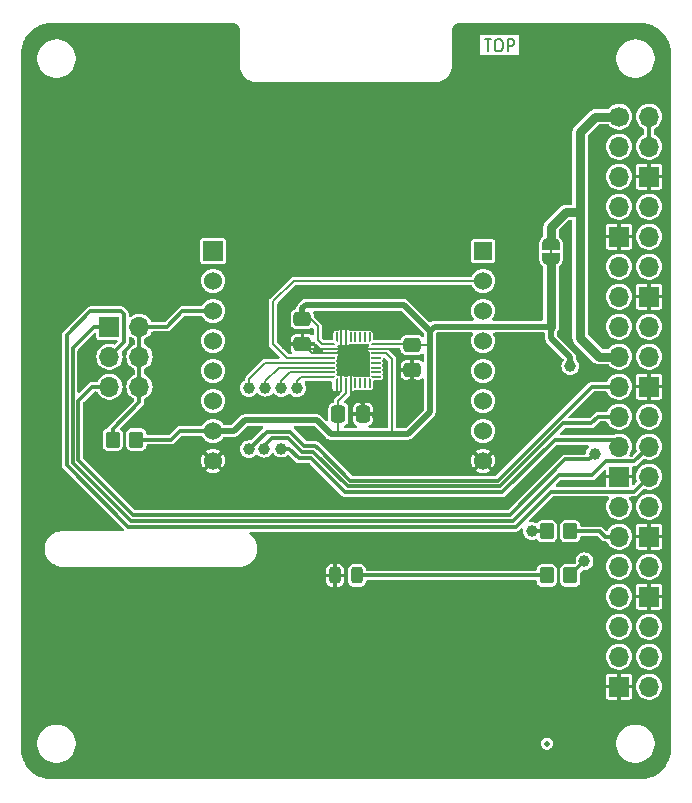
<source format=gbr>
%TF.GenerationSoftware,KiCad,Pcbnew,8.0.7+1*%
%TF.CreationDate,2025-02-19T14:48:17+01:00*%
%TF.ProjectId,ts15-rpi-shield,74733135-2d72-4706-992d-736869656c64,rev?*%
%TF.SameCoordinates,Original*%
%TF.FileFunction,Copper,L1,Top*%
%TF.FilePolarity,Positive*%
%FSLAX46Y46*%
G04 Gerber Fmt 4.6, Leading zero omitted, Abs format (unit mm)*
G04 Created by KiCad (PCBNEW 8.0.7+1) date 2025-02-19 14:48:17*
%MOMM*%
%LPD*%
G01*
G04 APERTURE LIST*
G04 Aperture macros list*
%AMRoundRect*
0 Rectangle with rounded corners*
0 $1 Rounding radius*
0 $2 $3 $4 $5 $6 $7 $8 $9 X,Y pos of 4 corners*
0 Add a 4 corners polygon primitive as box body*
4,1,4,$2,$3,$4,$5,$6,$7,$8,$9,$2,$3,0*
0 Add four circle primitives for the rounded corners*
1,1,$1+$1,$2,$3*
1,1,$1+$1,$4,$5*
1,1,$1+$1,$6,$7*
1,1,$1+$1,$8,$9*
0 Add four rect primitives between the rounded corners*
20,1,$1+$1,$2,$3,$4,$5,0*
20,1,$1+$1,$4,$5,$6,$7,0*
20,1,$1+$1,$6,$7,$8,$9,0*
20,1,$1+$1,$8,$9,$2,$3,0*%
%AMFreePoly0*
4,1,19,0.500000,-0.750000,0.000000,-0.750000,0.000000,-0.744911,-0.071157,-0.744911,-0.207708,-0.704816,-0.327430,-0.627875,-0.420627,-0.520320,-0.479746,-0.390866,-0.500000,-0.250000,-0.500000,0.250000,-0.479746,0.390866,-0.420627,0.520320,-0.327430,0.627875,-0.207708,0.704816,-0.071157,0.744911,0.000000,0.744911,0.000000,0.750000,0.500000,0.750000,0.500000,-0.750000,0.500000,-0.750000,
$1*%
%AMFreePoly1*
4,1,19,0.000000,0.744911,0.071157,0.744911,0.207708,0.704816,0.327430,0.627875,0.420627,0.520320,0.479746,0.390866,0.500000,0.250000,0.500000,-0.250000,0.479746,-0.390866,0.420627,-0.520320,0.327430,-0.627875,0.207708,-0.704816,0.071157,-0.744911,0.000000,-0.744911,0.000000,-0.750000,-0.500000,-0.750000,-0.500000,0.750000,0.000000,0.750000,0.000000,0.744911,0.000000,0.744911,
$1*%
%AMFreePoly2*
4,1,14,0.314644,0.085355,0.385355,0.014644,0.400000,-0.020711,0.400000,-0.050000,0.385355,-0.085355,0.350000,-0.100000,-0.350000,-0.100000,-0.385355,-0.085355,-0.400000,-0.050000,-0.400000,0.050000,-0.385355,0.085355,-0.350000,0.100000,0.279289,0.100000,0.314644,0.085355,0.314644,0.085355,$1*%
%AMFreePoly3*
4,1,14,0.385355,0.085355,0.400000,0.050000,0.400000,0.020711,0.385355,-0.014644,0.314644,-0.085355,0.279289,-0.100000,-0.350000,-0.100000,-0.385355,-0.085355,-0.400000,-0.050000,-0.400000,0.050000,-0.385355,0.085355,-0.350000,0.100000,0.350000,0.100000,0.385355,0.085355,0.385355,0.085355,$1*%
%AMFreePoly4*
4,1,14,0.085355,0.385355,0.100000,0.350000,0.100000,-0.350000,0.085355,-0.385355,0.050000,-0.400000,-0.050000,-0.400000,-0.085355,-0.385355,-0.100000,-0.350000,-0.100000,0.279289,-0.085355,0.314644,-0.014644,0.385355,0.020711,0.400000,0.050000,0.400000,0.085355,0.385355,0.085355,0.385355,$1*%
%AMFreePoly5*
4,1,14,0.014644,0.385355,0.085355,0.314644,0.100000,0.279289,0.100000,-0.350000,0.085355,-0.385355,0.050000,-0.400000,-0.050000,-0.400000,-0.085355,-0.385355,-0.100000,-0.350000,-0.100000,0.350000,-0.085355,0.385355,-0.050000,0.400000,-0.020711,0.400000,0.014644,0.385355,0.014644,0.385355,$1*%
%AMFreePoly6*
4,1,14,0.385355,0.085355,0.400000,0.050000,0.400000,-0.050000,0.385355,-0.085355,0.350000,-0.100000,-0.279289,-0.100000,-0.314644,-0.085355,-0.385355,-0.014644,-0.400000,0.020711,-0.400000,0.050000,-0.385355,0.085355,-0.350000,0.100000,0.350000,0.100000,0.385355,0.085355,0.385355,0.085355,$1*%
%AMFreePoly7*
4,1,14,0.385355,0.085355,0.400000,0.050000,0.400000,-0.050000,0.385355,-0.085355,0.350000,-0.100000,-0.350000,-0.100000,-0.385355,-0.085355,-0.400000,-0.050000,-0.400000,-0.020711,-0.385355,0.014644,-0.314644,0.085355,-0.279289,0.100000,0.350000,0.100000,0.385355,0.085355,0.385355,0.085355,$1*%
%AMFreePoly8*
4,1,14,0.085355,0.385355,0.100000,0.350000,0.100000,-0.279289,0.085355,-0.314644,0.014644,-0.385355,-0.020711,-0.400000,-0.050000,-0.400000,-0.085355,-0.385355,-0.100000,-0.350000,-0.100000,0.350000,-0.085355,0.385355,-0.050000,0.400000,0.050000,0.400000,0.085355,0.385355,0.085355,0.385355,$1*%
%AMFreePoly9*
4,1,14,0.085355,0.385355,0.100000,0.350000,0.100000,-0.350000,0.085355,-0.385355,0.050000,-0.400000,0.020711,-0.400000,-0.014644,-0.385355,-0.085355,-0.314644,-0.100000,-0.279289,-0.100000,0.350000,-0.085355,0.385355,-0.050000,0.400000,0.050000,0.400000,0.085355,0.385355,0.085355,0.385355,$1*%
G04 Aperture macros list end*
%ADD10C,0.200000*%
%TA.AperFunction,NonConductor*%
%ADD11C,0.200000*%
%TD*%
%TA.AperFunction,EtchedComponent*%
%ADD12C,0.000000*%
%TD*%
%TA.AperFunction,ComponentPad*%
%ADD13R,1.700000X1.700000*%
%TD*%
%TA.AperFunction,ComponentPad*%
%ADD14O,1.700000X1.700000*%
%TD*%
%TA.AperFunction,SMDPad,CuDef*%
%ADD15RoundRect,0.250000X0.475000X-0.337500X0.475000X0.337500X-0.475000X0.337500X-0.475000X-0.337500X0*%
%TD*%
%TA.AperFunction,SMDPad,CuDef*%
%ADD16RoundRect,0.250000X0.337500X0.475000X-0.337500X0.475000X-0.337500X-0.475000X0.337500X-0.475000X0*%
%TD*%
%TA.AperFunction,ComponentPad*%
%ADD17R,1.676400X1.676400*%
%TD*%
%TA.AperFunction,ComponentPad*%
%ADD18C,1.524000*%
%TD*%
%TA.AperFunction,ComponentPad*%
%ADD19R,1.524000X1.524000*%
%TD*%
%TA.AperFunction,SMDPad,CuDef*%
%ADD20RoundRect,0.250000X-0.350000X-0.450000X0.350000X-0.450000X0.350000X0.450000X-0.350000X0.450000X0*%
%TD*%
%TA.AperFunction,SMDPad,CuDef*%
%ADD21C,0.500000*%
%TD*%
%TA.AperFunction,ComponentPad*%
%ADD22C,1.700000*%
%TD*%
%TA.AperFunction,SMDPad,CuDef*%
%ADD23RoundRect,0.243750X-0.243750X-0.456250X0.243750X-0.456250X0.243750X0.456250X-0.243750X0.456250X0*%
%TD*%
%TA.AperFunction,SMDPad,CuDef*%
%ADD24FreePoly0,270.000000*%
%TD*%
%TA.AperFunction,SMDPad,CuDef*%
%ADD25FreePoly1,270.000000*%
%TD*%
%TA.AperFunction,SMDPad,CuDef*%
%ADD26FreePoly2,0.000000*%
%TD*%
%TA.AperFunction,SMDPad,CuDef*%
%ADD27RoundRect,0.050000X-0.350000X-0.050000X0.350000X-0.050000X0.350000X0.050000X-0.350000X0.050000X0*%
%TD*%
%TA.AperFunction,SMDPad,CuDef*%
%ADD28FreePoly3,0.000000*%
%TD*%
%TA.AperFunction,SMDPad,CuDef*%
%ADD29FreePoly4,0.000000*%
%TD*%
%TA.AperFunction,SMDPad,CuDef*%
%ADD30RoundRect,0.050000X-0.050000X-0.350000X0.050000X-0.350000X0.050000X0.350000X-0.050000X0.350000X0*%
%TD*%
%TA.AperFunction,SMDPad,CuDef*%
%ADD31FreePoly5,0.000000*%
%TD*%
%TA.AperFunction,SMDPad,CuDef*%
%ADD32FreePoly6,0.000000*%
%TD*%
%TA.AperFunction,SMDPad,CuDef*%
%ADD33FreePoly7,0.000000*%
%TD*%
%TA.AperFunction,SMDPad,CuDef*%
%ADD34FreePoly8,0.000000*%
%TD*%
%TA.AperFunction,SMDPad,CuDef*%
%ADD35FreePoly9,0.000000*%
%TD*%
%TA.AperFunction,HeatsinkPad*%
%ADD36R,2.650000X2.650000*%
%TD*%
%TA.AperFunction,ViaPad*%
%ADD37C,1.000000*%
%TD*%
%TA.AperFunction,Conductor*%
%ADD38C,0.300000*%
%TD*%
%TA.AperFunction,Conductor*%
%ADD39C,0.500000*%
%TD*%
%TA.AperFunction,Conductor*%
%ADD40C,0.200000*%
%TD*%
%TA.AperFunction,Conductor*%
%ADD41C,0.800000*%
%TD*%
G04 APERTURE END LIST*
D10*
D11*
X152226816Y-71867219D02*
X152798244Y-71867219D01*
X152512530Y-72867219D02*
X152512530Y-71867219D01*
X153322054Y-71867219D02*
X153512530Y-71867219D01*
X153512530Y-71867219D02*
X153607768Y-71914838D01*
X153607768Y-71914838D02*
X153703006Y-72010076D01*
X153703006Y-72010076D02*
X153750625Y-72200552D01*
X153750625Y-72200552D02*
X153750625Y-72533885D01*
X153750625Y-72533885D02*
X153703006Y-72724361D01*
X153703006Y-72724361D02*
X153607768Y-72819600D01*
X153607768Y-72819600D02*
X153512530Y-72867219D01*
X153512530Y-72867219D02*
X153322054Y-72867219D01*
X153322054Y-72867219D02*
X153226816Y-72819600D01*
X153226816Y-72819600D02*
X153131578Y-72724361D01*
X153131578Y-72724361D02*
X153083959Y-72533885D01*
X153083959Y-72533885D02*
X153083959Y-72200552D01*
X153083959Y-72200552D02*
X153131578Y-72010076D01*
X153131578Y-72010076D02*
X153226816Y-71914838D01*
X153226816Y-71914838D02*
X153322054Y-71867219D01*
X154179197Y-72867219D02*
X154179197Y-71867219D01*
X154179197Y-71867219D02*
X154560149Y-71867219D01*
X154560149Y-71867219D02*
X154655387Y-71914838D01*
X154655387Y-71914838D02*
X154703006Y-71962457D01*
X154703006Y-71962457D02*
X154750625Y-72057695D01*
X154750625Y-72057695D02*
X154750625Y-72200552D01*
X154750625Y-72200552D02*
X154703006Y-72295790D01*
X154703006Y-72295790D02*
X154655387Y-72343409D01*
X154655387Y-72343409D02*
X154560149Y-72391028D01*
X154560149Y-72391028D02*
X154179197Y-72391028D01*
D12*
%TA.AperFunction,EtchedComponent*%
%TO.C,JP1*%
G36*
X157950000Y-90080000D02*
G01*
X157750000Y-90080000D01*
X157750000Y-89580000D01*
X157950000Y-89580000D01*
X157950000Y-90080000D01*
G37*
%TD.AperFunction*%
%TD*%
D13*
%TO.P,J2,1,Pin_1*%
%TO.N,/SPI_CE0*%
X120475000Y-96195000D03*
D14*
%TO.P,J2,2,Pin_2*%
%TO.N,/SPI_CS*%
X123015000Y-96195000D03*
%TO.P,J2,3,Pin_3*%
%TO.N,/SPI_CE1*%
X120475000Y-98735000D03*
%TO.P,J2,4,Pin_4*%
%TO.N,/SPI_CS*%
X123015000Y-98735000D03*
%TO.P,J2,5,Pin_5*%
%TO.N,/GPIO25*%
X120475000Y-101275000D03*
%TO.P,J2,6,Pin_6*%
%TO.N,/SPI_CS*%
X123015000Y-101275000D03*
%TD*%
D15*
%TO.P,C3,1*%
%TO.N,GND*%
X146100000Y-99837500D03*
%TO.P,C3,2*%
%TO.N,VCC*%
X146100000Y-97762500D03*
%TD*%
%TO.P,C2,1*%
%TO.N,GND*%
X136800000Y-97637500D03*
%TO.P,C2,2*%
%TO.N,VCC*%
X136800000Y-95562500D03*
%TD*%
D16*
%TO.P,C1,1*%
%TO.N,GND*%
X141925000Y-103600000D03*
%TO.P,C1,2*%
%TO.N,VCC*%
X139850000Y-103600000D03*
%TD*%
D17*
%TO.P,CON1,P1,AN*%
%TO.N,unconnected-(CON1-AN-PadP1)*%
X129240000Y-89770000D03*
D18*
%TO.P,CON1,P2,RST*%
%TO.N,unconnected-(CON1-RST-PadP2)*%
X129240000Y-92310000D03*
%TO.P,CON1,P3,CS*%
%TO.N,/SPI_CS*%
X129240000Y-94850000D03*
%TO.P,CON1,P4,SCK*%
%TO.N,/SPI_SCK*%
X129240000Y-97390000D03*
%TO.P,CON1,P5,MISO*%
%TO.N,/SPI_MISO*%
X129240000Y-99930000D03*
%TO.P,CON1,P6,MOSI*%
%TO.N,/SPI_MOSI*%
X129240000Y-102470000D03*
%TO.P,CON1,P7,3V3*%
%TO.N,VCC*%
X129240000Y-105010000D03*
%TO.P,CON1,P8,GND1*%
%TO.N,GND*%
X129240000Y-107550000D03*
%TO.P,CON1,P9,GND2*%
X152100000Y-107550000D03*
%TO.P,CON1,P10,5V*%
%TO.N,unconnected-(CON1-5V-PadP10)*%
X152100000Y-105010000D03*
%TO.P,CON1,P11,SDA*%
%TO.N,unconnected-(CON1-SDA-PadP11)*%
X152100000Y-102470000D03*
%TO.P,CON1,P12,SCL*%
%TO.N,unconnected-(CON1-SCL-PadP12)*%
X152100000Y-99930000D03*
%TO.P,CON1,P13,RX*%
%TO.N,unconnected-(CON1-RX-PadP13)*%
X152100000Y-97390000D03*
%TO.P,CON1,P14,TX*%
%TO.N,unconnected-(CON1-TX-PadP14)*%
X152100000Y-94850000D03*
%TO.P,CON1,P15,INT*%
%TO.N,/GPO*%
X152100000Y-92310000D03*
D19*
%TO.P,CON1,P16,PWM*%
%TO.N,unconnected-(CON1-PWM-PadP16)*%
X152100000Y-89770000D03*
%TD*%
D20*
%TO.P,R3,1*%
%TO.N,/SPI_CS*%
X120750000Y-105750000D03*
%TO.P,R3,2*%
%TO.N,VCC*%
X122750000Y-105750000D03*
%TD*%
%TO.P,R1,1*%
%TO.N,Net-(D1-A)*%
X157500000Y-117250000D03*
%TO.P,R1,2*%
%TO.N,VCC*%
X159500000Y-117250000D03*
%TD*%
D21*
%TO.P,FID1,*%
%TO.N,*%
X157500000Y-131500000D03*
%TD*%
D22*
%TO.P,J1,1,Pin_1*%
%TO.N,Net-(J1-Pin_1)*%
X163622000Y-78400000D03*
D14*
%TO.P,J1,2,Pin_2*%
%TO.N,+5V*%
X166162000Y-78400000D03*
%TO.P,J1,3,Pin_3*%
%TO.N,unconnected-(J1-Pin_3-Pad3)*%
X163622000Y-80940000D03*
%TO.P,J1,4,Pin_4*%
%TO.N,+5V*%
X166162000Y-80940000D03*
%TO.P,J1,5,Pin_5*%
%TO.N,unconnected-(J1-Pin_5-Pad5)*%
X163622000Y-83480000D03*
D13*
%TO.P,J1,6,Pin_6*%
%TO.N,GND*%
X166162000Y-83480000D03*
D14*
%TO.P,J1,7,Pin_7*%
%TO.N,unconnected-(J1-Pin_7-Pad7)*%
X163622000Y-86020000D03*
%TO.P,J1,8,Pin_8*%
%TO.N,unconnected-(J1-Pin_8-Pad8)*%
X166162000Y-86020000D03*
D13*
%TO.P,J1,9,Pin_9*%
%TO.N,GND*%
X163622000Y-88560000D03*
D14*
%TO.P,J1,10,Pin_10*%
%TO.N,unconnected-(J1-Pin_10-Pad10)*%
X166162000Y-88560000D03*
%TO.P,J1,11,Pin_11*%
%TO.N,unconnected-(J1-Pin_11-Pad11)*%
X163622000Y-91100000D03*
%TO.P,J1,12,Pin_12*%
%TO.N,unconnected-(J1-Pin_12-Pad12)*%
X166162000Y-91100000D03*
%TO.P,J1,13,Pin_13*%
%TO.N,unconnected-(J1-Pin_13-Pad13)*%
X163622000Y-93640000D03*
D13*
%TO.P,J1,14,Pin_14*%
%TO.N,GND*%
X166162000Y-93640000D03*
D14*
%TO.P,J1,15,Pin_15*%
%TO.N,unconnected-(J1-Pin_15-Pad15)*%
X163622000Y-96180000D03*
%TO.P,J1,16,Pin_16*%
%TO.N,unconnected-(J1-Pin_16-Pad16)*%
X166162000Y-96180000D03*
%TO.P,J1,17,Pin_17*%
%TO.N,Net-(J1-Pin_1)*%
X163622000Y-98720000D03*
%TO.P,J1,18,Pin_18*%
%TO.N,unconnected-(J1-Pin_18-Pad18)*%
X166162000Y-98720000D03*
%TO.P,J1,19,Pin_19*%
%TO.N,/SPI_MOSI*%
X163622000Y-101260000D03*
D13*
%TO.P,J1,20,Pin_20*%
%TO.N,GND*%
X166162000Y-101260000D03*
D14*
%TO.P,J1,21,Pin_21*%
%TO.N,/SPI_MISO*%
X163622000Y-103800000D03*
%TO.P,J1,22,Pin_22*%
%TO.N,/GPIO25*%
X166162000Y-103800000D03*
%TO.P,J1,23,Pin_23*%
%TO.N,/SPI_SCK*%
X163622000Y-106340000D03*
%TO.P,J1,24,Pin_24*%
%TO.N,/SPI_CE0*%
X166162000Y-106340000D03*
D13*
%TO.P,J1,25,Pin_25*%
%TO.N,GND*%
X163622000Y-108880000D03*
D14*
%TO.P,J1,26,Pin_26*%
%TO.N,/SPI_CE1*%
X166162000Y-108880000D03*
%TO.P,J1,27,Pin_27*%
%TO.N,unconnected-(J1-Pin_27-Pad27)*%
X163622000Y-111420000D03*
%TO.P,J1,28,Pin_28*%
%TO.N,unconnected-(J1-Pin_28-Pad28)*%
X166162000Y-111420000D03*
%TO.P,J1,29,Pin_29*%
%TO.N,/GPIO5*%
X163622000Y-113960000D03*
D13*
%TO.P,J1,30,Pin_30*%
%TO.N,GND*%
X166162000Y-113960000D03*
D14*
%TO.P,J1,31,Pin_31*%
%TO.N,unconnected-(J1-Pin_31-Pad31)*%
X163622000Y-116500000D03*
%TO.P,J1,32,Pin_32*%
%TO.N,unconnected-(J1-Pin_32-Pad32)*%
X166162000Y-116500000D03*
%TO.P,J1,33,Pin_33*%
%TO.N,unconnected-(J1-Pin_33-Pad33)*%
X163622000Y-119040000D03*
D13*
%TO.P,J1,34,Pin_34*%
%TO.N,GND*%
X166162000Y-119040000D03*
D14*
%TO.P,J1,35,Pin_35*%
%TO.N,unconnected-(J1-Pin_35-Pad35)*%
X163622000Y-121580000D03*
%TO.P,J1,36,Pin_36*%
%TO.N,unconnected-(J1-Pin_36-Pad36)*%
X166162000Y-121580000D03*
%TO.P,J1,37,Pin_37*%
%TO.N,unconnected-(J1-Pin_37-Pad37)*%
X163622000Y-124120000D03*
%TO.P,J1,38,Pin_38*%
%TO.N,unconnected-(J1-Pin_38-Pad38)*%
X166162000Y-124120000D03*
D13*
%TO.P,J1,39,Pin_39*%
%TO.N,GND*%
X163622000Y-126660000D03*
D14*
%TO.P,J1,40,Pin_40*%
%TO.N,unconnected-(J1-Pin_40-Pad40)*%
X166162000Y-126660000D03*
%TD*%
D23*
%TO.P,D1,1,K*%
%TO.N,GND*%
X139562500Y-117250000D03*
%TO.P,D1,2,A*%
%TO.N,Net-(D1-A)*%
X141437500Y-117250000D03*
%TD*%
D20*
%TO.P,R2,1*%
%TO.N,/GPO*%
X157500000Y-113500000D03*
%TO.P,R2,2*%
%TO.N,/GPIO5*%
X159500000Y-113500000D03*
%TD*%
D24*
%TO.P,JP1,1,A*%
%TO.N,Net-(J1-Pin_1)*%
X157850000Y-89230000D03*
D25*
%TO.P,JP1,2,B*%
%TO.N,VCC*%
X157850000Y-90430000D03*
%TD*%
D26*
%TO.P,IC1,1,VCC*%
%TO.N,VCC*%
X139150000Y-97650000D03*
D27*
%TO.P,IC1,2,GND*%
%TO.N,GND*%
X139150000Y-98050000D03*
%TO.P,IC1,3,PULLDN*%
X139150000Y-98450000D03*
%TO.P,IC1,4,GPO*%
%TO.N,/GPO*%
X139150000Y-98850000D03*
%TO.P,IC1,5,SDI*%
%TO.N,/SPI_MOSI*%
X139150000Y-99250000D03*
%TO.P,IC1,6,SDO*%
%TO.N,/SPI_MISO*%
X139150000Y-99650000D03*
%TO.P,IC1,7,SCK*%
%TO.N,/SPI_SCK*%
X139150000Y-100050000D03*
D28*
%TO.P,IC1,8,CSN*%
%TO.N,/SPI_CS*%
X139150000Y-100450000D03*
D29*
%TO.P,IC1,9,PULLDN*%
%TO.N,GND*%
X139700000Y-101000000D03*
D30*
%TO.P,IC1,10,PULLDN*%
X140100000Y-101000000D03*
%TO.P,IC1,11,VCC*%
%TO.N,VCC*%
X140500000Y-101000000D03*
%TO.P,IC1,12,GND*%
%TO.N,GND*%
X140900000Y-101000000D03*
%TO.P,IC1,13,DNC*%
%TO.N,unconnected-(IC1-DNC-Pad13)*%
X141300000Y-101000000D03*
%TO.P,IC1,14,DNC*%
%TO.N,unconnected-(IC1-DNC-Pad14)*%
X141700000Y-101000000D03*
%TO.P,IC1,15*%
%TO.N,N/C*%
X142100000Y-101000000D03*
D31*
%TO.P,IC1,16*%
X142500000Y-101000000D03*
D32*
%TO.P,IC1,17,DNC*%
%TO.N,unconnected-(IC1-DNC-Pad17)*%
X143050000Y-100450000D03*
D27*
%TO.P,IC1,18,DNC*%
%TO.N,unconnected-(IC1-DNC-Pad18)*%
X143050000Y-100050000D03*
%TO.P,IC1,19,DNC*%
%TO.N,unconnected-(IC1-DNC-Pad19)*%
X143050000Y-99650000D03*
%TO.P,IC1,20,DNC*%
%TO.N,unconnected-(IC1-DNC-Pad20)*%
X143050000Y-99250000D03*
%TO.P,IC1,21,DNC*%
%TO.N,unconnected-(IC1-DNC-Pad21)*%
X143050000Y-98850000D03*
%TO.P,IC1,22,PULLUP*%
%TO.N,VCC*%
X143050000Y-98450000D03*
%TO.P,IC1,23,GND*%
%TO.N,GND*%
X143050000Y-98050000D03*
D33*
%TO.P,IC1,24,VCC*%
%TO.N,VCC*%
X143050000Y-97650000D03*
D34*
%TO.P,IC1,25*%
%TO.N,N/C*%
X142500000Y-97100000D03*
D30*
%TO.P,IC1,26,DNC*%
%TO.N,unconnected-(IC1-DNC-Pad26)*%
X142100000Y-97100000D03*
%TO.P,IC1,27,DNC*%
%TO.N,unconnected-(IC1-DNC-Pad27)*%
X141700000Y-97100000D03*
%TO.P,IC1,28,DNC*%
%TO.N,unconnected-(IC1-DNC-Pad28)*%
X141300000Y-97100000D03*
%TO.P,IC1,29,DNC*%
%TO.N,unconnected-(IC1-DNC-Pad29)*%
X140900000Y-97100000D03*
%TO.P,IC1,30,PULLDN*%
%TO.N,GND*%
X140500000Y-97100000D03*
%TO.P,IC1,31,PULLDN*%
X140100000Y-97100000D03*
D35*
%TO.P,IC1,32*%
%TO.N,N/C*%
X139700000Y-97100000D03*
D36*
%TO.P,IC1,33,TP*%
%TO.N,GND*%
X141100000Y-99050000D03*
%TD*%
D37*
%TO.N,GND*%
X158500000Y-106750000D03*
X119170000Y-104380000D03*
X124060000Y-103810000D03*
X161280000Y-111610000D03*
X153680000Y-111230000D03*
%TO.N,/GPIO25*%
X161540000Y-106970000D03*
%TO.N,GND*%
X130500000Y-85000000D03*
X149600000Y-104800000D03*
X137500000Y-111030000D03*
X114500000Y-90000000D03*
X132500000Y-92000000D03*
X158500000Y-101000000D03*
X143130000Y-103660000D03*
X140310000Y-95810000D03*
X152500000Y-115000000D03*
X121500000Y-73000000D03*
X150500000Y-73000000D03*
X114500000Y-80000000D03*
X130500000Y-133000000D03*
X150500000Y-133000000D03*
X129600000Y-110800000D03*
X159500000Y-133000000D03*
X146080000Y-102800000D03*
X146080000Y-101060000D03*
X114500000Y-100000000D03*
X159500000Y-73000000D03*
X143130000Y-102350000D03*
X137910000Y-101360000D03*
X114500000Y-120000000D03*
X114500000Y-110000000D03*
X121500000Y-133000000D03*
X135450000Y-97670000D03*
X143510000Y-108070000D03*
X149600000Y-94800000D03*
X150500000Y-85000000D03*
X130500000Y-73000000D03*
X144350000Y-95800000D03*
X137910000Y-103050000D03*
%TO.N,/GPO*%
X156250000Y-113500000D03*
%TO.N,VCC*%
X159500000Y-99540000D03*
X160690000Y-116060000D03*
%TO.N,/SPI_SCK*%
X135030000Y-101420000D03*
X135030000Y-106510000D03*
%TO.N,/SPI_MOSI*%
X132280000Y-106570000D03*
X132280000Y-101380000D03*
%TO.N,/SPI_CS*%
X136370000Y-101420000D03*
%TO.N,/SPI_MISO*%
X133595000Y-106525000D03*
X133680000Y-101350000D03*
%TD*%
D38*
%TO.N,/SPI_CE1*%
X166162000Y-108880000D02*
X164882000Y-110160000D01*
X157847107Y-110160000D02*
X154867107Y-113140000D01*
X116850000Y-96880000D02*
X118860000Y-94870000D01*
X118860000Y-94870000D02*
X121450000Y-94870000D01*
X164882000Y-110160000D02*
X157847107Y-110160000D01*
X116850000Y-107924212D02*
X116850000Y-96880000D01*
X154867107Y-113140000D02*
X122065788Y-113140000D01*
X122065788Y-113140000D02*
X116850000Y-107924212D01*
X121450000Y-94870000D02*
X121710000Y-95130000D01*
X121710000Y-95130000D02*
X121710000Y-97500000D01*
X121710000Y-97500000D02*
X120475000Y-98735000D01*
D39*
%TO.N,VCC*%
X159500000Y-99540000D02*
X159500000Y-98800000D01*
X159500000Y-98800000D02*
X157860000Y-97160000D01*
X157860000Y-96198000D02*
X157880000Y-96178000D01*
X157860000Y-97160000D02*
X157860000Y-96198000D01*
D38*
%TO.N,/GPIO25*%
X161540000Y-106970000D02*
X161090000Y-107420000D01*
X117850000Y-107510000D02*
X117850000Y-102450000D01*
X161090000Y-107420000D02*
X159080000Y-107420000D01*
X159080000Y-107420000D02*
X154400000Y-112100000D01*
X154400000Y-112100000D02*
X122440000Y-112100000D01*
X122440000Y-112100000D02*
X117850000Y-107510000D01*
X117850000Y-102450000D02*
X119025000Y-101275000D01*
X119025000Y-101275000D02*
X120475000Y-101275000D01*
%TO.N,/SPI_CS*%
X120750000Y-105750000D02*
X120750000Y-104850000D01*
X120750000Y-104850000D02*
X123015000Y-102585000D01*
X123015000Y-102585000D02*
X123015000Y-101275000D01*
%TO.N,VCC*%
X122750000Y-105750000D02*
X125720000Y-105750000D01*
X125720000Y-105750000D02*
X126460000Y-105010000D01*
X126460000Y-105010000D02*
X129240000Y-105010000D01*
%TO.N,/SPI_CE0*%
X166162000Y-106340000D02*
X164912000Y-107590000D01*
X117350000Y-107717106D02*
X117350000Y-98000000D01*
X164912000Y-107590000D02*
X162490000Y-107590000D01*
X162490000Y-107590000D02*
X161310000Y-108770000D01*
X161310000Y-108770000D02*
X158530000Y-108770000D01*
X117350000Y-98000000D02*
X119155000Y-96195000D01*
X158530000Y-108770000D02*
X154660000Y-112640000D01*
X154660000Y-112640000D02*
X122272894Y-112640000D01*
X119155000Y-96195000D02*
X120475000Y-96195000D01*
X122272894Y-112640000D02*
X117350000Y-107717106D01*
%TO.N,/SPI_SCK*%
X135030000Y-106510000D02*
X135670000Y-106510000D01*
X135670000Y-106510000D02*
X136500000Y-107340000D01*
X163082000Y-105800000D02*
X163622000Y-106340000D01*
X136500000Y-107340000D02*
X137567106Y-107340000D01*
X137567106Y-107340000D02*
X140154212Y-109927107D01*
X158167106Y-105800000D02*
X163082000Y-105800000D01*
X140154212Y-109927107D02*
X140447105Y-110220000D01*
X140447105Y-110220000D02*
X153747106Y-110220000D01*
X153747106Y-110220000D02*
X158167106Y-105800000D01*
%TO.N,/SPI_MISO*%
X133595000Y-106525000D02*
X133595000Y-106255000D01*
X140654212Y-109720000D02*
X153540000Y-109720000D01*
X133595000Y-106255000D02*
X134260000Y-105590000D01*
X134260000Y-105590000D02*
X135590000Y-105590000D01*
X153540000Y-109720000D02*
X158900000Y-104360000D01*
X135590000Y-105590000D02*
X136760000Y-106760000D01*
X136760000Y-106760000D02*
X137694212Y-106760000D01*
X137694212Y-106760000D02*
X140654212Y-109720000D01*
X158900000Y-104360000D02*
X161270000Y-104360000D01*
X161270000Y-104360000D02*
X161830000Y-103800000D01*
X161830000Y-103800000D02*
X163622000Y-103800000D01*
%TO.N,/SPI_MOSI*%
X163622000Y-101260000D02*
X161290000Y-101260000D01*
X161290000Y-101260000D02*
X153330000Y-109220000D01*
X153330000Y-109220000D02*
X140861318Y-109220000D01*
X140861318Y-109220000D02*
X138194212Y-106552893D01*
X138194212Y-106552893D02*
X137901319Y-106260000D01*
X137901319Y-106260000D02*
X136967106Y-106260000D01*
X136967106Y-106260000D02*
X135777106Y-105070000D01*
X135777106Y-105070000D02*
X133780000Y-105070000D01*
X133780000Y-105070000D02*
X132280000Y-106570000D01*
%TO.N,/GPIO5*%
X159500000Y-113500000D02*
X159520000Y-113520000D01*
X162420000Y-113960000D02*
X163622000Y-113960000D01*
X159520000Y-113520000D02*
X161980000Y-113520000D01*
X161980000Y-113520000D02*
X162420000Y-113960000D01*
%TO.N,/GPO*%
X156250000Y-113500000D02*
X157500000Y-113500000D01*
%TO.N,VCC*%
X160690000Y-116060000D02*
X159500000Y-117250000D01*
%TO.N,/SPI_CS*%
X123015000Y-96195000D02*
X125305000Y-96195000D01*
X125305000Y-96195000D02*
X126650000Y-94850000D01*
X126650000Y-94850000D02*
X129240000Y-94850000D01*
X123015000Y-98735000D02*
X123015000Y-96195000D01*
X123015000Y-101275000D02*
X123015000Y-98735000D01*
D40*
%TO.N,GND*%
X142100000Y-98050000D02*
X141100000Y-99050000D01*
X139150000Y-98450000D02*
X140500000Y-98450000D01*
X140900000Y-99250000D02*
X141100000Y-99050000D01*
X140100000Y-98050000D02*
X141100000Y-99050000D01*
X144230000Y-98050000D02*
X144800000Y-98620000D01*
X141925000Y-102785000D02*
X141925000Y-103600000D01*
X139150000Y-98050000D02*
X140100000Y-98050000D01*
X140100000Y-101000000D02*
X140100000Y-101650000D01*
X140100000Y-97100000D02*
X140100000Y-98050000D01*
X140100000Y-97100000D02*
X140100000Y-96020000D01*
X139700000Y-101680000D02*
X139440000Y-101940000D01*
X140900000Y-101760000D02*
X141925000Y-102785000D01*
X140900000Y-101000000D02*
X140900000Y-101760000D01*
X144800000Y-98620000D02*
X144800000Y-99470000D01*
X140100000Y-100050000D02*
X141100000Y-99050000D01*
X140100000Y-101000000D02*
X140100000Y-100050000D01*
X143050000Y-98050000D02*
X142100000Y-98050000D01*
X145167500Y-99837500D02*
X146100000Y-99837500D01*
X139810000Y-101940000D02*
X139440000Y-101940000D01*
X140100000Y-101650000D02*
X139810000Y-101940000D01*
X140500000Y-97100000D02*
X140500000Y-96000000D01*
X139440000Y-101940000D02*
X138490000Y-101940000D01*
X139700000Y-101000000D02*
X139700000Y-101680000D01*
X138490000Y-101940000D02*
X137910000Y-101360000D01*
X140100000Y-96020000D02*
X140310000Y-95810000D01*
X139150000Y-98450000D02*
X137612500Y-98450000D01*
X140500000Y-98450000D02*
X141100000Y-99050000D01*
X144800000Y-99470000D02*
X145167500Y-99837500D01*
X140500000Y-96000000D02*
X140310000Y-95810000D01*
X137612500Y-98450000D02*
X136800000Y-97637500D01*
X139150000Y-98050000D02*
X137212500Y-98050000D01*
X140500000Y-97100000D02*
X140500000Y-98450000D01*
X137212500Y-98050000D02*
X136800000Y-97637500D01*
X140010000Y-100140000D02*
X141100000Y-99050000D01*
X143050000Y-98050000D02*
X144230000Y-98050000D01*
X140900000Y-101000000D02*
X140900000Y-99250000D01*
%TO.N,/GPO*%
X135498629Y-98850000D02*
X134330000Y-97681371D01*
X139150000Y-98850000D02*
X135498629Y-98850000D01*
X134330000Y-97681371D02*
X134330000Y-94050000D01*
X136070000Y-92310000D02*
X152600000Y-92310000D01*
X134330000Y-94050000D02*
X136070000Y-92310000D01*
D39*
%TO.N,VCC*%
X157880000Y-96178000D02*
X148002000Y-96178000D01*
X138025000Y-104100000D02*
X139195000Y-105270000D01*
X131020000Y-105010000D02*
X131930000Y-104100000D01*
X148002000Y-96178000D02*
X147610000Y-96570000D01*
X139830000Y-103580000D02*
X139850000Y-103600000D01*
D40*
X137512500Y-95562500D02*
X136800000Y-95562500D01*
X143920000Y-98450000D02*
X144400000Y-98930000D01*
X145987500Y-97650000D02*
X146100000Y-97762500D01*
D39*
X129740000Y-105010000D02*
X131020000Y-105010000D01*
X139820000Y-105270000D02*
X144400000Y-105270000D01*
X139195000Y-105270000D02*
X139820000Y-105270000D01*
X144400000Y-105270000D02*
X145720000Y-105270000D01*
D40*
X146100000Y-97762500D02*
X147592500Y-97762500D01*
D39*
X147610000Y-103380000D02*
X147610000Y-97780000D01*
D40*
X139850000Y-105240000D02*
X139820000Y-105270000D01*
X147592500Y-97762500D02*
X147610000Y-97780000D01*
D41*
X157850000Y-90430000D02*
X157850000Y-96148000D01*
D39*
X147610000Y-97780000D02*
X147610000Y-96570000D01*
D40*
X140500000Y-101000000D02*
X140500000Y-101820000D01*
X143050000Y-98450000D02*
X143920000Y-98450000D01*
D39*
X145720000Y-105270000D02*
X147610000Y-103380000D01*
X131930000Y-104100000D02*
X138025000Y-104100000D01*
D41*
X157850000Y-96148000D02*
X157880000Y-96178000D01*
D39*
X137120000Y-94330000D02*
X136800000Y-94650000D01*
D40*
X144400000Y-98930000D02*
X144400000Y-105270000D01*
X139150000Y-97650000D02*
X138480000Y-97650000D01*
D39*
X145370000Y-94330000D02*
X137120000Y-94330000D01*
D40*
X139850000Y-102470000D02*
X139850000Y-103600000D01*
X138480000Y-97650000D02*
X138110000Y-97280000D01*
D39*
X147610000Y-96570000D02*
X145370000Y-94330000D01*
X136800000Y-94650000D02*
X136800000Y-95562500D01*
D40*
X138110000Y-97280000D02*
X138110000Y-96160000D01*
X140500000Y-101820000D02*
X139850000Y-102470000D01*
X139850000Y-103600000D02*
X139850000Y-105240000D01*
X143050000Y-97650000D02*
X145987500Y-97650000D01*
X138110000Y-96160000D02*
X137512500Y-95562500D01*
%TO.N,/SPI_SCK*%
X135030000Y-100810000D02*
X135790000Y-100050000D01*
X135790000Y-100050000D02*
X139150000Y-100050000D01*
X135030000Y-101420000D02*
X135030000Y-100810000D01*
%TO.N,/SPI_MOSI*%
X132280000Y-101380000D02*
X132280000Y-100644314D01*
X133674314Y-99250000D02*
X139150000Y-99250000D01*
X132280000Y-100644314D02*
X133674314Y-99250000D01*
X129740000Y-102360000D02*
X129740000Y-102470000D01*
%TO.N,/SPI_CS*%
X136370000Y-101420000D02*
X136370000Y-100770000D01*
X136370000Y-100770000D02*
X136690000Y-100450000D01*
X136690000Y-100450000D02*
X139150000Y-100450000D01*
%TO.N,/SPI_MISO*%
X134820000Y-99650000D02*
X139150000Y-99650000D01*
X133680000Y-100790000D02*
X134820000Y-99650000D01*
X133680000Y-101350000D02*
X133680000Y-100790000D01*
D38*
%TO.N,Net-(D1-A)*%
X141437500Y-117250000D02*
X157500000Y-117250000D01*
%TO.N,+5V*%
X166162000Y-78400000D02*
X166162000Y-80940000D01*
D41*
%TO.N,Net-(J1-Pin_1)*%
X160310000Y-86510000D02*
X160310000Y-79710000D01*
X157850000Y-87760000D02*
X159100000Y-86510000D01*
X160310000Y-79710000D02*
X161620000Y-78400000D01*
X161910000Y-98720000D02*
X160310000Y-97120000D01*
X160310000Y-97120000D02*
X160310000Y-86510000D01*
X159100000Y-86510000D02*
X160310000Y-86510000D01*
X157850000Y-89230000D02*
X157850000Y-87760000D01*
X163622000Y-98720000D02*
X161910000Y-98720000D01*
X161620000Y-78400000D02*
X163622000Y-78400000D01*
%TD*%
%TA.AperFunction,Conductor*%
%TO.N,GND*%
G36*
X162441334Y-108307573D02*
G01*
X162497267Y-108349445D01*
X162521684Y-108414909D01*
X162522000Y-108423755D01*
X162522000Y-108730000D01*
X163144555Y-108730000D01*
X163122000Y-108814174D01*
X163122000Y-108945826D01*
X163144555Y-109030000D01*
X162522000Y-109030000D01*
X162522000Y-109635500D01*
X162502315Y-109702539D01*
X162449511Y-109748294D01*
X162398000Y-109759500D01*
X158406255Y-109759500D01*
X158339216Y-109739815D01*
X158293461Y-109687011D01*
X158283517Y-109617853D01*
X158312542Y-109554297D01*
X158318574Y-109547819D01*
X158659574Y-109206819D01*
X158720897Y-109173334D01*
X158747255Y-109170500D01*
X161362725Y-109170500D01*
X161362727Y-109170500D01*
X161464588Y-109143207D01*
X161555913Y-109090480D01*
X162310319Y-108336074D01*
X162371642Y-108302589D01*
X162441334Y-108307573D01*
G37*
%TD.AperFunction*%
%TA.AperFunction,Conductor*%
G36*
X143805703Y-98831831D02*
G01*
X143812181Y-98837863D01*
X144013181Y-99038863D01*
X144046666Y-99100186D01*
X144049500Y-99126544D01*
X144049500Y-104645500D01*
X144029815Y-104712539D01*
X143977011Y-104758294D01*
X143925500Y-104769500D01*
X142518525Y-104769500D01*
X142451486Y-104749815D01*
X142405731Y-104697011D01*
X142395787Y-104627853D01*
X142424812Y-104564297D01*
X142475191Y-104529318D01*
X142504588Y-104518353D01*
X142504593Y-104518350D01*
X142619687Y-104432190D01*
X142619690Y-104432187D01*
X142705850Y-104317093D01*
X142705854Y-104317086D01*
X142756096Y-104182379D01*
X142756098Y-104182372D01*
X142762499Y-104122844D01*
X142762500Y-104122827D01*
X142762500Y-103750000D01*
X141087500Y-103750000D01*
X141087500Y-104122844D01*
X141093901Y-104182372D01*
X141093903Y-104182379D01*
X141144145Y-104317086D01*
X141144149Y-104317093D01*
X141230309Y-104432187D01*
X141230312Y-104432190D01*
X141345406Y-104518350D01*
X141345411Y-104518353D01*
X141374809Y-104529318D01*
X141430742Y-104571190D01*
X141455159Y-104636654D01*
X141440307Y-104704927D01*
X141390902Y-104754332D01*
X141331475Y-104769500D01*
X140444954Y-104769500D01*
X140377915Y-104749815D01*
X140332160Y-104697011D01*
X140322216Y-104627853D01*
X140351241Y-104564297D01*
X140401621Y-104529318D01*
X140429828Y-104518797D01*
X140429827Y-104518797D01*
X140429831Y-104518796D01*
X140545046Y-104432546D01*
X140631296Y-104317331D01*
X140681591Y-104182483D01*
X140688000Y-104122873D01*
X140687999Y-103077155D01*
X141087500Y-103077155D01*
X141087500Y-103450000D01*
X141775000Y-103450000D01*
X142075000Y-103450000D01*
X142762500Y-103450000D01*
X142762500Y-103077172D01*
X142762499Y-103077155D01*
X142756098Y-103017627D01*
X142756096Y-103017620D01*
X142705854Y-102882913D01*
X142705850Y-102882906D01*
X142619690Y-102767812D01*
X142619687Y-102767809D01*
X142504593Y-102681649D01*
X142504586Y-102681645D01*
X142369879Y-102631403D01*
X142369872Y-102631401D01*
X142310344Y-102625000D01*
X142075000Y-102625000D01*
X142075000Y-103450000D01*
X141775000Y-103450000D01*
X141775000Y-102625000D01*
X141539655Y-102625000D01*
X141480127Y-102631401D01*
X141480120Y-102631403D01*
X141345413Y-102681645D01*
X141345406Y-102681649D01*
X141230312Y-102767809D01*
X141230309Y-102767812D01*
X141144149Y-102882906D01*
X141144145Y-102882913D01*
X141093903Y-103017620D01*
X141093901Y-103017627D01*
X141087500Y-103077155D01*
X140687999Y-103077155D01*
X140687999Y-103077128D01*
X140681591Y-103017517D01*
X140639804Y-102905481D01*
X140631297Y-102882671D01*
X140631293Y-102882664D01*
X140545047Y-102767455D01*
X140545044Y-102767452D01*
X140429835Y-102681206D01*
X140429828Y-102681202D01*
X140395495Y-102668397D01*
X140339561Y-102626526D01*
X140315144Y-102561061D01*
X140329996Y-102492788D01*
X140351144Y-102464537D01*
X140780470Y-102035212D01*
X140826614Y-101955288D01*
X140850500Y-101866144D01*
X140850500Y-101773999D01*
X140870185Y-101706960D01*
X140922989Y-101661205D01*
X140974500Y-101649999D01*
X140994786Y-101649999D01*
X140994808Y-101649997D01*
X141019869Y-101647091D01*
X141019870Y-101647091D01*
X141122480Y-101601784D01*
X141122482Y-101601783D01*
X141137447Y-101586819D01*
X141198770Y-101553334D01*
X141225128Y-101550500D01*
X141369750Y-101550500D01*
X141369751Y-101550499D01*
X141384568Y-101547552D01*
X141428229Y-101538868D01*
X141428231Y-101538867D01*
X141431108Y-101536945D01*
X141438335Y-101534681D01*
X141439513Y-101534194D01*
X141439556Y-101534299D01*
X141497785Y-101516066D01*
X141565165Y-101534550D01*
X141568892Y-101536945D01*
X141571768Y-101538867D01*
X141571770Y-101538868D01*
X141630247Y-101550499D01*
X141630250Y-101550500D01*
X141630252Y-101550500D01*
X141769750Y-101550500D01*
X141769751Y-101550499D01*
X141784568Y-101547552D01*
X141828229Y-101538868D01*
X141828231Y-101538867D01*
X141831108Y-101536945D01*
X141838335Y-101534681D01*
X141839513Y-101534194D01*
X141839556Y-101534299D01*
X141897785Y-101516066D01*
X141965165Y-101534550D01*
X141968892Y-101536945D01*
X141971768Y-101538867D01*
X141971770Y-101538868D01*
X142030247Y-101550499D01*
X142030250Y-101550500D01*
X142030252Y-101550500D01*
X142169750Y-101550500D01*
X142169751Y-101550499D01*
X142184568Y-101547552D01*
X142228229Y-101538868D01*
X142239513Y-101534194D01*
X142240173Y-101535788D01*
X142293035Y-101519230D01*
X142342978Y-101532138D01*
X142344094Y-101529445D01*
X142351601Y-101532554D01*
X142351602Y-101532555D01*
X142390493Y-101548664D01*
X142450000Y-101560500D01*
X142450001Y-101560500D01*
X142549999Y-101560500D01*
X142550000Y-101560500D01*
X142609507Y-101548664D01*
X142648398Y-101532555D01*
X142683554Y-101512257D01*
X142732555Y-101448398D01*
X142748664Y-101409507D01*
X142760500Y-101350000D01*
X142760500Y-100834500D01*
X142780185Y-100767461D01*
X142832989Y-100721706D01*
X142884500Y-100710500D01*
X143399999Y-100710500D01*
X143400000Y-100710500D01*
X143459507Y-100698664D01*
X143498398Y-100682555D01*
X143533554Y-100662257D01*
X143582555Y-100598398D01*
X143598664Y-100559507D01*
X143610500Y-100500000D01*
X143610500Y-100400000D01*
X143598664Y-100340493D01*
X143589903Y-100319342D01*
X143582558Y-100301608D01*
X143581904Y-100300283D01*
X143581827Y-100299845D01*
X143581002Y-100297852D01*
X143581447Y-100297667D01*
X143569895Y-100231453D01*
X143585113Y-100189893D01*
X143584194Y-100189513D01*
X143588868Y-100178229D01*
X143600499Y-100119752D01*
X143600500Y-100119750D01*
X143600500Y-99980249D01*
X143600499Y-99980247D01*
X143588868Y-99921770D01*
X143588867Y-99921768D01*
X143586945Y-99918892D01*
X143584681Y-99911664D01*
X143584194Y-99910487D01*
X143584299Y-99910443D01*
X143566066Y-99852215D01*
X143584550Y-99784835D01*
X143586945Y-99781108D01*
X143588867Y-99778231D01*
X143588868Y-99778229D01*
X143600499Y-99719752D01*
X143600500Y-99719750D01*
X143600500Y-99580249D01*
X143600499Y-99580247D01*
X143588868Y-99521770D01*
X143588867Y-99521768D01*
X143586945Y-99518892D01*
X143584681Y-99511664D01*
X143584194Y-99510487D01*
X143584299Y-99510443D01*
X143566066Y-99452215D01*
X143584550Y-99384835D01*
X143586945Y-99381108D01*
X143588867Y-99378231D01*
X143588868Y-99378229D01*
X143600499Y-99319752D01*
X143600500Y-99319750D01*
X143600500Y-99180249D01*
X143600499Y-99180247D01*
X143588868Y-99121770D01*
X143588867Y-99121768D01*
X143586945Y-99118892D01*
X143584681Y-99111664D01*
X143584194Y-99110487D01*
X143584299Y-99110443D01*
X143566066Y-99052215D01*
X143584550Y-98984835D01*
X143586945Y-98981108D01*
X143588867Y-98978231D01*
X143588868Y-98978229D01*
X143599776Y-98923386D01*
X143600500Y-98919748D01*
X143600500Y-98919741D01*
X143601097Y-98913688D01*
X143603900Y-98913964D01*
X143620185Y-98858505D01*
X143672989Y-98812750D01*
X143742147Y-98802806D01*
X143805703Y-98831831D01*
G37*
%TD.AperFunction*%
%TA.AperFunction,Conductor*%
G36*
X145067540Y-98020185D02*
G01*
X145113295Y-98072989D01*
X145124501Y-98124500D01*
X145124501Y-98147876D01*
X145130908Y-98207483D01*
X145181202Y-98342328D01*
X145181206Y-98342335D01*
X145267452Y-98457544D01*
X145267455Y-98457547D01*
X145382664Y-98543793D01*
X145382671Y-98543797D01*
X145517517Y-98594091D01*
X145517516Y-98594091D01*
X145524444Y-98594835D01*
X145577127Y-98600500D01*
X146622872Y-98600499D01*
X146682483Y-98594091D01*
X146817331Y-98543796D01*
X146911189Y-98473533D01*
X146976653Y-98449116D01*
X147044926Y-98463967D01*
X147094332Y-98513372D01*
X147109500Y-98572800D01*
X147109500Y-99027823D01*
X147089815Y-99094862D01*
X147037011Y-99140617D01*
X146967853Y-99150561D01*
X146911189Y-99127090D01*
X146817089Y-99056647D01*
X146817086Y-99056645D01*
X146682379Y-99006403D01*
X146682372Y-99006401D01*
X146622844Y-99000000D01*
X146250000Y-99000000D01*
X146250000Y-100675000D01*
X146622828Y-100675000D01*
X146622844Y-100674999D01*
X146682372Y-100668598D01*
X146682379Y-100668596D01*
X146817086Y-100618354D01*
X146817093Y-100618350D01*
X146911189Y-100547910D01*
X146976653Y-100523492D01*
X147044926Y-100538343D01*
X147094332Y-100587748D01*
X147109500Y-100647176D01*
X147109500Y-103121324D01*
X147089815Y-103188363D01*
X147073181Y-103209005D01*
X145549005Y-104733181D01*
X145487682Y-104766666D01*
X145461324Y-104769500D01*
X144874500Y-104769500D01*
X144807461Y-104749815D01*
X144761706Y-104697011D01*
X144750500Y-104645500D01*
X144750500Y-100222844D01*
X145125000Y-100222844D01*
X145131401Y-100282372D01*
X145131403Y-100282379D01*
X145181645Y-100417086D01*
X145181649Y-100417093D01*
X145267809Y-100532187D01*
X145267812Y-100532190D01*
X145382906Y-100618350D01*
X145382913Y-100618354D01*
X145517620Y-100668596D01*
X145517627Y-100668598D01*
X145577155Y-100674999D01*
X145577172Y-100675000D01*
X145950000Y-100675000D01*
X145950000Y-99987500D01*
X145125000Y-99987500D01*
X145125000Y-100222844D01*
X144750500Y-100222844D01*
X144750500Y-99452155D01*
X145125000Y-99452155D01*
X145125000Y-99687500D01*
X145950000Y-99687500D01*
X145950000Y-99000000D01*
X145577155Y-99000000D01*
X145517627Y-99006401D01*
X145517620Y-99006403D01*
X145382913Y-99056645D01*
X145382906Y-99056649D01*
X145267812Y-99142809D01*
X145267809Y-99142812D01*
X145181649Y-99257906D01*
X145181645Y-99257913D01*
X145131403Y-99392620D01*
X145131401Y-99392627D01*
X145125000Y-99452155D01*
X144750500Y-99452155D01*
X144750500Y-98883858D01*
X144750500Y-98883856D01*
X144726614Y-98794712D01*
X144726613Y-98794710D01*
X144726613Y-98794709D01*
X144720469Y-98784068D01*
X144720467Y-98784066D01*
X144692139Y-98735000D01*
X144680470Y-98714788D01*
X144177863Y-98212181D01*
X144144378Y-98150858D01*
X144149362Y-98081166D01*
X144191234Y-98025233D01*
X144256698Y-98000816D01*
X144265544Y-98000500D01*
X145000501Y-98000500D01*
X145067540Y-98020185D01*
G37*
%TD.AperFunction*%
%TA.AperFunction,Conductor*%
G36*
X141965165Y-97634550D02*
G01*
X141968892Y-97636945D01*
X141971768Y-97638867D01*
X141971770Y-97638868D01*
X142030247Y-97650499D01*
X142030250Y-97650500D01*
X142030252Y-97650500D01*
X142169750Y-97650500D01*
X142169751Y-97650499D01*
X142190707Y-97646331D01*
X142228229Y-97638868D01*
X142239513Y-97634194D01*
X142240173Y-97635788D01*
X142293035Y-97619230D01*
X142342977Y-97632138D01*
X142344093Y-97629445D01*
X142389645Y-97648313D01*
X142444049Y-97692154D01*
X142466114Y-97758448D01*
X142451337Y-97816340D01*
X142452854Y-97817010D01*
X142448855Y-97826064D01*
X142448835Y-97826147D01*
X142448785Y-97826224D01*
X142402910Y-97930122D01*
X142402910Y-97930124D01*
X142400000Y-97955205D01*
X142400000Y-98144785D01*
X142400002Y-98144808D01*
X142402908Y-98169869D01*
X142402909Y-98169873D01*
X142448211Y-98272474D01*
X142448214Y-98272479D01*
X142463181Y-98287446D01*
X142496666Y-98348769D01*
X142499500Y-98375127D01*
X142499500Y-98519752D01*
X142511131Y-98578229D01*
X142511132Y-98578231D01*
X142513058Y-98581113D01*
X142515322Y-98588344D01*
X142515806Y-98589513D01*
X142515701Y-98589556D01*
X142533933Y-98647791D01*
X142515446Y-98715171D01*
X142513058Y-98718887D01*
X142511132Y-98721768D01*
X142511131Y-98721770D01*
X142499500Y-98780247D01*
X142499500Y-98919752D01*
X142511131Y-98978229D01*
X142511132Y-98978231D01*
X142513058Y-98981113D01*
X142515322Y-98988344D01*
X142515806Y-98989513D01*
X142515701Y-98989556D01*
X142533933Y-99047791D01*
X142515446Y-99115171D01*
X142513058Y-99118887D01*
X142511132Y-99121768D01*
X142511131Y-99121770D01*
X142499500Y-99180247D01*
X142499500Y-99319752D01*
X142511131Y-99378229D01*
X142511132Y-99378231D01*
X142513058Y-99381113D01*
X142515322Y-99388344D01*
X142515806Y-99389513D01*
X142515701Y-99389556D01*
X142533933Y-99447791D01*
X142515446Y-99515171D01*
X142513058Y-99518887D01*
X142511132Y-99521768D01*
X142511131Y-99521770D01*
X142499500Y-99580247D01*
X142499500Y-99719752D01*
X142511131Y-99778229D01*
X142511132Y-99778231D01*
X142513058Y-99781113D01*
X142515322Y-99788344D01*
X142515806Y-99789513D01*
X142515701Y-99789556D01*
X142533933Y-99847791D01*
X142515446Y-99915171D01*
X142513058Y-99918887D01*
X142511132Y-99921768D01*
X142511131Y-99921770D01*
X142499500Y-99980247D01*
X142499500Y-100119752D01*
X142511131Y-100178229D01*
X142515806Y-100189513D01*
X142514212Y-100190173D01*
X142530769Y-100243045D01*
X142517874Y-100292983D01*
X142520555Y-100294094D01*
X142501338Y-100340486D01*
X142501334Y-100340500D01*
X142499108Y-100351689D01*
X142466720Y-100413599D01*
X142406003Y-100448170D01*
X142401689Y-100449108D01*
X142390500Y-100451334D01*
X142390486Y-100451338D01*
X142351601Y-100467445D01*
X142350265Y-100468104D01*
X142349825Y-100468180D01*
X142347852Y-100468998D01*
X142347669Y-100468556D01*
X142281433Y-100480102D01*
X142239892Y-100464889D01*
X142239513Y-100465806D01*
X142228229Y-100461131D01*
X142169752Y-100449500D01*
X142169748Y-100449500D01*
X142030252Y-100449500D01*
X142030247Y-100449500D01*
X141971770Y-100461131D01*
X141971768Y-100461132D01*
X141968887Y-100463058D01*
X141961655Y-100465322D01*
X141960487Y-100465806D01*
X141960443Y-100465701D01*
X141902209Y-100483933D01*
X141834829Y-100465446D01*
X141831113Y-100463058D01*
X141828231Y-100461132D01*
X141828229Y-100461131D01*
X141769752Y-100449500D01*
X141769748Y-100449500D01*
X141630252Y-100449500D01*
X141630247Y-100449500D01*
X141571770Y-100461131D01*
X141571768Y-100461132D01*
X141568887Y-100463058D01*
X141561655Y-100465322D01*
X141560487Y-100465806D01*
X141560443Y-100465701D01*
X141502209Y-100483933D01*
X141434829Y-100465446D01*
X141431113Y-100463058D01*
X141428231Y-100461132D01*
X141428229Y-100461131D01*
X141369752Y-100449500D01*
X141369748Y-100449500D01*
X141230252Y-100449500D01*
X141225127Y-100449500D01*
X141158088Y-100429815D01*
X141137446Y-100413181D01*
X141122479Y-100398214D01*
X141122474Y-100398211D01*
X141019876Y-100352910D01*
X140994793Y-100350000D01*
X140805214Y-100350000D01*
X140805191Y-100350002D01*
X140780130Y-100352908D01*
X140780126Y-100352909D01*
X140677520Y-100398213D01*
X140662553Y-100413181D01*
X140601230Y-100446666D01*
X140574872Y-100449500D01*
X140425127Y-100449500D01*
X140358088Y-100429815D01*
X140337446Y-100413181D01*
X140322479Y-100398214D01*
X140322474Y-100398211D01*
X140219876Y-100352910D01*
X140194793Y-100350000D01*
X140005214Y-100350000D01*
X140005191Y-100350002D01*
X139980129Y-100352908D01*
X139980118Y-100352911D01*
X139956897Y-100363164D01*
X139887618Y-100372233D01*
X139859366Y-100364291D01*
X139847581Y-100359410D01*
X139847574Y-100359408D01*
X139779805Y-100345928D01*
X139717894Y-100313544D01*
X139683320Y-100252828D01*
X139686673Y-100190247D01*
X139686485Y-100190210D01*
X139686746Y-100188897D01*
X139687059Y-100183058D01*
X139688822Y-100178456D01*
X139689609Y-100174503D01*
X139700500Y-100119748D01*
X139700500Y-99980252D01*
X139700500Y-99980249D01*
X139700499Y-99980247D01*
X139688868Y-99921770D01*
X139688867Y-99921768D01*
X139686945Y-99918892D01*
X139684681Y-99911664D01*
X139684194Y-99910487D01*
X139684299Y-99910443D01*
X139666066Y-99852215D01*
X139684550Y-99784835D01*
X139686945Y-99781108D01*
X139688867Y-99778231D01*
X139688868Y-99778229D01*
X139700499Y-99719752D01*
X139700500Y-99719750D01*
X139700500Y-99580249D01*
X139700499Y-99580247D01*
X139688868Y-99521770D01*
X139688867Y-99521768D01*
X139686945Y-99518892D01*
X139684681Y-99511664D01*
X139684194Y-99510487D01*
X139684299Y-99510443D01*
X139666066Y-99452215D01*
X139684550Y-99384835D01*
X139686945Y-99381108D01*
X139688867Y-99378231D01*
X139688868Y-99378229D01*
X139700499Y-99319752D01*
X139700500Y-99319750D01*
X139700500Y-99180249D01*
X139700499Y-99180247D01*
X139688868Y-99121770D01*
X139688867Y-99121768D01*
X139686945Y-99118892D01*
X139684681Y-99111664D01*
X139684194Y-99110487D01*
X139684299Y-99110443D01*
X139666066Y-99052215D01*
X139684550Y-98984835D01*
X139686945Y-98981108D01*
X139688867Y-98978231D01*
X139688868Y-98978229D01*
X139699776Y-98923386D01*
X139700500Y-98919748D01*
X139700500Y-98780252D01*
X139700500Y-98775127D01*
X139720185Y-98708088D01*
X139736821Y-98687444D01*
X139751784Y-98672481D01*
X139751787Y-98672475D01*
X139797088Y-98569879D01*
X139797089Y-98569875D01*
X139799999Y-98544794D01*
X139799999Y-98355214D01*
X139799997Y-98355191D01*
X139797091Y-98330129D01*
X139783826Y-98300088D01*
X139774754Y-98230810D01*
X139783827Y-98199910D01*
X139797089Y-98169875D01*
X139799999Y-98144794D01*
X139799999Y-97955214D01*
X139799997Y-97955191D01*
X139797091Y-97930130D01*
X139797089Y-97930124D01*
X139781661Y-97895182D01*
X139772589Y-97825904D01*
X139802413Y-97762719D01*
X139861662Y-97725688D01*
X139931526Y-97726568D01*
X139945180Y-97731661D01*
X139980123Y-97747089D01*
X140005206Y-97749999D01*
X140194785Y-97749999D01*
X140194808Y-97749997D01*
X140219872Y-97747090D01*
X140249910Y-97733827D01*
X140319188Y-97724754D01*
X140350088Y-97733827D01*
X140380123Y-97747089D01*
X140380121Y-97747089D01*
X140405206Y-97749999D01*
X140594785Y-97749999D01*
X140594808Y-97749997D01*
X140619869Y-97747091D01*
X140619870Y-97747091D01*
X140722480Y-97701784D01*
X140722482Y-97701783D01*
X140737447Y-97686819D01*
X140798770Y-97653334D01*
X140825128Y-97650500D01*
X140969750Y-97650500D01*
X140969751Y-97650499D01*
X140990707Y-97646331D01*
X141028229Y-97638868D01*
X141028231Y-97638867D01*
X141031108Y-97636945D01*
X141038335Y-97634681D01*
X141039513Y-97634194D01*
X141039556Y-97634299D01*
X141097785Y-97616066D01*
X141165165Y-97634550D01*
X141168892Y-97636945D01*
X141171768Y-97638867D01*
X141171770Y-97638868D01*
X141230247Y-97650499D01*
X141230250Y-97650500D01*
X141230252Y-97650500D01*
X141369750Y-97650500D01*
X141369751Y-97650499D01*
X141390707Y-97646331D01*
X141428229Y-97638868D01*
X141428231Y-97638867D01*
X141431108Y-97636945D01*
X141438335Y-97634681D01*
X141439513Y-97634194D01*
X141439556Y-97634299D01*
X141497785Y-97616066D01*
X141565165Y-97634550D01*
X141568892Y-97636945D01*
X141571768Y-97638867D01*
X141571770Y-97638868D01*
X141630247Y-97650499D01*
X141630250Y-97650500D01*
X141630252Y-97650500D01*
X141769750Y-97650500D01*
X141769751Y-97650499D01*
X141790707Y-97646331D01*
X141828229Y-97638868D01*
X141828231Y-97638867D01*
X141831108Y-97636945D01*
X141838335Y-97634681D01*
X141839513Y-97634194D01*
X141839556Y-97634299D01*
X141897785Y-97616066D01*
X141965165Y-97634550D01*
G37*
%TD.AperFunction*%
%TA.AperFunction,Conductor*%
G36*
X145178363Y-94850185D02*
G01*
X145199005Y-94866819D01*
X147073181Y-96740995D01*
X147106666Y-96802318D01*
X147109500Y-96828676D01*
X147109500Y-96952199D01*
X147089815Y-97019238D01*
X147037011Y-97064993D01*
X146967853Y-97074937D01*
X146911189Y-97051466D01*
X146896370Y-97040373D01*
X146817331Y-96981204D01*
X146817329Y-96981203D01*
X146817328Y-96981202D01*
X146682482Y-96930908D01*
X146682483Y-96930908D01*
X146622883Y-96924501D01*
X146622881Y-96924500D01*
X146622873Y-96924500D01*
X146622864Y-96924500D01*
X145577129Y-96924500D01*
X145577123Y-96924501D01*
X145517516Y-96930908D01*
X145382671Y-96981202D01*
X145382664Y-96981206D01*
X145267455Y-97067452D01*
X145267452Y-97067455D01*
X145181206Y-97182664D01*
X145181203Y-97182669D01*
X145167715Y-97218834D01*
X145125843Y-97274767D01*
X145060379Y-97299184D01*
X145051533Y-97299500D01*
X143003856Y-97299500D01*
X142942647Y-97315901D01*
X142916593Y-97322882D01*
X142846743Y-97321219D01*
X142788881Y-97282056D01*
X142761377Y-97217828D01*
X142760500Y-97203107D01*
X142760500Y-96750001D01*
X142755986Y-96727306D01*
X142748664Y-96690493D01*
X142732555Y-96651602D01*
X142712257Y-96616446D01*
X142708549Y-96613601D01*
X142648398Y-96567445D01*
X142609513Y-96551338D01*
X142609508Y-96551336D01*
X142572926Y-96544060D01*
X142550000Y-96539500D01*
X142450000Y-96539500D01*
X142430164Y-96543445D01*
X142390491Y-96551336D01*
X142390486Y-96551338D01*
X142351601Y-96567445D01*
X142350265Y-96568104D01*
X142349825Y-96568180D01*
X142347852Y-96568998D01*
X142347669Y-96568556D01*
X142281433Y-96580102D01*
X142239892Y-96564889D01*
X142239513Y-96565806D01*
X142228229Y-96561131D01*
X142169752Y-96549500D01*
X142169748Y-96549500D01*
X142030252Y-96549500D01*
X142030247Y-96549500D01*
X141971770Y-96561131D01*
X141971768Y-96561132D01*
X141968887Y-96563058D01*
X141961655Y-96565322D01*
X141960487Y-96565806D01*
X141960443Y-96565701D01*
X141902209Y-96583933D01*
X141834829Y-96565446D01*
X141831113Y-96563058D01*
X141828231Y-96561132D01*
X141828229Y-96561131D01*
X141769752Y-96549500D01*
X141769748Y-96549500D01*
X141630252Y-96549500D01*
X141630247Y-96549500D01*
X141571770Y-96561131D01*
X141571768Y-96561132D01*
X141568887Y-96563058D01*
X141561655Y-96565322D01*
X141560487Y-96565806D01*
X141560443Y-96565701D01*
X141502209Y-96583933D01*
X141434829Y-96565446D01*
X141431113Y-96563058D01*
X141428231Y-96561132D01*
X141428229Y-96561131D01*
X141369752Y-96549500D01*
X141369748Y-96549500D01*
X141230252Y-96549500D01*
X141230247Y-96549500D01*
X141171770Y-96561131D01*
X141171768Y-96561132D01*
X141168887Y-96563058D01*
X141161655Y-96565322D01*
X141160487Y-96565806D01*
X141160443Y-96565701D01*
X141102209Y-96583933D01*
X141034829Y-96565446D01*
X141031113Y-96563058D01*
X141028231Y-96561132D01*
X141028229Y-96561131D01*
X140969752Y-96549500D01*
X140969748Y-96549500D01*
X140830252Y-96549500D01*
X140825127Y-96549500D01*
X140758088Y-96529815D01*
X140737446Y-96513181D01*
X140722479Y-96498214D01*
X140722474Y-96498211D01*
X140619876Y-96452910D01*
X140594793Y-96450000D01*
X140405214Y-96450000D01*
X140405191Y-96450002D01*
X140380130Y-96452908D01*
X140380123Y-96452910D01*
X140350082Y-96466174D01*
X140280804Y-96475243D01*
X140249916Y-96466173D01*
X140219880Y-96452911D01*
X140219875Y-96452910D01*
X140194793Y-96450000D01*
X140005214Y-96450000D01*
X140005191Y-96450002D01*
X139980130Y-96452908D01*
X139980126Y-96452909D01*
X139877521Y-96498212D01*
X139868791Y-96506943D01*
X139807467Y-96540426D01*
X139756922Y-96540876D01*
X139750000Y-96539500D01*
X139650000Y-96539500D01*
X139630164Y-96543445D01*
X139590491Y-96551336D01*
X139590486Y-96551338D01*
X139551608Y-96567442D01*
X139551604Y-96567443D01*
X139516445Y-96587743D01*
X139467445Y-96651600D01*
X139467445Y-96651601D01*
X139451338Y-96690486D01*
X139451336Y-96690491D01*
X139439500Y-96750001D01*
X139439500Y-97203107D01*
X139419815Y-97270146D01*
X139367011Y-97315901D01*
X139297853Y-97325845D01*
X139283407Y-97322882D01*
X139277201Y-97321219D01*
X139196144Y-97299500D01*
X139196143Y-97299500D01*
X138676544Y-97299500D01*
X138609505Y-97279815D01*
X138588863Y-97263181D01*
X138496819Y-97171137D01*
X138463334Y-97109814D01*
X138460500Y-97083456D01*
X138460500Y-96113858D01*
X138460500Y-96113856D01*
X138436614Y-96024712D01*
X138425126Y-96004814D01*
X138390470Y-95944788D01*
X137811818Y-95366136D01*
X137778333Y-95304813D01*
X137775499Y-95278455D01*
X137775499Y-95177129D01*
X137775498Y-95177123D01*
X137769091Y-95117516D01*
X137724452Y-94997833D01*
X137719468Y-94928141D01*
X137752953Y-94866818D01*
X137814276Y-94833334D01*
X137840634Y-94830500D01*
X145111324Y-94830500D01*
X145178363Y-94850185D01*
G37*
%TD.AperFunction*%
%TA.AperFunction,Conductor*%
G36*
X131006922Y-70501280D02*
G01*
X131097266Y-70511459D01*
X131124331Y-70517636D01*
X131203540Y-70545352D01*
X131228553Y-70557398D01*
X131299606Y-70602043D01*
X131321313Y-70619355D01*
X131380644Y-70678686D01*
X131397957Y-70700395D01*
X131442600Y-70771444D01*
X131454648Y-70796462D01*
X131482362Y-70875666D01*
X131488540Y-70902735D01*
X131498720Y-70993076D01*
X131499500Y-71006961D01*
X131499500Y-73934108D01*
X131499500Y-74000000D01*
X131499500Y-74107318D01*
X131501895Y-74123975D01*
X131530044Y-74319764D01*
X131530047Y-74319774D01*
X131590517Y-74525715D01*
X131679672Y-74720938D01*
X131679679Y-74720951D01*
X131795720Y-74901514D01*
X131936275Y-75063724D01*
X132007569Y-75125500D01*
X132098487Y-75204281D01*
X132227531Y-75287211D01*
X132279048Y-75320320D01*
X132279061Y-75320327D01*
X132474284Y-75409482D01*
X132474288Y-75409483D01*
X132474290Y-75409484D01*
X132680231Y-75469954D01*
X132680232Y-75469954D01*
X132680235Y-75469955D01*
X132743584Y-75479062D01*
X132892682Y-75500500D01*
X132892683Y-75500500D01*
X148107317Y-75500500D01*
X148107318Y-75500500D01*
X148277851Y-75475980D01*
X148319764Y-75469955D01*
X148319765Y-75469954D01*
X148319769Y-75469954D01*
X148525710Y-75409484D01*
X148525713Y-75409482D01*
X148525715Y-75409482D01*
X148720938Y-75320327D01*
X148720944Y-75320323D01*
X148720950Y-75320321D01*
X148901513Y-75204281D01*
X149063724Y-75063724D01*
X149204281Y-74901513D01*
X149320321Y-74720950D01*
X149320323Y-74720944D01*
X149320327Y-74720938D01*
X149409482Y-74525715D01*
X149409482Y-74525713D01*
X149409484Y-74525710D01*
X149469954Y-74319769D01*
X149500500Y-74107318D01*
X149500500Y-74000000D01*
X149500500Y-73934108D01*
X149500500Y-73372070D01*
X163374500Y-73372070D01*
X163374500Y-73627929D01*
X163414526Y-73880640D01*
X163493588Y-74123972D01*
X163493589Y-74123975D01*
X163572533Y-74278910D01*
X163593352Y-74319769D01*
X163609750Y-74351950D01*
X163760132Y-74558935D01*
X163760136Y-74558940D01*
X163941059Y-74739863D01*
X163941064Y-74739867D01*
X164121607Y-74871038D01*
X164148053Y-74890252D01*
X164297080Y-74966185D01*
X164376024Y-75006410D01*
X164376027Y-75006411D01*
X164497693Y-75045942D01*
X164619361Y-75085474D01*
X164872070Y-75125500D01*
X164872071Y-75125500D01*
X165127929Y-75125500D01*
X165127930Y-75125500D01*
X165380639Y-75085474D01*
X165623975Y-75006410D01*
X165851947Y-74890252D01*
X166058942Y-74739862D01*
X166239862Y-74558942D01*
X166390252Y-74351947D01*
X166506410Y-74123975D01*
X166585474Y-73880639D01*
X166625500Y-73627930D01*
X166625500Y-73372070D01*
X166585474Y-73119361D01*
X166506410Y-72876025D01*
X166506410Y-72876024D01*
X166466185Y-72797080D01*
X166390252Y-72648053D01*
X166371038Y-72621607D01*
X166239867Y-72441064D01*
X166239863Y-72441059D01*
X166058940Y-72260136D01*
X166058935Y-72260132D01*
X165851950Y-72109750D01*
X165851949Y-72109749D01*
X165851947Y-72109748D01*
X165778910Y-72072533D01*
X165623975Y-71993589D01*
X165623972Y-71993588D01*
X165380640Y-71914526D01*
X165254284Y-71894513D01*
X165127930Y-71874500D01*
X164872070Y-71874500D01*
X164787833Y-71887842D01*
X164619359Y-71914526D01*
X164376027Y-71993588D01*
X164376024Y-71993589D01*
X164148049Y-72109750D01*
X163941064Y-72260132D01*
X163941059Y-72260136D01*
X163760136Y-72441059D01*
X163760132Y-72441064D01*
X163609750Y-72648049D01*
X163493589Y-72876024D01*
X163493588Y-72876027D01*
X163414526Y-73119359D01*
X163374500Y-73372070D01*
X149500500Y-73372070D01*
X149500500Y-73223864D01*
X151871316Y-73223864D01*
X155107270Y-73223864D01*
X155107270Y-71510574D01*
X151871316Y-71510574D01*
X151871316Y-73223864D01*
X149500500Y-73223864D01*
X149500500Y-71006961D01*
X149501280Y-70993077D01*
X149507365Y-70939070D01*
X149511459Y-70902731D01*
X149517635Y-70875670D01*
X149545353Y-70796456D01*
X149557396Y-70771450D01*
X149602046Y-70700389D01*
X149619351Y-70678690D01*
X149678690Y-70619351D01*
X149700389Y-70602046D01*
X149771450Y-70557396D01*
X149796456Y-70545353D01*
X149875670Y-70517635D01*
X149902733Y-70511459D01*
X149965419Y-70504396D01*
X149993079Y-70501280D01*
X150006962Y-70500500D01*
X150065892Y-70500500D01*
X165496267Y-70500500D01*
X165503754Y-70500726D01*
X165793797Y-70518270D01*
X165808660Y-70520075D01*
X166090798Y-70571779D01*
X166105335Y-70575362D01*
X166379183Y-70660697D01*
X166393164Y-70665999D01*
X166654735Y-70783723D01*
X166667988Y-70790679D01*
X166913459Y-70939070D01*
X166925777Y-70947572D01*
X167151574Y-71124473D01*
X167162782Y-71134403D01*
X167365596Y-71337217D01*
X167375526Y-71348425D01*
X167552425Y-71574219D01*
X167560929Y-71586540D01*
X167709320Y-71832011D01*
X167716278Y-71845268D01*
X167833995Y-72106822D01*
X167839305Y-72120824D01*
X167924636Y-72394663D01*
X167928220Y-72409201D01*
X167979924Y-72691339D01*
X167981729Y-72706204D01*
X167999274Y-72996260D01*
X167999500Y-73003747D01*
X167999500Y-131996249D01*
X167999274Y-132003736D01*
X167981728Y-132293794D01*
X167979923Y-132308659D01*
X167928219Y-132590798D01*
X167924635Y-132605336D01*
X167839306Y-132879167D01*
X167833997Y-132893168D01*
X167716275Y-133154736D01*
X167709316Y-133167995D01*
X167560928Y-133413459D01*
X167552422Y-133425782D01*
X167375526Y-133651573D01*
X167365596Y-133662781D01*
X167162781Y-133865596D01*
X167151573Y-133875526D01*
X166925782Y-134052422D01*
X166913459Y-134060928D01*
X166667995Y-134209316D01*
X166654736Y-134216275D01*
X166393168Y-134333997D01*
X166379167Y-134339306D01*
X166105336Y-134424635D01*
X166090798Y-134428219D01*
X165808659Y-134479923D01*
X165793794Y-134481728D01*
X165503736Y-134499274D01*
X165496249Y-134499500D01*
X115503751Y-134499500D01*
X115496264Y-134499274D01*
X115206205Y-134481728D01*
X115191340Y-134479923D01*
X114909201Y-134428219D01*
X114894663Y-134424635D01*
X114620832Y-134339306D01*
X114606831Y-134333997D01*
X114345263Y-134216275D01*
X114332004Y-134209316D01*
X114086540Y-134060928D01*
X114074217Y-134052422D01*
X113848426Y-133875526D01*
X113837218Y-133865596D01*
X113634403Y-133662781D01*
X113624473Y-133651573D01*
X113447573Y-133425776D01*
X113439075Y-133413465D01*
X113290680Y-133167989D01*
X113283727Y-133154743D01*
X113166000Y-132893163D01*
X113160693Y-132879167D01*
X113117285Y-132739867D01*
X113075363Y-132605335D01*
X113071780Y-132590798D01*
X113020076Y-132308659D01*
X113018271Y-132293794D01*
X113000726Y-132003736D01*
X113000500Y-131996249D01*
X113000500Y-131372070D01*
X114374500Y-131372070D01*
X114374500Y-131627929D01*
X114414526Y-131880640D01*
X114493588Y-132123972D01*
X114493589Y-132123975D01*
X114518044Y-132171969D01*
X114580117Y-132293794D01*
X114609750Y-132351950D01*
X114760132Y-132558935D01*
X114760136Y-132558940D01*
X114941059Y-132739863D01*
X114941064Y-132739867D01*
X115121607Y-132871038D01*
X115148053Y-132890252D01*
X115297080Y-132966185D01*
X115376024Y-133006410D01*
X115376027Y-133006411D01*
X115497693Y-133045942D01*
X115619361Y-133085474D01*
X115872070Y-133125500D01*
X115872071Y-133125500D01*
X116127929Y-133125500D01*
X116127930Y-133125500D01*
X116380639Y-133085474D01*
X116623975Y-133006410D01*
X116851947Y-132890252D01*
X117058942Y-132739862D01*
X117239862Y-132558942D01*
X117390252Y-132351947D01*
X117506410Y-132123975D01*
X117585474Y-131880639D01*
X117625500Y-131627930D01*
X117625500Y-131500000D01*
X156994353Y-131500000D01*
X157014834Y-131642456D01*
X157074622Y-131773371D01*
X157074623Y-131773373D01*
X157168872Y-131882143D01*
X157289947Y-131959953D01*
X157289950Y-131959954D01*
X157289949Y-131959954D01*
X157397107Y-131991417D01*
X157426336Y-132000000D01*
X157428036Y-132000499D01*
X157428038Y-132000500D01*
X157428039Y-132000500D01*
X157571962Y-132000500D01*
X157571962Y-132000499D01*
X157710053Y-131959953D01*
X157831128Y-131882143D01*
X157925377Y-131773373D01*
X157985165Y-131642457D01*
X158005647Y-131500000D01*
X157987254Y-131372070D01*
X163374500Y-131372070D01*
X163374500Y-131627929D01*
X163414526Y-131880640D01*
X163493588Y-132123972D01*
X163493589Y-132123975D01*
X163518044Y-132171969D01*
X163580117Y-132293794D01*
X163609750Y-132351950D01*
X163760132Y-132558935D01*
X163760136Y-132558940D01*
X163941059Y-132739863D01*
X163941064Y-132739867D01*
X164121607Y-132871038D01*
X164148053Y-132890252D01*
X164297080Y-132966185D01*
X164376024Y-133006410D01*
X164376027Y-133006411D01*
X164497693Y-133045942D01*
X164619361Y-133085474D01*
X164872070Y-133125500D01*
X164872071Y-133125500D01*
X165127929Y-133125500D01*
X165127930Y-133125500D01*
X165380639Y-133085474D01*
X165623975Y-133006410D01*
X165851947Y-132890252D01*
X166058942Y-132739862D01*
X166239862Y-132558942D01*
X166390252Y-132351947D01*
X166506410Y-132123975D01*
X166585474Y-131880639D01*
X166625500Y-131627930D01*
X166625500Y-131372070D01*
X166585474Y-131119361D01*
X166506410Y-130876025D01*
X166506410Y-130876024D01*
X166466185Y-130797080D01*
X166390252Y-130648053D01*
X166371038Y-130621607D01*
X166239867Y-130441064D01*
X166239863Y-130441059D01*
X166058940Y-130260136D01*
X166058935Y-130260132D01*
X165851950Y-130109750D01*
X165851949Y-130109749D01*
X165851947Y-130109748D01*
X165778910Y-130072533D01*
X165623975Y-129993589D01*
X165623972Y-129993588D01*
X165380640Y-129914526D01*
X165254284Y-129894513D01*
X165127930Y-129874500D01*
X164872070Y-129874500D01*
X164787833Y-129887842D01*
X164619359Y-129914526D01*
X164376027Y-129993588D01*
X164376024Y-129993589D01*
X164148049Y-130109750D01*
X163941064Y-130260132D01*
X163941059Y-130260136D01*
X163760136Y-130441059D01*
X163760132Y-130441064D01*
X163609750Y-130648049D01*
X163493589Y-130876024D01*
X163493588Y-130876027D01*
X163414526Y-131119359D01*
X163374500Y-131372070D01*
X157987254Y-131372070D01*
X157985165Y-131357543D01*
X157925377Y-131226627D01*
X157831128Y-131117857D01*
X157710053Y-131040047D01*
X157710051Y-131040046D01*
X157710049Y-131040045D01*
X157710050Y-131040045D01*
X157571963Y-130999500D01*
X157571961Y-130999500D01*
X157428039Y-130999500D01*
X157428036Y-130999500D01*
X157289949Y-131040045D01*
X157168873Y-131117856D01*
X157074623Y-131226626D01*
X157074622Y-131226628D01*
X157014834Y-131357543D01*
X156994353Y-131500000D01*
X117625500Y-131500000D01*
X117625500Y-131372070D01*
X117585474Y-131119361D01*
X117506410Y-130876025D01*
X117506410Y-130876024D01*
X117466185Y-130797080D01*
X117390252Y-130648053D01*
X117371038Y-130621607D01*
X117239867Y-130441064D01*
X117239863Y-130441059D01*
X117058940Y-130260136D01*
X117058935Y-130260132D01*
X116851950Y-130109750D01*
X116851949Y-130109749D01*
X116851947Y-130109748D01*
X116778910Y-130072533D01*
X116623975Y-129993589D01*
X116623972Y-129993588D01*
X116380640Y-129914526D01*
X116254284Y-129894513D01*
X116127930Y-129874500D01*
X115872070Y-129874500D01*
X115787833Y-129887842D01*
X115619359Y-129914526D01*
X115376027Y-129993588D01*
X115376024Y-129993589D01*
X115148049Y-130109750D01*
X114941064Y-130260132D01*
X114941059Y-130260136D01*
X114760136Y-130441059D01*
X114760132Y-130441064D01*
X114609750Y-130648049D01*
X114493589Y-130876024D01*
X114493588Y-130876027D01*
X114414526Y-131119359D01*
X114374500Y-131372070D01*
X113000500Y-131372070D01*
X113000500Y-125785371D01*
X162522000Y-125785371D01*
X162522000Y-126510000D01*
X163144555Y-126510000D01*
X163122000Y-126594174D01*
X163122000Y-126725826D01*
X163144555Y-126810000D01*
X162522000Y-126810000D01*
X162522000Y-127534628D01*
X162536503Y-127607540D01*
X162536505Y-127607544D01*
X162591760Y-127690239D01*
X162674455Y-127745494D01*
X162674459Y-127745496D01*
X162747371Y-127759999D01*
X162747374Y-127760000D01*
X163472000Y-127760000D01*
X163472000Y-127137445D01*
X163556174Y-127160000D01*
X163687826Y-127160000D01*
X163772000Y-127137445D01*
X163772000Y-127760000D01*
X164496626Y-127760000D01*
X164496628Y-127759999D01*
X164569540Y-127745496D01*
X164569544Y-127745494D01*
X164652239Y-127690239D01*
X164707494Y-127607544D01*
X164707496Y-127607540D01*
X164721999Y-127534628D01*
X164722000Y-127534626D01*
X164722000Y-126810000D01*
X164099445Y-126810000D01*
X164122000Y-126725826D01*
X164122000Y-126659999D01*
X165056785Y-126659999D01*
X165056785Y-126660000D01*
X165075602Y-126863082D01*
X165131417Y-127059247D01*
X165131422Y-127059260D01*
X165222327Y-127241821D01*
X165345237Y-127404581D01*
X165495958Y-127541980D01*
X165495960Y-127541982D01*
X165595141Y-127603392D01*
X165669363Y-127649348D01*
X165859544Y-127723024D01*
X166060024Y-127760500D01*
X166060026Y-127760500D01*
X166263974Y-127760500D01*
X166263976Y-127760500D01*
X166464456Y-127723024D01*
X166654637Y-127649348D01*
X166828041Y-127541981D01*
X166978764Y-127404579D01*
X167101673Y-127241821D01*
X167192582Y-127059250D01*
X167248397Y-126863083D01*
X167267215Y-126660000D01*
X167261115Y-126594174D01*
X167248397Y-126456917D01*
X167192582Y-126260750D01*
X167192159Y-126259901D01*
X167142415Y-126160000D01*
X167101673Y-126078179D01*
X166978764Y-125915421D01*
X166978762Y-125915418D01*
X166828041Y-125778019D01*
X166828039Y-125778017D01*
X166654642Y-125670655D01*
X166654635Y-125670651D01*
X166549082Y-125629760D01*
X166464456Y-125596976D01*
X166263976Y-125559500D01*
X166060024Y-125559500D01*
X165859544Y-125596976D01*
X165859541Y-125596976D01*
X165859541Y-125596977D01*
X165669364Y-125670651D01*
X165669357Y-125670655D01*
X165495960Y-125778017D01*
X165495958Y-125778019D01*
X165345237Y-125915418D01*
X165222327Y-126078178D01*
X165131422Y-126260739D01*
X165131417Y-126260752D01*
X165075602Y-126456917D01*
X165056785Y-126659999D01*
X164122000Y-126659999D01*
X164122000Y-126594174D01*
X164099445Y-126510000D01*
X164722000Y-126510000D01*
X164722000Y-125785373D01*
X164721999Y-125785371D01*
X164707496Y-125712459D01*
X164707494Y-125712455D01*
X164652239Y-125629760D01*
X164569544Y-125574505D01*
X164569540Y-125574503D01*
X164496627Y-125560000D01*
X163772000Y-125560000D01*
X163772000Y-126182554D01*
X163687826Y-126160000D01*
X163556174Y-126160000D01*
X163472000Y-126182554D01*
X163472000Y-125560000D01*
X162747373Y-125560000D01*
X162674459Y-125574503D01*
X162674455Y-125574505D01*
X162591760Y-125629760D01*
X162536505Y-125712455D01*
X162536503Y-125712459D01*
X162522000Y-125785371D01*
X113000500Y-125785371D01*
X113000500Y-124119999D01*
X162516785Y-124119999D01*
X162516785Y-124120000D01*
X162535602Y-124323082D01*
X162591417Y-124519247D01*
X162591422Y-124519260D01*
X162682327Y-124701821D01*
X162805237Y-124864581D01*
X162955958Y-125001980D01*
X162955960Y-125001982D01*
X163055141Y-125063392D01*
X163129363Y-125109348D01*
X163319544Y-125183024D01*
X163520024Y-125220500D01*
X163520026Y-125220500D01*
X163723974Y-125220500D01*
X163723976Y-125220500D01*
X163924456Y-125183024D01*
X164114637Y-125109348D01*
X164288041Y-125001981D01*
X164438764Y-124864579D01*
X164561673Y-124701821D01*
X164652582Y-124519250D01*
X164708397Y-124323083D01*
X164727215Y-124120000D01*
X164727215Y-124119999D01*
X165056785Y-124119999D01*
X165056785Y-124120000D01*
X165075602Y-124323082D01*
X165131417Y-124519247D01*
X165131422Y-124519260D01*
X165222327Y-124701821D01*
X165345237Y-124864581D01*
X165495958Y-125001980D01*
X165495960Y-125001982D01*
X165595141Y-125063392D01*
X165669363Y-125109348D01*
X165859544Y-125183024D01*
X166060024Y-125220500D01*
X166060026Y-125220500D01*
X166263974Y-125220500D01*
X166263976Y-125220500D01*
X166464456Y-125183024D01*
X166654637Y-125109348D01*
X166828041Y-125001981D01*
X166978764Y-124864579D01*
X167101673Y-124701821D01*
X167192582Y-124519250D01*
X167248397Y-124323083D01*
X167267215Y-124120000D01*
X167248397Y-123916917D01*
X167192582Y-123720750D01*
X167101673Y-123538179D01*
X166978764Y-123375421D01*
X166978762Y-123375418D01*
X166828041Y-123238019D01*
X166828039Y-123238017D01*
X166654642Y-123130655D01*
X166654635Y-123130651D01*
X166559546Y-123093814D01*
X166464456Y-123056976D01*
X166263976Y-123019500D01*
X166060024Y-123019500D01*
X165859544Y-123056976D01*
X165859541Y-123056976D01*
X165859541Y-123056977D01*
X165669364Y-123130651D01*
X165669357Y-123130655D01*
X165495960Y-123238017D01*
X165495958Y-123238019D01*
X165345237Y-123375418D01*
X165222327Y-123538178D01*
X165131422Y-123720739D01*
X165131417Y-123720752D01*
X165075602Y-123916917D01*
X165056785Y-124119999D01*
X164727215Y-124119999D01*
X164708397Y-123916917D01*
X164652582Y-123720750D01*
X164561673Y-123538179D01*
X164438764Y-123375421D01*
X164438762Y-123375418D01*
X164288041Y-123238019D01*
X164288039Y-123238017D01*
X164114642Y-123130655D01*
X164114635Y-123130651D01*
X164019546Y-123093814D01*
X163924456Y-123056976D01*
X163723976Y-123019500D01*
X163520024Y-123019500D01*
X163319544Y-123056976D01*
X163319541Y-123056976D01*
X163319541Y-123056977D01*
X163129364Y-123130651D01*
X163129357Y-123130655D01*
X162955960Y-123238017D01*
X162955958Y-123238019D01*
X162805237Y-123375418D01*
X162682327Y-123538178D01*
X162591422Y-123720739D01*
X162591417Y-123720752D01*
X162535602Y-123916917D01*
X162516785Y-124119999D01*
X113000500Y-124119999D01*
X113000500Y-121579999D01*
X162516785Y-121579999D01*
X162516785Y-121580000D01*
X162535602Y-121783082D01*
X162591417Y-121979247D01*
X162591422Y-121979260D01*
X162682327Y-122161821D01*
X162805237Y-122324581D01*
X162955958Y-122461980D01*
X162955960Y-122461982D01*
X163055141Y-122523392D01*
X163129363Y-122569348D01*
X163319544Y-122643024D01*
X163520024Y-122680500D01*
X163520026Y-122680500D01*
X163723974Y-122680500D01*
X163723976Y-122680500D01*
X163924456Y-122643024D01*
X164114637Y-122569348D01*
X164288041Y-122461981D01*
X164438764Y-122324579D01*
X164561673Y-122161821D01*
X164652582Y-121979250D01*
X164708397Y-121783083D01*
X164727215Y-121580000D01*
X164727215Y-121579999D01*
X165056785Y-121579999D01*
X165056785Y-121580000D01*
X165075602Y-121783082D01*
X165131417Y-121979247D01*
X165131422Y-121979260D01*
X165222327Y-122161821D01*
X165345237Y-122324581D01*
X165495958Y-122461980D01*
X165495960Y-122461982D01*
X165595141Y-122523392D01*
X165669363Y-122569348D01*
X165859544Y-122643024D01*
X166060024Y-122680500D01*
X166060026Y-122680500D01*
X166263974Y-122680500D01*
X166263976Y-122680500D01*
X166464456Y-122643024D01*
X166654637Y-122569348D01*
X166828041Y-122461981D01*
X166978764Y-122324579D01*
X167101673Y-122161821D01*
X167192582Y-121979250D01*
X167248397Y-121783083D01*
X167267215Y-121580000D01*
X167248397Y-121376917D01*
X167192582Y-121180750D01*
X167101673Y-120998179D01*
X166978764Y-120835421D01*
X166978762Y-120835418D01*
X166828041Y-120698019D01*
X166828039Y-120698017D01*
X166654642Y-120590655D01*
X166654635Y-120590651D01*
X166559546Y-120553814D01*
X166464456Y-120516976D01*
X166263976Y-120479500D01*
X166060024Y-120479500D01*
X165859544Y-120516976D01*
X165859541Y-120516976D01*
X165859541Y-120516977D01*
X165669364Y-120590651D01*
X165669357Y-120590655D01*
X165495960Y-120698017D01*
X165495958Y-120698019D01*
X165345237Y-120835418D01*
X165222327Y-120998178D01*
X165131422Y-121180739D01*
X165131417Y-121180752D01*
X165075602Y-121376917D01*
X165056785Y-121579999D01*
X164727215Y-121579999D01*
X164708397Y-121376917D01*
X164652582Y-121180750D01*
X164561673Y-120998179D01*
X164438764Y-120835421D01*
X164438762Y-120835418D01*
X164288041Y-120698019D01*
X164288039Y-120698017D01*
X164114642Y-120590655D01*
X164114635Y-120590651D01*
X164019546Y-120553814D01*
X163924456Y-120516976D01*
X163723976Y-120479500D01*
X163520024Y-120479500D01*
X163319544Y-120516976D01*
X163319541Y-120516976D01*
X163319541Y-120516977D01*
X163129364Y-120590651D01*
X163129357Y-120590655D01*
X162955960Y-120698017D01*
X162955958Y-120698019D01*
X162805237Y-120835418D01*
X162682327Y-120998178D01*
X162591422Y-121180739D01*
X162591417Y-121180752D01*
X162535602Y-121376917D01*
X162516785Y-121579999D01*
X113000500Y-121579999D01*
X113000500Y-119039999D01*
X162516785Y-119039999D01*
X162516785Y-119040000D01*
X162535602Y-119243082D01*
X162591417Y-119439247D01*
X162591422Y-119439260D01*
X162682327Y-119621821D01*
X162805237Y-119784581D01*
X162955958Y-119921980D01*
X162955960Y-119921982D01*
X163055141Y-119983392D01*
X163129363Y-120029348D01*
X163319544Y-120103024D01*
X163520024Y-120140500D01*
X163520026Y-120140500D01*
X163723974Y-120140500D01*
X163723976Y-120140500D01*
X163924456Y-120103024D01*
X164114637Y-120029348D01*
X164288041Y-119921981D01*
X164438764Y-119784579D01*
X164561673Y-119621821D01*
X164652582Y-119439250D01*
X164708397Y-119243083D01*
X164727215Y-119040000D01*
X164721115Y-118974174D01*
X164708397Y-118836917D01*
X164652582Y-118640750D01*
X164652159Y-118639901D01*
X164602415Y-118540000D01*
X164561673Y-118458179D01*
X164438764Y-118295421D01*
X164438762Y-118295418D01*
X164296106Y-118165371D01*
X165062000Y-118165371D01*
X165062000Y-118890000D01*
X165684555Y-118890000D01*
X165662000Y-118974174D01*
X165662000Y-119105826D01*
X165684555Y-119190000D01*
X165062000Y-119190000D01*
X165062000Y-119914628D01*
X165076503Y-119987540D01*
X165076505Y-119987544D01*
X165131760Y-120070239D01*
X165214455Y-120125494D01*
X165214459Y-120125496D01*
X165287371Y-120139999D01*
X165287374Y-120140000D01*
X166012000Y-120140000D01*
X166012000Y-119517445D01*
X166096174Y-119540000D01*
X166227826Y-119540000D01*
X166312000Y-119517445D01*
X166312000Y-120140000D01*
X167036626Y-120140000D01*
X167036628Y-120139999D01*
X167109540Y-120125496D01*
X167109544Y-120125494D01*
X167192239Y-120070239D01*
X167247494Y-119987544D01*
X167247496Y-119987540D01*
X167261999Y-119914628D01*
X167262000Y-119914626D01*
X167262000Y-119190000D01*
X166639445Y-119190000D01*
X166662000Y-119105826D01*
X166662000Y-118974174D01*
X166639445Y-118890000D01*
X167262000Y-118890000D01*
X167262000Y-118165373D01*
X167261999Y-118165371D01*
X167247496Y-118092459D01*
X167247494Y-118092455D01*
X167192239Y-118009760D01*
X167109544Y-117954505D01*
X167109540Y-117954503D01*
X167036627Y-117940000D01*
X166312000Y-117940000D01*
X166312000Y-118562554D01*
X166227826Y-118540000D01*
X166096174Y-118540000D01*
X166012000Y-118562554D01*
X166012000Y-117940000D01*
X165287373Y-117940000D01*
X165214459Y-117954503D01*
X165214455Y-117954505D01*
X165131760Y-118009760D01*
X165076505Y-118092455D01*
X165076503Y-118092459D01*
X165062000Y-118165371D01*
X164296106Y-118165371D01*
X164288041Y-118158019D01*
X164288039Y-118158017D01*
X164114642Y-118050655D01*
X164114635Y-118050651D01*
X164009082Y-118009760D01*
X163924456Y-117976976D01*
X163723976Y-117939500D01*
X163520024Y-117939500D01*
X163319544Y-117976976D01*
X163319541Y-117976976D01*
X163319541Y-117976977D01*
X163129364Y-118050651D01*
X163129357Y-118050655D01*
X162955960Y-118158017D01*
X162955958Y-118158019D01*
X162805237Y-118295418D01*
X162682327Y-118458178D01*
X162591422Y-118640739D01*
X162591417Y-118640752D01*
X162535602Y-118836917D01*
X162516785Y-119039999D01*
X113000500Y-119039999D01*
X113000500Y-117753463D01*
X138825000Y-117753463D01*
X138831324Y-117812288D01*
X138880938Y-117945309D01*
X138880940Y-117945312D01*
X138966026Y-118058973D01*
X139079687Y-118144059D01*
X139079690Y-118144061D01*
X139212712Y-118193675D01*
X139212711Y-118193675D01*
X139271536Y-118199999D01*
X139271538Y-118200000D01*
X139412500Y-118200000D01*
X139712500Y-118200000D01*
X139853462Y-118200000D01*
X139853463Y-118199999D01*
X139912288Y-118193675D01*
X140045309Y-118144061D01*
X140045312Y-118144059D01*
X140158973Y-118058973D01*
X140244059Y-117945312D01*
X140244061Y-117945309D01*
X140293675Y-117812288D01*
X140299999Y-117753463D01*
X140300000Y-117753462D01*
X140300000Y-117400000D01*
X139712500Y-117400000D01*
X139712500Y-118200000D01*
X139412500Y-118200000D01*
X139412500Y-117400000D01*
X138825000Y-117400000D01*
X138825000Y-117753463D01*
X113000500Y-117753463D01*
X113000500Y-116746536D01*
X138825000Y-116746536D01*
X138825000Y-117100000D01*
X139412500Y-117100000D01*
X139712500Y-117100000D01*
X140300000Y-117100000D01*
X140300000Y-116746538D01*
X140299999Y-116746536D01*
X140299991Y-116746462D01*
X140699500Y-116746462D01*
X140699500Y-117753517D01*
X140699501Y-117753526D01*
X140705828Y-117812391D01*
X140753239Y-117939500D01*
X140755497Y-117945554D01*
X140840669Y-118059331D01*
X140931997Y-118127698D01*
X140953855Y-118144061D01*
X140954446Y-118144503D01*
X141087609Y-118194171D01*
X141146479Y-118200500D01*
X141728520Y-118200499D01*
X141787391Y-118194171D01*
X141920554Y-118144503D01*
X142034331Y-118059331D01*
X142119503Y-117945554D01*
X142169171Y-117812391D01*
X142172046Y-117785643D01*
X142174670Y-117761245D01*
X142201408Y-117696694D01*
X142258800Y-117656846D01*
X142297959Y-117650500D01*
X156527649Y-117650500D01*
X156594688Y-117670185D01*
X156640443Y-117722989D01*
X156650939Y-117761248D01*
X156655908Y-117807483D01*
X156706202Y-117942328D01*
X156706206Y-117942335D01*
X156792452Y-118057544D01*
X156792455Y-118057547D01*
X156907664Y-118143793D01*
X156907671Y-118143797D01*
X157042517Y-118194091D01*
X157042516Y-118194091D01*
X157049444Y-118194835D01*
X157102127Y-118200500D01*
X157897872Y-118200499D01*
X157957483Y-118194091D01*
X158092331Y-118143796D01*
X158207546Y-118057546D01*
X158293796Y-117942331D01*
X158344091Y-117807483D01*
X158350500Y-117747873D01*
X158350499Y-116752135D01*
X158649500Y-116752135D01*
X158649500Y-117747870D01*
X158649501Y-117747876D01*
X158655908Y-117807483D01*
X158706202Y-117942328D01*
X158706206Y-117942335D01*
X158792452Y-118057544D01*
X158792455Y-118057547D01*
X158907664Y-118143793D01*
X158907671Y-118143797D01*
X159042517Y-118194091D01*
X159042516Y-118194091D01*
X159049444Y-118194835D01*
X159102127Y-118200500D01*
X159897872Y-118200499D01*
X159957483Y-118194091D01*
X160092331Y-118143796D01*
X160207546Y-118057546D01*
X160293796Y-117942331D01*
X160344091Y-117807483D01*
X160350500Y-117747873D01*
X160350499Y-117017253D01*
X160370183Y-116950215D01*
X160386813Y-116929578D01*
X160478043Y-116838348D01*
X160539364Y-116804865D01*
X160579605Y-116802811D01*
X160689996Y-116815249D01*
X160690000Y-116815249D01*
X160690003Y-116815249D01*
X160858056Y-116796314D01*
X160913221Y-116777011D01*
X161017690Y-116740456D01*
X161017692Y-116740454D01*
X161017694Y-116740454D01*
X161017697Y-116740452D01*
X161160884Y-116650481D01*
X161160885Y-116650480D01*
X161160890Y-116650477D01*
X161280477Y-116530890D01*
X161280481Y-116530884D01*
X161299887Y-116499999D01*
X162516785Y-116499999D01*
X162516785Y-116500000D01*
X162535602Y-116703082D01*
X162591417Y-116899247D01*
X162591422Y-116899260D01*
X162682327Y-117081821D01*
X162805237Y-117244581D01*
X162955958Y-117381980D01*
X162955960Y-117381982D01*
X163055141Y-117443392D01*
X163129363Y-117489348D01*
X163319544Y-117563024D01*
X163520024Y-117600500D01*
X163520026Y-117600500D01*
X163723974Y-117600500D01*
X163723976Y-117600500D01*
X163924456Y-117563024D01*
X164114637Y-117489348D01*
X164288041Y-117381981D01*
X164438764Y-117244579D01*
X164561673Y-117081821D01*
X164652582Y-116899250D01*
X164708397Y-116703083D01*
X164727215Y-116500000D01*
X164727215Y-116499999D01*
X165056785Y-116499999D01*
X165056785Y-116500000D01*
X165075602Y-116703082D01*
X165131417Y-116899247D01*
X165131422Y-116899260D01*
X165222327Y-117081821D01*
X165345237Y-117244581D01*
X165495958Y-117381980D01*
X165495960Y-117381982D01*
X165595141Y-117443392D01*
X165669363Y-117489348D01*
X165859544Y-117563024D01*
X166060024Y-117600500D01*
X166060026Y-117600500D01*
X166263974Y-117600500D01*
X166263976Y-117600500D01*
X166464456Y-117563024D01*
X166654637Y-117489348D01*
X166828041Y-117381981D01*
X166978764Y-117244579D01*
X167101673Y-117081821D01*
X167192582Y-116899250D01*
X167248397Y-116703083D01*
X167267215Y-116500000D01*
X167248397Y-116296917D01*
X167192582Y-116100750D01*
X167101673Y-115918179D01*
X166978764Y-115755421D01*
X166978762Y-115755418D01*
X166828041Y-115618019D01*
X166828039Y-115618017D01*
X166654642Y-115510655D01*
X166654635Y-115510651D01*
X166548457Y-115469518D01*
X166464456Y-115436976D01*
X166263976Y-115399500D01*
X166060024Y-115399500D01*
X165859544Y-115436976D01*
X165859541Y-115436976D01*
X165859541Y-115436977D01*
X165669364Y-115510651D01*
X165669357Y-115510655D01*
X165495960Y-115618017D01*
X165495958Y-115618019D01*
X165345237Y-115755418D01*
X165222327Y-115918178D01*
X165131422Y-116100739D01*
X165131417Y-116100752D01*
X165075602Y-116296917D01*
X165056785Y-116499999D01*
X164727215Y-116499999D01*
X164708397Y-116296917D01*
X164652582Y-116100750D01*
X164561673Y-115918179D01*
X164438764Y-115755421D01*
X164438762Y-115755418D01*
X164288041Y-115618019D01*
X164288039Y-115618017D01*
X164114642Y-115510655D01*
X164114635Y-115510651D01*
X164008457Y-115469518D01*
X163924456Y-115436976D01*
X163723976Y-115399500D01*
X163520024Y-115399500D01*
X163319544Y-115436976D01*
X163319541Y-115436976D01*
X163319541Y-115436977D01*
X163129364Y-115510651D01*
X163129357Y-115510655D01*
X162955960Y-115618017D01*
X162955958Y-115618019D01*
X162805237Y-115755418D01*
X162682327Y-115918178D01*
X162591422Y-116100739D01*
X162591417Y-116100752D01*
X162535602Y-116296917D01*
X162516785Y-116499999D01*
X161299887Y-116499999D01*
X161370452Y-116387697D01*
X161370454Y-116387694D01*
X161370454Y-116387692D01*
X161370456Y-116387690D01*
X161426313Y-116228059D01*
X161426313Y-116228058D01*
X161426314Y-116228056D01*
X161445249Y-116060002D01*
X161445249Y-116059997D01*
X161426314Y-115891943D01*
X161370454Y-115732305D01*
X161370452Y-115732302D01*
X161280481Y-115589115D01*
X161280476Y-115589109D01*
X161160890Y-115469523D01*
X161160884Y-115469518D01*
X161017697Y-115379547D01*
X161017694Y-115379545D01*
X160858056Y-115323685D01*
X160690003Y-115304751D01*
X160689997Y-115304751D01*
X160521943Y-115323685D01*
X160362305Y-115379545D01*
X160362302Y-115379547D01*
X160219115Y-115469518D01*
X160219109Y-115469523D01*
X160099523Y-115589109D01*
X160099518Y-115589115D01*
X160009547Y-115732302D01*
X160009545Y-115732305D01*
X159953685Y-115891943D01*
X159934751Y-116059997D01*
X159934751Y-116060002D01*
X159946200Y-116161616D01*
X159934146Y-116230438D01*
X159886796Y-116281818D01*
X159822980Y-116299500D01*
X159102129Y-116299500D01*
X159102123Y-116299501D01*
X159042516Y-116305908D01*
X158907671Y-116356202D01*
X158907664Y-116356206D01*
X158792455Y-116442452D01*
X158792452Y-116442455D01*
X158706206Y-116557664D01*
X158706202Y-116557671D01*
X158655908Y-116692517D01*
X158650109Y-116746462D01*
X158649501Y-116752123D01*
X158649500Y-116752135D01*
X158350499Y-116752135D01*
X158350499Y-116752128D01*
X158344091Y-116692517D01*
X158342298Y-116687711D01*
X158293797Y-116557671D01*
X158293793Y-116557664D01*
X158207547Y-116442455D01*
X158207544Y-116442452D01*
X158092335Y-116356206D01*
X158092328Y-116356202D01*
X157957482Y-116305908D01*
X157957483Y-116305908D01*
X157897883Y-116299501D01*
X157897881Y-116299500D01*
X157897873Y-116299500D01*
X157897864Y-116299500D01*
X157102129Y-116299500D01*
X157102123Y-116299501D01*
X157042516Y-116305908D01*
X156907671Y-116356202D01*
X156907664Y-116356206D01*
X156792455Y-116442452D01*
X156792452Y-116442455D01*
X156706206Y-116557664D01*
X156706202Y-116557671D01*
X156655910Y-116692513D01*
X156655909Y-116692517D01*
X156650937Y-116738757D01*
X156624201Y-116803306D01*
X156566809Y-116843154D01*
X156527649Y-116849500D01*
X142297959Y-116849500D01*
X142230920Y-116829815D01*
X142185165Y-116777011D01*
X142174669Y-116738753D01*
X142169171Y-116687608D01*
X142150645Y-116637940D01*
X142119503Y-116554446D01*
X142034331Y-116440669D01*
X141963559Y-116387690D01*
X141920556Y-116355498D01*
X141920554Y-116355497D01*
X141787391Y-116305829D01*
X141787389Y-116305828D01*
X141787387Y-116305828D01*
X141728529Y-116299500D01*
X141146482Y-116299500D01*
X141146473Y-116299501D01*
X141087608Y-116305828D01*
X140954445Y-116355497D01*
X140840669Y-116440669D01*
X140755498Y-116554443D01*
X140705828Y-116687612D01*
X140699500Y-116746462D01*
X140299991Y-116746462D01*
X140293675Y-116687711D01*
X140244061Y-116554690D01*
X140244059Y-116554687D01*
X140158973Y-116441026D01*
X140045312Y-116355940D01*
X140045309Y-116355938D01*
X139912287Y-116306324D01*
X139912288Y-116306324D01*
X139853463Y-116300000D01*
X139712500Y-116300000D01*
X139712500Y-117100000D01*
X139412500Y-117100000D01*
X139412500Y-116300000D01*
X139271536Y-116300000D01*
X139212711Y-116306324D01*
X139079690Y-116355938D01*
X139079687Y-116355940D01*
X138966026Y-116441026D01*
X138880940Y-116554687D01*
X138880938Y-116554690D01*
X138831324Y-116687711D01*
X138825000Y-116746536D01*
X113000500Y-116746536D01*
X113000500Y-114881902D01*
X114999500Y-114881902D01*
X114999500Y-115118097D01*
X115036446Y-115351368D01*
X115109433Y-115575996D01*
X115216657Y-115786433D01*
X115355483Y-115977510D01*
X115522490Y-116144517D01*
X115713567Y-116283343D01*
X115758670Y-116306324D01*
X115924003Y-116390566D01*
X115924005Y-116390566D01*
X115924008Y-116390568D01*
X116044412Y-116429689D01*
X116148631Y-116463553D01*
X116381903Y-116500500D01*
X116381908Y-116500500D01*
X131618097Y-116500500D01*
X131851368Y-116463553D01*
X132075992Y-116390568D01*
X132286433Y-116283343D01*
X132477510Y-116144517D01*
X132644517Y-115977510D01*
X132783343Y-115786433D01*
X132890568Y-115575992D01*
X132963553Y-115351368D01*
X132967938Y-115323685D01*
X133000500Y-115118097D01*
X133000500Y-114881902D01*
X132963553Y-114648631D01*
X132915422Y-114500500D01*
X132890568Y-114424008D01*
X132890566Y-114424005D01*
X132890566Y-114424003D01*
X132794933Y-114236314D01*
X132783343Y-114213567D01*
X132644517Y-114022490D01*
X132477510Y-113855483D01*
X132352719Y-113764816D01*
X132310055Y-113709488D01*
X132304076Y-113639875D01*
X132336682Y-113578080D01*
X132397521Y-113543722D01*
X132425606Y-113540500D01*
X154919832Y-113540500D01*
X154919834Y-113540500D01*
X155021695Y-113513207D01*
X155113020Y-113460480D01*
X155297665Y-113275834D01*
X155358986Y-113242351D01*
X155428677Y-113247335D01*
X155484611Y-113289206D01*
X155509028Y-113354671D01*
X155508564Y-113377400D01*
X155494751Y-113499996D01*
X155494751Y-113500002D01*
X155513685Y-113668056D01*
X155569545Y-113827694D01*
X155569547Y-113827697D01*
X155659518Y-113970884D01*
X155659523Y-113970890D01*
X155779109Y-114090476D01*
X155779115Y-114090481D01*
X155922302Y-114180452D01*
X155922305Y-114180454D01*
X155922309Y-114180455D01*
X155922310Y-114180456D01*
X155974520Y-114198725D01*
X156081943Y-114236314D01*
X156249997Y-114255249D01*
X156250000Y-114255249D01*
X156250003Y-114255249D01*
X156350835Y-114243887D01*
X156418059Y-114236313D01*
X156543762Y-114192328D01*
X156584264Y-114178156D01*
X156585088Y-114180512D01*
X156642593Y-114171024D01*
X156706736Y-114198725D01*
X156726755Y-114219784D01*
X156792454Y-114307546D01*
X156792455Y-114307546D01*
X156792456Y-114307548D01*
X156907664Y-114393793D01*
X156907671Y-114393797D01*
X157042517Y-114444091D01*
X157042516Y-114444091D01*
X157049444Y-114444835D01*
X157102127Y-114450500D01*
X157897872Y-114450499D01*
X157957483Y-114444091D01*
X158092331Y-114393796D01*
X158207546Y-114307546D01*
X158293796Y-114192331D01*
X158344091Y-114057483D01*
X158350500Y-113997873D01*
X158350499Y-113002131D01*
X158649500Y-113002131D01*
X158649500Y-113997870D01*
X158649501Y-113997876D01*
X158655908Y-114057483D01*
X158706202Y-114192328D01*
X158706206Y-114192335D01*
X158792452Y-114307544D01*
X158792455Y-114307547D01*
X158907664Y-114393793D01*
X158907671Y-114393797D01*
X159042517Y-114444091D01*
X159042516Y-114444091D01*
X159049444Y-114444835D01*
X159102127Y-114450500D01*
X159897872Y-114450499D01*
X159957483Y-114444091D01*
X160092331Y-114393796D01*
X160207546Y-114307546D01*
X160293796Y-114192331D01*
X160344091Y-114057483D01*
X160346912Y-114031241D01*
X160373649Y-113966694D01*
X160431041Y-113926846D01*
X160470201Y-113920500D01*
X161762745Y-113920500D01*
X161829784Y-113940185D01*
X161850426Y-113956819D01*
X162174087Y-114280480D01*
X162265412Y-114333207D01*
X162367273Y-114360500D01*
X162472727Y-114360500D01*
X162515263Y-114360500D01*
X162582302Y-114380185D01*
X162626262Y-114429228D01*
X162682327Y-114541821D01*
X162743781Y-114623200D01*
X162805237Y-114704581D01*
X162955958Y-114841980D01*
X162955960Y-114841982D01*
X163002374Y-114870720D01*
X163129363Y-114949348D01*
X163319544Y-115023024D01*
X163520024Y-115060500D01*
X163520026Y-115060500D01*
X163723974Y-115060500D01*
X163723976Y-115060500D01*
X163924456Y-115023024D01*
X164114637Y-114949348D01*
X164288041Y-114841981D01*
X164438764Y-114704579D01*
X164561673Y-114541821D01*
X164652582Y-114359250D01*
X164708397Y-114163083D01*
X164727215Y-113960000D01*
X164721115Y-113894174D01*
X164708397Y-113756917D01*
X164683114Y-113668059D01*
X164652582Y-113560750D01*
X164652159Y-113559901D01*
X164593322Y-113441740D01*
X164561673Y-113378179D01*
X164438764Y-113215421D01*
X164438762Y-113215418D01*
X164296106Y-113085371D01*
X165062000Y-113085371D01*
X165062000Y-113810000D01*
X165684555Y-113810000D01*
X165662000Y-113894174D01*
X165662000Y-114025826D01*
X165684555Y-114110000D01*
X165062000Y-114110000D01*
X165062000Y-114834628D01*
X165076503Y-114907540D01*
X165076505Y-114907544D01*
X165131760Y-114990239D01*
X165214455Y-115045494D01*
X165214459Y-115045496D01*
X165287371Y-115059999D01*
X165287374Y-115060000D01*
X166012000Y-115060000D01*
X166012000Y-114437445D01*
X166096174Y-114460000D01*
X166227826Y-114460000D01*
X166312000Y-114437445D01*
X166312000Y-115060000D01*
X167036626Y-115060000D01*
X167036628Y-115059999D01*
X167109540Y-115045496D01*
X167109544Y-115045494D01*
X167192239Y-114990239D01*
X167247494Y-114907544D01*
X167247496Y-114907540D01*
X167261999Y-114834628D01*
X167262000Y-114834626D01*
X167262000Y-114110000D01*
X166639445Y-114110000D01*
X166662000Y-114025826D01*
X166662000Y-113894174D01*
X166639445Y-113810000D01*
X167262000Y-113810000D01*
X167262000Y-113085373D01*
X167261999Y-113085371D01*
X167247496Y-113012459D01*
X167247494Y-113012455D01*
X167192239Y-112929760D01*
X167109544Y-112874505D01*
X167109540Y-112874503D01*
X167036627Y-112860000D01*
X166312000Y-112860000D01*
X166312000Y-113482554D01*
X166227826Y-113460000D01*
X166096174Y-113460000D01*
X166012000Y-113482554D01*
X166012000Y-112860000D01*
X165287373Y-112860000D01*
X165214459Y-112874503D01*
X165214455Y-112874505D01*
X165131760Y-112929760D01*
X165076505Y-113012455D01*
X165076503Y-113012459D01*
X165062000Y-113085371D01*
X164296106Y-113085371D01*
X164288041Y-113078019D01*
X164288039Y-113078017D01*
X164114642Y-112970655D01*
X164114635Y-112970651D01*
X164009082Y-112929760D01*
X163924456Y-112896976D01*
X163723976Y-112859500D01*
X163520024Y-112859500D01*
X163319544Y-112896976D01*
X163319541Y-112896976D01*
X163319541Y-112896977D01*
X163129364Y-112970651D01*
X163129357Y-112970655D01*
X162955960Y-113078017D01*
X162955958Y-113078019D01*
X162805237Y-113215418D01*
X162682328Y-113378177D01*
X162666813Y-113409334D01*
X162619308Y-113460569D01*
X162551645Y-113477989D01*
X162485305Y-113456062D01*
X162468133Y-113441740D01*
X162225915Y-113199522D01*
X162225913Y-113199520D01*
X162178784Y-113172310D01*
X162134589Y-113146793D01*
X162083657Y-113133146D01*
X162032727Y-113119500D01*
X162032726Y-113119500D01*
X160474322Y-113119500D01*
X160407283Y-113099815D01*
X160361528Y-113047011D01*
X160351297Y-113005381D01*
X160350854Y-113005429D01*
X160344091Y-112942516D01*
X160293797Y-112807671D01*
X160293793Y-112807664D01*
X160207547Y-112692455D01*
X160207544Y-112692452D01*
X160092335Y-112606206D01*
X160092328Y-112606202D01*
X159957482Y-112555908D01*
X159957483Y-112555908D01*
X159897883Y-112549501D01*
X159897881Y-112549500D01*
X159897873Y-112549500D01*
X159897864Y-112549500D01*
X159102129Y-112549500D01*
X159102123Y-112549501D01*
X159042516Y-112555908D01*
X158907671Y-112606202D01*
X158907664Y-112606206D01*
X158792455Y-112692452D01*
X158792452Y-112692455D01*
X158706206Y-112807664D01*
X158706202Y-112807671D01*
X158655908Y-112942517D01*
X158649501Y-113002116D01*
X158649501Y-113002123D01*
X158649500Y-113002131D01*
X158350499Y-113002131D01*
X158350499Y-113002128D01*
X158344091Y-112942517D01*
X158327105Y-112896976D01*
X158293797Y-112807671D01*
X158293793Y-112807664D01*
X158207547Y-112692455D01*
X158207544Y-112692452D01*
X158092335Y-112606206D01*
X158092328Y-112606202D01*
X157957482Y-112555908D01*
X157957483Y-112555908D01*
X157897883Y-112549501D01*
X157897881Y-112549500D01*
X157897873Y-112549500D01*
X157897864Y-112549500D01*
X157102129Y-112549500D01*
X157102123Y-112549501D01*
X157042516Y-112555908D01*
X156907671Y-112606202D01*
X156907664Y-112606206D01*
X156792456Y-112692452D01*
X156792455Y-112692453D01*
X156792454Y-112692454D01*
X156739129Y-112763687D01*
X156726761Y-112780209D01*
X156670827Y-112822080D01*
X156601135Y-112827064D01*
X156584444Y-112821321D01*
X156584262Y-112821844D01*
X156577691Y-112819544D01*
X156577690Y-112819544D01*
X156537664Y-112805538D01*
X156418056Y-112763685D01*
X156250003Y-112744751D01*
X156249996Y-112744751D01*
X156127400Y-112758564D01*
X156058578Y-112746509D01*
X156007199Y-112699160D01*
X155989575Y-112631550D01*
X156011302Y-112565144D01*
X156025831Y-112547668D01*
X157976681Y-110596819D01*
X158038004Y-110563334D01*
X158064362Y-110560500D01*
X162642995Y-110560500D01*
X162710034Y-110580185D01*
X162755789Y-110632989D01*
X162765733Y-110702147D01*
X162741949Y-110759227D01*
X162682327Y-110838178D01*
X162591422Y-111020739D01*
X162591417Y-111020752D01*
X162535602Y-111216917D01*
X162516785Y-111419999D01*
X162516785Y-111420000D01*
X162535602Y-111623082D01*
X162591417Y-111819247D01*
X162591422Y-111819260D01*
X162682327Y-112001821D01*
X162805237Y-112164581D01*
X162955958Y-112301980D01*
X162955960Y-112301982D01*
X163055141Y-112363392D01*
X163129363Y-112409348D01*
X163319544Y-112483024D01*
X163520024Y-112520500D01*
X163520026Y-112520500D01*
X163723974Y-112520500D01*
X163723976Y-112520500D01*
X163924456Y-112483024D01*
X164114637Y-112409348D01*
X164288041Y-112301981D01*
X164438764Y-112164579D01*
X164561673Y-112001821D01*
X164652582Y-111819250D01*
X164708397Y-111623083D01*
X164727215Y-111420000D01*
X164727215Y-111419999D01*
X165056785Y-111419999D01*
X165056785Y-111420000D01*
X165075602Y-111623082D01*
X165131417Y-111819247D01*
X165131422Y-111819260D01*
X165222327Y-112001821D01*
X165345237Y-112164581D01*
X165495958Y-112301980D01*
X165495960Y-112301982D01*
X165595141Y-112363392D01*
X165669363Y-112409348D01*
X165859544Y-112483024D01*
X166060024Y-112520500D01*
X166060026Y-112520500D01*
X166263974Y-112520500D01*
X166263976Y-112520500D01*
X166464456Y-112483024D01*
X166654637Y-112409348D01*
X166828041Y-112301981D01*
X166978764Y-112164579D01*
X167101673Y-112001821D01*
X167192582Y-111819250D01*
X167248397Y-111623083D01*
X167267215Y-111420000D01*
X167248397Y-111216917D01*
X167192582Y-111020750D01*
X167101673Y-110838179D01*
X166978764Y-110675421D01*
X166978762Y-110675418D01*
X166828041Y-110538019D01*
X166828039Y-110538017D01*
X166654642Y-110430655D01*
X166654635Y-110430651D01*
X166559546Y-110393814D01*
X166464456Y-110356976D01*
X166263976Y-110319500D01*
X166060024Y-110319500D01*
X165859544Y-110356976D01*
X165859541Y-110356976D01*
X165859541Y-110356977D01*
X165669364Y-110430651D01*
X165669357Y-110430655D01*
X165495960Y-110538017D01*
X165495958Y-110538019D01*
X165345237Y-110675418D01*
X165222327Y-110838178D01*
X165131422Y-111020739D01*
X165131417Y-111020752D01*
X165075602Y-111216917D01*
X165056785Y-111419999D01*
X164727215Y-111419999D01*
X164708397Y-111216917D01*
X164652582Y-111020750D01*
X164561673Y-110838179D01*
X164502050Y-110759226D01*
X164477359Y-110693866D01*
X164491924Y-110625531D01*
X164541121Y-110575919D01*
X164601005Y-110560500D01*
X164934725Y-110560500D01*
X164934727Y-110560500D01*
X165036588Y-110533207D01*
X165127913Y-110480480D01*
X165662455Y-109945936D01*
X165723776Y-109912453D01*
X165793467Y-109917437D01*
X165794927Y-109917992D01*
X165859538Y-109943022D01*
X165859539Y-109943022D01*
X165859544Y-109943024D01*
X166060024Y-109980500D01*
X166060026Y-109980500D01*
X166263974Y-109980500D01*
X166263976Y-109980500D01*
X166464456Y-109943024D01*
X166654637Y-109869348D01*
X166828041Y-109761981D01*
X166978764Y-109624579D01*
X167101673Y-109461821D01*
X167192582Y-109279250D01*
X167248397Y-109083083D01*
X167267215Y-108880000D01*
X167261115Y-108814174D01*
X167248397Y-108676917D01*
X167192582Y-108480750D01*
X167192159Y-108479901D01*
X167134783Y-108364673D01*
X167101673Y-108298179D01*
X167004971Y-108170125D01*
X166978762Y-108135418D01*
X166828041Y-107998019D01*
X166828039Y-107998017D01*
X166654642Y-107890655D01*
X166654635Y-107890651D01*
X166479825Y-107822930D01*
X166464456Y-107816976D01*
X166263976Y-107779500D01*
X166060024Y-107779500D01*
X165859544Y-107816976D01*
X165859541Y-107816976D01*
X165859541Y-107816977D01*
X165669364Y-107890651D01*
X165669357Y-107890655D01*
X165495960Y-107998017D01*
X165495958Y-107998019D01*
X165345237Y-108135418D01*
X165222327Y-108298178D01*
X165131422Y-108480739D01*
X165131417Y-108480752D01*
X165075602Y-108676917D01*
X165056785Y-108879999D01*
X165056785Y-108880000D01*
X165075602Y-109083082D01*
X165075603Y-109083085D01*
X165125859Y-109259716D01*
X165125272Y-109329583D01*
X165094274Y-109381331D01*
X164947052Y-109528555D01*
X164933682Y-109541925D01*
X164872358Y-109575410D01*
X164802667Y-109570426D01*
X164746733Y-109528555D01*
X164722316Y-109463090D01*
X164722000Y-109454244D01*
X164722000Y-109030000D01*
X164099445Y-109030000D01*
X164122000Y-108945826D01*
X164122000Y-108814174D01*
X164099445Y-108730000D01*
X164722000Y-108730000D01*
X164722000Y-108114500D01*
X164741685Y-108047461D01*
X164794489Y-108001706D01*
X164846000Y-107990500D01*
X164964725Y-107990500D01*
X164964727Y-107990500D01*
X165066588Y-107963207D01*
X165157913Y-107910480D01*
X165662455Y-107405936D01*
X165723776Y-107372453D01*
X165793467Y-107377437D01*
X165794927Y-107377992D01*
X165859538Y-107403022D01*
X165859539Y-107403022D01*
X165859544Y-107403024D01*
X166060024Y-107440500D01*
X166060026Y-107440500D01*
X166263974Y-107440500D01*
X166263976Y-107440500D01*
X166464456Y-107403024D01*
X166654637Y-107329348D01*
X166828041Y-107221981D01*
X166978764Y-107084579D01*
X166979646Y-107083412D01*
X167039705Y-107003880D01*
X167101673Y-106921821D01*
X167192582Y-106739250D01*
X167248397Y-106543083D01*
X167267215Y-106340000D01*
X167248397Y-106136917D01*
X167192582Y-105940750D01*
X167101673Y-105758179D01*
X166978764Y-105595421D01*
X166978762Y-105595418D01*
X166828041Y-105458019D01*
X166828039Y-105458017D01*
X166654642Y-105350655D01*
X166654635Y-105350651D01*
X166464546Y-105277011D01*
X166464456Y-105276976D01*
X166263976Y-105239500D01*
X166060024Y-105239500D01*
X165859544Y-105276976D01*
X165859541Y-105276976D01*
X165859541Y-105276977D01*
X165669364Y-105350651D01*
X165669357Y-105350655D01*
X165495960Y-105458017D01*
X165495958Y-105458019D01*
X165345237Y-105595418D01*
X165222327Y-105758178D01*
X165131422Y-105940739D01*
X165131417Y-105940752D01*
X165075602Y-106136917D01*
X165056785Y-106339999D01*
X165056785Y-106340000D01*
X165075602Y-106543082D01*
X165075603Y-106543085D01*
X165125859Y-106719716D01*
X165125272Y-106789583D01*
X165094274Y-106841331D01*
X164782424Y-107153182D01*
X164721103Y-107186666D01*
X164694745Y-107189500D01*
X164608557Y-107189500D01*
X164541518Y-107169815D01*
X164495763Y-107117011D01*
X164485819Y-107047853D01*
X164509603Y-106990773D01*
X164525292Y-106969997D01*
X164561673Y-106921821D01*
X164652582Y-106739250D01*
X164708397Y-106543083D01*
X164727215Y-106340000D01*
X164708397Y-106136917D01*
X164652582Y-105940750D01*
X164561673Y-105758179D01*
X164438764Y-105595421D01*
X164438762Y-105595418D01*
X164288041Y-105458019D01*
X164288039Y-105458017D01*
X164114642Y-105350655D01*
X164114635Y-105350651D01*
X163924546Y-105277011D01*
X163924456Y-105276976D01*
X163723976Y-105239500D01*
X163520024Y-105239500D01*
X163319544Y-105276976D01*
X163319541Y-105276976D01*
X163319541Y-105276977D01*
X163129365Y-105350651D01*
X163129364Y-105350651D01*
X163129358Y-105350655D01*
X163080466Y-105380927D01*
X163015190Y-105399500D01*
X158726254Y-105399500D01*
X158659215Y-105379815D01*
X158613460Y-105327011D01*
X158603516Y-105257853D01*
X158632541Y-105194297D01*
X158638573Y-105187819D01*
X159029573Y-104796819D01*
X159090896Y-104763334D01*
X159117254Y-104760500D01*
X161322725Y-104760500D01*
X161322727Y-104760500D01*
X161424588Y-104733207D01*
X161515913Y-104680480D01*
X161959573Y-104236818D01*
X162020896Y-104203334D01*
X162047254Y-104200500D01*
X162515263Y-104200500D01*
X162582302Y-104220185D01*
X162626262Y-104269228D01*
X162682327Y-104381821D01*
X162729857Y-104444761D01*
X162805237Y-104544581D01*
X162915941Y-104645500D01*
X162954312Y-104680480D01*
X162955958Y-104681980D01*
X162955960Y-104681982D01*
X162977652Y-104695413D01*
X163129363Y-104789348D01*
X163319544Y-104863024D01*
X163520024Y-104900500D01*
X163520026Y-104900500D01*
X163723974Y-104900500D01*
X163723976Y-104900500D01*
X163924456Y-104863024D01*
X164114637Y-104789348D01*
X164288041Y-104681981D01*
X164438764Y-104544579D01*
X164561673Y-104381821D01*
X164652582Y-104199250D01*
X164708397Y-104003083D01*
X164727215Y-103800000D01*
X164727215Y-103799999D01*
X165056785Y-103799999D01*
X165056785Y-103800000D01*
X165075602Y-104003082D01*
X165131417Y-104199247D01*
X165131422Y-104199260D01*
X165222327Y-104381821D01*
X165345237Y-104544581D01*
X165455941Y-104645500D01*
X165494312Y-104680480D01*
X165495958Y-104681980D01*
X165495960Y-104681982D01*
X165517652Y-104695413D01*
X165669363Y-104789348D01*
X165859544Y-104863024D01*
X166060024Y-104900500D01*
X166060026Y-104900500D01*
X166263974Y-104900500D01*
X166263976Y-104900500D01*
X166464456Y-104863024D01*
X166654637Y-104789348D01*
X166828041Y-104681981D01*
X166978764Y-104544579D01*
X167101673Y-104381821D01*
X167192582Y-104199250D01*
X167248397Y-104003083D01*
X167267215Y-103800000D01*
X167248397Y-103596917D01*
X167192582Y-103400750D01*
X167191959Y-103399499D01*
X167101673Y-103218180D01*
X167101673Y-103218179D01*
X166995157Y-103077129D01*
X166978762Y-103055418D01*
X166828041Y-102918019D01*
X166828039Y-102918017D01*
X166654642Y-102810655D01*
X166654635Y-102810651D01*
X166543124Y-102767452D01*
X166464456Y-102736976D01*
X166263976Y-102699500D01*
X166060024Y-102699500D01*
X165859544Y-102736976D01*
X165859541Y-102736976D01*
X165859541Y-102736977D01*
X165669364Y-102810651D01*
X165669357Y-102810655D01*
X165495960Y-102918017D01*
X165495958Y-102918019D01*
X165345237Y-103055418D01*
X165222327Y-103218178D01*
X165131422Y-103400739D01*
X165131417Y-103400752D01*
X165075602Y-103596917D01*
X165056785Y-103799999D01*
X164727215Y-103799999D01*
X164708397Y-103596917D01*
X164652582Y-103400750D01*
X164651959Y-103399499D01*
X164561673Y-103218180D01*
X164561673Y-103218179D01*
X164455157Y-103077129D01*
X164438762Y-103055418D01*
X164288041Y-102918019D01*
X164288039Y-102918017D01*
X164114642Y-102810655D01*
X164114635Y-102810651D01*
X164003124Y-102767452D01*
X163924456Y-102736976D01*
X163723976Y-102699500D01*
X163520024Y-102699500D01*
X163319544Y-102736976D01*
X163319541Y-102736976D01*
X163319541Y-102736977D01*
X163129364Y-102810651D01*
X163129357Y-102810655D01*
X162955960Y-102918017D01*
X162955958Y-102918019D01*
X162805237Y-103055418D01*
X162682326Y-103218180D01*
X162626263Y-103330771D01*
X162578761Y-103382008D01*
X162515263Y-103399500D01*
X161890339Y-103399500D01*
X161890323Y-103399499D01*
X161882727Y-103399499D01*
X161777273Y-103399499D01*
X161709366Y-103417695D01*
X161675412Y-103426793D01*
X161584084Y-103479522D01*
X161140426Y-103923181D01*
X161079103Y-103956666D01*
X161052745Y-103959500D01*
X159456255Y-103959500D01*
X159389216Y-103939815D01*
X159343461Y-103887011D01*
X159333517Y-103817853D01*
X159362542Y-103754297D01*
X159368574Y-103747819D01*
X161419574Y-101696819D01*
X161480897Y-101663334D01*
X161507255Y-101660500D01*
X162515263Y-101660500D01*
X162582302Y-101680185D01*
X162626262Y-101729228D01*
X162682327Y-101841821D01*
X162700694Y-101866143D01*
X162805237Y-102004581D01*
X162955958Y-102141980D01*
X162955960Y-102141982D01*
X163055141Y-102203392D01*
X163129363Y-102249348D01*
X163319544Y-102323024D01*
X163520024Y-102360500D01*
X163520026Y-102360500D01*
X163723974Y-102360500D01*
X163723976Y-102360500D01*
X163924456Y-102323024D01*
X164114637Y-102249348D01*
X164288041Y-102141981D01*
X164438764Y-102004579D01*
X164561673Y-101841821D01*
X164652582Y-101659250D01*
X164708397Y-101463083D01*
X164727215Y-101260000D01*
X164726468Y-101251943D01*
X164708397Y-101056917D01*
X164680389Y-100958482D01*
X164652582Y-100860750D01*
X164652159Y-100859901D01*
X164599365Y-100753876D01*
X164561673Y-100678179D01*
X164456074Y-100538343D01*
X164438762Y-100515418D01*
X164296106Y-100385371D01*
X165062000Y-100385371D01*
X165062000Y-101110000D01*
X165684555Y-101110000D01*
X165662000Y-101194174D01*
X165662000Y-101325826D01*
X165684555Y-101410000D01*
X165062000Y-101410000D01*
X165062000Y-102134628D01*
X165076503Y-102207540D01*
X165076505Y-102207544D01*
X165131760Y-102290239D01*
X165214455Y-102345494D01*
X165214459Y-102345496D01*
X165287371Y-102359999D01*
X165287374Y-102360000D01*
X166012000Y-102360000D01*
X166012000Y-101737445D01*
X166096174Y-101760000D01*
X166227826Y-101760000D01*
X166312000Y-101737445D01*
X166312000Y-102360000D01*
X167036626Y-102360000D01*
X167036628Y-102359999D01*
X167109540Y-102345496D01*
X167109544Y-102345494D01*
X167192239Y-102290239D01*
X167247494Y-102207544D01*
X167247496Y-102207540D01*
X167261999Y-102134628D01*
X167262000Y-102134626D01*
X167262000Y-101410000D01*
X166639445Y-101410000D01*
X166662000Y-101325826D01*
X166662000Y-101194174D01*
X166639445Y-101110000D01*
X167262000Y-101110000D01*
X167262000Y-100385373D01*
X167261999Y-100385371D01*
X167247496Y-100312459D01*
X167247494Y-100312455D01*
X167192239Y-100229760D01*
X167109544Y-100174505D01*
X167109540Y-100174503D01*
X167036627Y-100160000D01*
X166312000Y-100160000D01*
X166312000Y-100782554D01*
X166227826Y-100760000D01*
X166096174Y-100760000D01*
X166012000Y-100782554D01*
X166012000Y-100160000D01*
X165287373Y-100160000D01*
X165214459Y-100174503D01*
X165214455Y-100174505D01*
X165131760Y-100229760D01*
X165076505Y-100312455D01*
X165076503Y-100312459D01*
X165062000Y-100385371D01*
X164296106Y-100385371D01*
X164288041Y-100378019D01*
X164288039Y-100378017D01*
X164114642Y-100270655D01*
X164114635Y-100270651D01*
X163963178Y-100211977D01*
X163924456Y-100196976D01*
X163723976Y-100159500D01*
X163520024Y-100159500D01*
X163319544Y-100196976D01*
X163319541Y-100196976D01*
X163319541Y-100196977D01*
X163129364Y-100270651D01*
X163129357Y-100270655D01*
X162955960Y-100378017D01*
X162955958Y-100378019D01*
X162805237Y-100515418D01*
X162682326Y-100678180D01*
X162633651Y-100775934D01*
X162628063Y-100787157D01*
X162626263Y-100790771D01*
X162578761Y-100842008D01*
X162515263Y-100859500D01*
X161237273Y-100859500D01*
X161135410Y-100886793D01*
X161044087Y-100939520D01*
X161044084Y-100939522D01*
X153200426Y-108783181D01*
X153139103Y-108816666D01*
X153112745Y-108819500D01*
X141078573Y-108819500D01*
X141011534Y-108799815D01*
X140990892Y-108783181D01*
X139757711Y-107550000D01*
X151083103Y-107550000D01*
X151102642Y-107748389D01*
X151160510Y-107939151D01*
X151254477Y-108114951D01*
X151254481Y-108114957D01*
X151285325Y-108152541D01*
X151285326Y-108152541D01*
X151696957Y-107740910D01*
X151744311Y-107822930D01*
X151827070Y-107905689D01*
X151909088Y-107953042D01*
X151497456Y-108364673D01*
X151497456Y-108364674D01*
X151535041Y-108395518D01*
X151535043Y-108395520D01*
X151710848Y-108489489D01*
X151901610Y-108547357D01*
X152100000Y-108566896D01*
X152298389Y-108547357D01*
X152489151Y-108489489D01*
X152664951Y-108395523D01*
X152664954Y-108395521D01*
X152702541Y-108364674D01*
X152702541Y-108364673D01*
X152290910Y-107953042D01*
X152372930Y-107905689D01*
X152455689Y-107822930D01*
X152503042Y-107740910D01*
X152914673Y-108152541D01*
X152914674Y-108152541D01*
X152945521Y-108114954D01*
X152945523Y-108114951D01*
X153039489Y-107939151D01*
X153097357Y-107748389D01*
X153116896Y-107550000D01*
X153097357Y-107351610D01*
X153039489Y-107160848D01*
X152945520Y-106985043D01*
X152945518Y-106985041D01*
X152914673Y-106947456D01*
X152503041Y-107359088D01*
X152455689Y-107277070D01*
X152372930Y-107194311D01*
X152290910Y-107146957D01*
X152702541Y-106735326D01*
X152702541Y-106735325D01*
X152664957Y-106704481D01*
X152664951Y-106704477D01*
X152489151Y-106610510D01*
X152298389Y-106552642D01*
X152100000Y-106533103D01*
X151901610Y-106552642D01*
X151710848Y-106610510D01*
X151535044Y-106704479D01*
X151497457Y-106735325D01*
X151909089Y-107146957D01*
X151827070Y-107194311D01*
X151744311Y-107277070D01*
X151696957Y-107359089D01*
X151285325Y-106947457D01*
X151254479Y-106985044D01*
X151160510Y-107160848D01*
X151102642Y-107351610D01*
X151083103Y-107550000D01*
X139757711Y-107550000D01*
X138440125Y-106232413D01*
X138147234Y-105939522D01*
X138147232Y-105939520D01*
X138101569Y-105913156D01*
X138055908Y-105886793D01*
X138004976Y-105873146D01*
X137954046Y-105859500D01*
X137954045Y-105859500D01*
X137184361Y-105859500D01*
X137117322Y-105839815D01*
X137096680Y-105823181D01*
X136085680Y-104812181D01*
X136052195Y-104750858D01*
X136057179Y-104681166D01*
X136099051Y-104625233D01*
X136164515Y-104600816D01*
X136173361Y-104600500D01*
X137766324Y-104600500D01*
X137833363Y-104620185D01*
X137854005Y-104636819D01*
X138794500Y-105577314D01*
X138887686Y-105670500D01*
X139001814Y-105736392D01*
X139129108Y-105770500D01*
X139129110Y-105770500D01*
X145785890Y-105770500D01*
X145785892Y-105770500D01*
X145913186Y-105736392D01*
X146027314Y-105670500D01*
X146687814Y-105010000D01*
X151082601Y-105010000D01*
X151102149Y-105208481D01*
X151102149Y-105208483D01*
X151102150Y-105208485D01*
X151115391Y-105252135D01*
X151160048Y-105399348D01*
X151254060Y-105575231D01*
X151254065Y-105575238D01*
X151380589Y-105729410D01*
X151456430Y-105791650D01*
X151534763Y-105855936D01*
X151534766Y-105855937D01*
X151534768Y-105855939D01*
X151710651Y-105949951D01*
X151710654Y-105949951D01*
X151710658Y-105949954D01*
X151901515Y-106007850D01*
X152100000Y-106027399D01*
X152298485Y-106007850D01*
X152489342Y-105949954D01*
X152506562Y-105940750D01*
X152665231Y-105855939D01*
X152665229Y-105855939D01*
X152665237Y-105855936D01*
X152819410Y-105729410D01*
X152945936Y-105575237D01*
X152998954Y-105476047D01*
X153039951Y-105399348D01*
X153039951Y-105399347D01*
X153039954Y-105399342D01*
X153097850Y-105208485D01*
X153117399Y-105010000D01*
X153097850Y-104811515D01*
X153039954Y-104620658D01*
X153039951Y-104620654D01*
X153039951Y-104620651D01*
X152945939Y-104444768D01*
X152945937Y-104444766D01*
X152945936Y-104444763D01*
X152894281Y-104381821D01*
X152819410Y-104290589D01*
X152665238Y-104164065D01*
X152665231Y-104164060D01*
X152489348Y-104070048D01*
X152489342Y-104070046D01*
X152298485Y-104012150D01*
X152298483Y-104012149D01*
X152298481Y-104012149D01*
X152100000Y-103992601D01*
X151901518Y-104012149D01*
X151710651Y-104070048D01*
X151534768Y-104164060D01*
X151534761Y-104164065D01*
X151380589Y-104290589D01*
X151254065Y-104444761D01*
X151254060Y-104444768D01*
X151160048Y-104620651D01*
X151102149Y-104811518D01*
X151082601Y-105010000D01*
X146687814Y-105010000D01*
X148010500Y-103687314D01*
X148076392Y-103573186D01*
X148110500Y-103445892D01*
X148110500Y-103314107D01*
X148110500Y-102470000D01*
X151082601Y-102470000D01*
X151102149Y-102668481D01*
X151102149Y-102668483D01*
X151102150Y-102668485D01*
X151132280Y-102767809D01*
X151160048Y-102859348D01*
X151254060Y-103035231D01*
X151254065Y-103035238D01*
X151380589Y-103189410D01*
X151415645Y-103218179D01*
X151534763Y-103315936D01*
X151534766Y-103315937D01*
X151534768Y-103315939D01*
X151710651Y-103409951D01*
X151710654Y-103409951D01*
X151710658Y-103409954D01*
X151901515Y-103467850D01*
X152100000Y-103487399D01*
X152298485Y-103467850D01*
X152489342Y-103409954D01*
X152506562Y-103400750D01*
X152577289Y-103362945D01*
X152665237Y-103315936D01*
X152819410Y-103189410D01*
X152945936Y-103035237D01*
X152992945Y-102947289D01*
X153039951Y-102859348D01*
X153039951Y-102859347D01*
X153039954Y-102859342D01*
X153097850Y-102668485D01*
X153117399Y-102470000D01*
X153097850Y-102271515D01*
X153039954Y-102080658D01*
X153039951Y-102080654D01*
X153039951Y-102080651D01*
X152945939Y-101904768D01*
X152945937Y-101904766D01*
X152945936Y-101904763D01*
X152894281Y-101841821D01*
X152819410Y-101750589D01*
X152677328Y-101633987D01*
X152665237Y-101624064D01*
X152665235Y-101624063D01*
X152665231Y-101624060D01*
X152489348Y-101530048D01*
X152489342Y-101530046D01*
X152298485Y-101472150D01*
X152298483Y-101472149D01*
X152298481Y-101472149D01*
X152100000Y-101452601D01*
X151901518Y-101472149D01*
X151710651Y-101530048D01*
X151534768Y-101624060D01*
X151534761Y-101624065D01*
X151380589Y-101750589D01*
X151254065Y-101904761D01*
X151254060Y-101904768D01*
X151160048Y-102080651D01*
X151102149Y-102271518D01*
X151082601Y-102470000D01*
X148110500Y-102470000D01*
X148110500Y-99930000D01*
X151082601Y-99930000D01*
X151102149Y-100128481D01*
X151102149Y-100128483D01*
X151102150Y-100128485D01*
X151157957Y-100312455D01*
X151160048Y-100319348D01*
X151254060Y-100495231D01*
X151254065Y-100495238D01*
X151380589Y-100649410D01*
X151457322Y-100712382D01*
X151534763Y-100775936D01*
X151534766Y-100775937D01*
X151534768Y-100775939D01*
X151710651Y-100869951D01*
X151710654Y-100869951D01*
X151710658Y-100869954D01*
X151901515Y-100927850D01*
X152100000Y-100947399D01*
X152298485Y-100927850D01*
X152489342Y-100869954D01*
X152506562Y-100860750D01*
X152631301Y-100794075D01*
X152665237Y-100775936D01*
X152819410Y-100649410D01*
X152945936Y-100495237D01*
X152997796Y-100398214D01*
X153039951Y-100319348D01*
X153039951Y-100319347D01*
X153039954Y-100319342D01*
X153097850Y-100128485D01*
X153117399Y-99930000D01*
X153097850Y-99731515D01*
X153039954Y-99540658D01*
X153039951Y-99540654D01*
X153039951Y-99540651D01*
X152945939Y-99364768D01*
X152945937Y-99364766D01*
X152945936Y-99364763D01*
X152889646Y-99296173D01*
X152819410Y-99210589D01*
X152665238Y-99084065D01*
X152665231Y-99084060D01*
X152489348Y-98990048D01*
X152489342Y-98990046D01*
X152298485Y-98932150D01*
X152298483Y-98932149D01*
X152298481Y-98932149D01*
X152100000Y-98912601D01*
X151901518Y-98932149D01*
X151710651Y-98990048D01*
X151534768Y-99084060D01*
X151534761Y-99084065D01*
X151380589Y-99210589D01*
X151254065Y-99364761D01*
X151254060Y-99364768D01*
X151160048Y-99540651D01*
X151102149Y-99731518D01*
X151082601Y-99930000D01*
X148110500Y-99930000D01*
X148110500Y-97714108D01*
X148110500Y-96828676D01*
X148130185Y-96761637D01*
X148146819Y-96740995D01*
X148172995Y-96714819D01*
X148234318Y-96681334D01*
X148260676Y-96678500D01*
X151125361Y-96678500D01*
X151192400Y-96698185D01*
X151238155Y-96750989D01*
X151248099Y-96820147D01*
X151234719Y-96860953D01*
X151160048Y-97000651D01*
X151102149Y-97191518D01*
X151082601Y-97390000D01*
X151102149Y-97588481D01*
X151102149Y-97588483D01*
X151102150Y-97588485D01*
X151160046Y-97779342D01*
X151160048Y-97779348D01*
X151254060Y-97955231D01*
X151254065Y-97955238D01*
X151380589Y-98109410D01*
X151454267Y-98169875D01*
X151534763Y-98235936D01*
X151534766Y-98235937D01*
X151534768Y-98235939D01*
X151710651Y-98329951D01*
X151710654Y-98329951D01*
X151710658Y-98329954D01*
X151901515Y-98387850D01*
X152100000Y-98407399D01*
X152298485Y-98387850D01*
X152489342Y-98329954D01*
X152506562Y-98320750D01*
X152603016Y-98269194D01*
X152665237Y-98235936D01*
X152819410Y-98109410D01*
X152945936Y-97955237D01*
X153000574Y-97853017D01*
X153039951Y-97779348D01*
X153039951Y-97779347D01*
X153039954Y-97779342D01*
X153097850Y-97588485D01*
X153117399Y-97390000D01*
X153097850Y-97191515D01*
X153039954Y-97000658D01*
X153039951Y-97000654D01*
X153039951Y-97000651D01*
X152965281Y-96860953D01*
X152951039Y-96792550D01*
X152976039Y-96727306D01*
X153032344Y-96685936D01*
X153074639Y-96678500D01*
X157235500Y-96678500D01*
X157302539Y-96698185D01*
X157348294Y-96750989D01*
X157359500Y-96802500D01*
X157359500Y-97094108D01*
X157359500Y-97225892D01*
X157374132Y-97280500D01*
X157393608Y-97353187D01*
X157426554Y-97410250D01*
X157459500Y-97467314D01*
X157459502Y-97467316D01*
X158898502Y-98906316D01*
X158931987Y-98967639D01*
X158927003Y-99037331D01*
X158912582Y-99062809D01*
X158913227Y-99063214D01*
X158819547Y-99212302D01*
X158819545Y-99212305D01*
X158763685Y-99371943D01*
X158744751Y-99539997D01*
X158744751Y-99540002D01*
X158763685Y-99708056D01*
X158819545Y-99867694D01*
X158819547Y-99867697D01*
X158909518Y-100010884D01*
X158909523Y-100010890D01*
X159029109Y-100130476D01*
X159029115Y-100130481D01*
X159172302Y-100220452D01*
X159172305Y-100220454D01*
X159172309Y-100220455D01*
X159172310Y-100220456D01*
X159222640Y-100238067D01*
X159331943Y-100276314D01*
X159499997Y-100295249D01*
X159500000Y-100295249D01*
X159500003Y-100295249D01*
X159668056Y-100276314D01*
X159668059Y-100276313D01*
X159827690Y-100220456D01*
X159827692Y-100220454D01*
X159827694Y-100220454D01*
X159827697Y-100220452D01*
X159970884Y-100130481D01*
X159970885Y-100130480D01*
X159970890Y-100130477D01*
X160090477Y-100010890D01*
X160109730Y-99980249D01*
X160180452Y-99867697D01*
X160180454Y-99867694D01*
X160180454Y-99867692D01*
X160180456Y-99867690D01*
X160236313Y-99708059D01*
X160236313Y-99708058D01*
X160236314Y-99708056D01*
X160255249Y-99540002D01*
X160255249Y-99539997D01*
X160236314Y-99371943D01*
X160180454Y-99212305D01*
X160180452Y-99212302D01*
X160090481Y-99069115D01*
X160090476Y-99069109D01*
X160036819Y-99015452D01*
X160003334Y-98954129D01*
X160000500Y-98927771D01*
X160000500Y-98734110D01*
X160000500Y-98734108D01*
X159966392Y-98606814D01*
X159962745Y-98600498D01*
X159951553Y-98581113D01*
X159900500Y-98492686D01*
X159807314Y-98399500D01*
X159807313Y-98399499D01*
X159802983Y-98395169D01*
X159802972Y-98395159D01*
X158396819Y-96989005D01*
X158363334Y-96927682D01*
X158360500Y-96901324D01*
X158360500Y-96667226D01*
X158380185Y-96600187D01*
X158381944Y-96597769D01*
X158381892Y-96597734D01*
X158456464Y-96486128D01*
X158470223Y-96452911D01*
X158505501Y-96367743D01*
X158530499Y-96242069D01*
X158530499Y-96113931D01*
X158530011Y-96111478D01*
X158504313Y-95982282D01*
X158504773Y-95982190D01*
X158500500Y-95953376D01*
X158500500Y-91139263D01*
X158520185Y-91072224D01*
X158543298Y-91045550D01*
X158563282Y-91028233D01*
X158649077Y-90953893D01*
X158696702Y-90898931D01*
X158774434Y-90777977D01*
X158804644Y-90711826D01*
X158845151Y-90573871D01*
X158855500Y-90501889D01*
X158855500Y-89930000D01*
X158855500Y-89929997D01*
X158840421Y-89854192D01*
X158840421Y-89805808D01*
X158855500Y-89730002D01*
X158855500Y-89158113D01*
X158855500Y-89158111D01*
X158845151Y-89086129D01*
X158804644Y-88948174D01*
X158774434Y-88882023D01*
X158774432Y-88882020D01*
X158774431Y-88882017D01*
X158696702Y-88761069D01*
X158649077Y-88706107D01*
X158543298Y-88614450D01*
X158505523Y-88555673D01*
X158500500Y-88520737D01*
X158500500Y-88080808D01*
X158520185Y-88013769D01*
X158536819Y-87993127D01*
X159333127Y-87196819D01*
X159394450Y-87163334D01*
X159420808Y-87160500D01*
X159535500Y-87160500D01*
X159602539Y-87180185D01*
X159648294Y-87232989D01*
X159659500Y-87284500D01*
X159659500Y-97184069D01*
X159659500Y-97184071D01*
X159659499Y-97184071D01*
X159684497Y-97309738D01*
X159684499Y-97309744D01*
X159713305Y-97379289D01*
X159733535Y-97428127D01*
X159804723Y-97534669D01*
X159804726Y-97534673D01*
X161495326Y-99225273D01*
X161495329Y-99225275D01*
X161495331Y-99225277D01*
X161601393Y-99296144D01*
X161601386Y-99296153D01*
X161601435Y-99296172D01*
X161601873Y-99296465D01*
X161720256Y-99345501D01*
X161720260Y-99345501D01*
X161720261Y-99345502D01*
X161845928Y-99370500D01*
X161845931Y-99370500D01*
X162672446Y-99370500D01*
X162739485Y-99390185D01*
X162771400Y-99419773D01*
X162805236Y-99464579D01*
X162954334Y-99600500D01*
X162955958Y-99601980D01*
X162955960Y-99601982D01*
X163012224Y-99636819D01*
X163129363Y-99709348D01*
X163319544Y-99783024D01*
X163520024Y-99820500D01*
X163520026Y-99820500D01*
X163723974Y-99820500D01*
X163723976Y-99820500D01*
X163924456Y-99783024D01*
X164114637Y-99709348D01*
X164288041Y-99601981D01*
X164438764Y-99464579D01*
X164561673Y-99301821D01*
X164652582Y-99119250D01*
X164708397Y-98923083D01*
X164727215Y-98720000D01*
X164727215Y-98719999D01*
X165056785Y-98719999D01*
X165056785Y-98720000D01*
X165075602Y-98923082D01*
X165131417Y-99119247D01*
X165131422Y-99119260D01*
X165222327Y-99301821D01*
X165345237Y-99464581D01*
X165472118Y-99580247D01*
X165494334Y-99600500D01*
X165495958Y-99601980D01*
X165495960Y-99601982D01*
X165552224Y-99636819D01*
X165669363Y-99709348D01*
X165859544Y-99783024D01*
X166060024Y-99820500D01*
X166060026Y-99820500D01*
X166263974Y-99820500D01*
X166263976Y-99820500D01*
X166464456Y-99783024D01*
X166654637Y-99709348D01*
X166828041Y-99601981D01*
X166978764Y-99464579D01*
X167101673Y-99301821D01*
X167192582Y-99119250D01*
X167248397Y-98923083D01*
X167267215Y-98720000D01*
X167248397Y-98516917D01*
X167192582Y-98320750D01*
X167182841Y-98301188D01*
X167138521Y-98212181D01*
X167101673Y-98138179D01*
X167012568Y-98020185D01*
X166978762Y-97975418D01*
X166828041Y-97838019D01*
X166828039Y-97838017D01*
X166654642Y-97730655D01*
X166654635Y-97730651D01*
X166559546Y-97693814D01*
X166464456Y-97656976D01*
X166263976Y-97619500D01*
X166060024Y-97619500D01*
X165859544Y-97656976D01*
X165859541Y-97656976D01*
X165859541Y-97656977D01*
X165669364Y-97730651D01*
X165669357Y-97730655D01*
X165495960Y-97838017D01*
X165495958Y-97838019D01*
X165345237Y-97975418D01*
X165222327Y-98138178D01*
X165131422Y-98320739D01*
X165131417Y-98320752D01*
X165075602Y-98516917D01*
X165056785Y-98719999D01*
X164727215Y-98719999D01*
X164708397Y-98516917D01*
X164652582Y-98320750D01*
X164642841Y-98301188D01*
X164598521Y-98212181D01*
X164561673Y-98138179D01*
X164472568Y-98020185D01*
X164438762Y-97975418D01*
X164288041Y-97838019D01*
X164288039Y-97838017D01*
X164114642Y-97730655D01*
X164114635Y-97730651D01*
X164019546Y-97693814D01*
X163924456Y-97656976D01*
X163723976Y-97619500D01*
X163520024Y-97619500D01*
X163319544Y-97656976D01*
X163319541Y-97656976D01*
X163319541Y-97656977D01*
X163129364Y-97730651D01*
X163129357Y-97730655D01*
X162955960Y-97838017D01*
X162955958Y-97838019D01*
X162805237Y-97975419D01*
X162771400Y-98020227D01*
X162715291Y-98061863D01*
X162672446Y-98069500D01*
X162230808Y-98069500D01*
X162163769Y-98049815D01*
X162143127Y-98033181D01*
X160996819Y-96886873D01*
X160963334Y-96825550D01*
X160960500Y-96799192D01*
X160960500Y-96179999D01*
X162516785Y-96179999D01*
X162516785Y-96180000D01*
X162535602Y-96383082D01*
X162591417Y-96579247D01*
X162591422Y-96579260D01*
X162682327Y-96761821D01*
X162805237Y-96924581D01*
X162955958Y-97061980D01*
X162955960Y-97061982D01*
X163033212Y-97109814D01*
X163129363Y-97169348D01*
X163319544Y-97243024D01*
X163520024Y-97280500D01*
X163520026Y-97280500D01*
X163723974Y-97280500D01*
X163723976Y-97280500D01*
X163924456Y-97243024D01*
X164114637Y-97169348D01*
X164288041Y-97061981D01*
X164431820Y-96930909D01*
X164438762Y-96924581D01*
X164438764Y-96924579D01*
X164561673Y-96761821D01*
X164652582Y-96579250D01*
X164708397Y-96383083D01*
X164727215Y-96180000D01*
X164727215Y-96179999D01*
X165056785Y-96179999D01*
X165056785Y-96180000D01*
X165075602Y-96383082D01*
X165131417Y-96579247D01*
X165131422Y-96579260D01*
X165222327Y-96761821D01*
X165345237Y-96924581D01*
X165495958Y-97061980D01*
X165495960Y-97061982D01*
X165573212Y-97109814D01*
X165669363Y-97169348D01*
X165859544Y-97243024D01*
X166060024Y-97280500D01*
X166060026Y-97280500D01*
X166263974Y-97280500D01*
X166263976Y-97280500D01*
X166464456Y-97243024D01*
X166654637Y-97169348D01*
X166828041Y-97061981D01*
X166971820Y-96930909D01*
X166978762Y-96924581D01*
X166978764Y-96924579D01*
X167101673Y-96761821D01*
X167192582Y-96579250D01*
X167248397Y-96383083D01*
X167267215Y-96180000D01*
X167261092Y-96113926D01*
X167248397Y-95976917D01*
X167239255Y-95944788D01*
X167192582Y-95780750D01*
X167192449Y-95780483D01*
X167112807Y-95620539D01*
X167101673Y-95598179D01*
X167008529Y-95474836D01*
X166978762Y-95435418D01*
X166828041Y-95298019D01*
X166828039Y-95298017D01*
X166654642Y-95190655D01*
X166654635Y-95190651D01*
X166503178Y-95131977D01*
X166464456Y-95116976D01*
X166263976Y-95079500D01*
X166060024Y-95079500D01*
X165859544Y-95116976D01*
X165859541Y-95116976D01*
X165859541Y-95116977D01*
X165669364Y-95190651D01*
X165669357Y-95190655D01*
X165495960Y-95298017D01*
X165495958Y-95298019D01*
X165345237Y-95435418D01*
X165222327Y-95598178D01*
X165131422Y-95780739D01*
X165131417Y-95780752D01*
X165075602Y-95976917D01*
X165056785Y-96179999D01*
X164727215Y-96179999D01*
X164721092Y-96113926D01*
X164708397Y-95976917D01*
X164699255Y-95944788D01*
X164652582Y-95780750D01*
X164652449Y-95780483D01*
X164572807Y-95620539D01*
X164561673Y-95598179D01*
X164468529Y-95474836D01*
X164438762Y-95435418D01*
X164288041Y-95298019D01*
X164288039Y-95298017D01*
X164114642Y-95190655D01*
X164114635Y-95190651D01*
X163963178Y-95131977D01*
X163924456Y-95116976D01*
X163723976Y-95079500D01*
X163520024Y-95079500D01*
X163319544Y-95116976D01*
X163319541Y-95116976D01*
X163319541Y-95116977D01*
X163129364Y-95190651D01*
X163129357Y-95190655D01*
X162955960Y-95298017D01*
X162955958Y-95298019D01*
X162805237Y-95435418D01*
X162682327Y-95598178D01*
X162591422Y-95780739D01*
X162591417Y-95780752D01*
X162535602Y-95976917D01*
X162516785Y-96179999D01*
X160960500Y-96179999D01*
X160960500Y-93639999D01*
X162516785Y-93639999D01*
X162516785Y-93640000D01*
X162535602Y-93843082D01*
X162591417Y-94039247D01*
X162591422Y-94039260D01*
X162682327Y-94221821D01*
X162805237Y-94384581D01*
X162955958Y-94521980D01*
X162955960Y-94521982D01*
X162968138Y-94529522D01*
X163129363Y-94629348D01*
X163319544Y-94703024D01*
X163520024Y-94740500D01*
X163520026Y-94740500D01*
X163723974Y-94740500D01*
X163723976Y-94740500D01*
X163924456Y-94703024D01*
X164114637Y-94629348D01*
X164288041Y-94521981D01*
X164438764Y-94384579D01*
X164561673Y-94221821D01*
X164652582Y-94039250D01*
X164708397Y-93843083D01*
X164727215Y-93640000D01*
X164721115Y-93574174D01*
X164708397Y-93436917D01*
X164652582Y-93240750D01*
X164652159Y-93239901D01*
X164602415Y-93140000D01*
X164561673Y-93058179D01*
X164438764Y-92895421D01*
X164438762Y-92895418D01*
X164296106Y-92765371D01*
X165062000Y-92765371D01*
X165062000Y-93490000D01*
X165684555Y-93490000D01*
X165662000Y-93574174D01*
X165662000Y-93705826D01*
X165684555Y-93790000D01*
X165062000Y-93790000D01*
X165062000Y-94514628D01*
X165076503Y-94587540D01*
X165076505Y-94587544D01*
X165131760Y-94670239D01*
X165214455Y-94725494D01*
X165214459Y-94725496D01*
X165287371Y-94739999D01*
X165287374Y-94740000D01*
X166012000Y-94740000D01*
X166012000Y-94117445D01*
X166096174Y-94140000D01*
X166227826Y-94140000D01*
X166312000Y-94117445D01*
X166312000Y-94740000D01*
X167036626Y-94740000D01*
X167036628Y-94739999D01*
X167109540Y-94725496D01*
X167109544Y-94725494D01*
X167192239Y-94670239D01*
X167247494Y-94587544D01*
X167247496Y-94587540D01*
X167261999Y-94514628D01*
X167262000Y-94514626D01*
X167262000Y-93790000D01*
X166639445Y-93790000D01*
X166662000Y-93705826D01*
X166662000Y-93574174D01*
X166639445Y-93490000D01*
X167262000Y-93490000D01*
X167262000Y-92765373D01*
X167261999Y-92765371D01*
X167247496Y-92692459D01*
X167247494Y-92692455D01*
X167192239Y-92609760D01*
X167109544Y-92554505D01*
X167109540Y-92554503D01*
X167036627Y-92540000D01*
X166312000Y-92540000D01*
X166312000Y-93162554D01*
X166227826Y-93140000D01*
X166096174Y-93140000D01*
X166012000Y-93162554D01*
X166012000Y-92540000D01*
X165287373Y-92540000D01*
X165214459Y-92554503D01*
X165214455Y-92554505D01*
X165131760Y-92609760D01*
X165076505Y-92692455D01*
X165076503Y-92692459D01*
X165062000Y-92765371D01*
X164296106Y-92765371D01*
X164288041Y-92758019D01*
X164288039Y-92758017D01*
X164114642Y-92650655D01*
X164114635Y-92650651D01*
X164009082Y-92609760D01*
X163924456Y-92576976D01*
X163723976Y-92539500D01*
X163520024Y-92539500D01*
X163319544Y-92576976D01*
X163319541Y-92576976D01*
X163319541Y-92576977D01*
X163129364Y-92650651D01*
X163129357Y-92650655D01*
X162955960Y-92758017D01*
X162955958Y-92758019D01*
X162805237Y-92895418D01*
X162682327Y-93058178D01*
X162591422Y-93240739D01*
X162591417Y-93240752D01*
X162535602Y-93436917D01*
X162516785Y-93639999D01*
X160960500Y-93639999D01*
X160960500Y-91099999D01*
X162516785Y-91099999D01*
X162516785Y-91100000D01*
X162535602Y-91303082D01*
X162591417Y-91499247D01*
X162591422Y-91499260D01*
X162682327Y-91681821D01*
X162805237Y-91844581D01*
X162955958Y-91981980D01*
X162955960Y-91981982D01*
X163032753Y-92029530D01*
X163129363Y-92089348D01*
X163319544Y-92163024D01*
X163520024Y-92200500D01*
X163520026Y-92200500D01*
X163723974Y-92200500D01*
X163723976Y-92200500D01*
X163924456Y-92163024D01*
X164114637Y-92089348D01*
X164288041Y-91981981D01*
X164438764Y-91844579D01*
X164561673Y-91681821D01*
X164652582Y-91499250D01*
X164708397Y-91303083D01*
X164727215Y-91100000D01*
X164727215Y-91099999D01*
X165056785Y-91099999D01*
X165056785Y-91100000D01*
X165075602Y-91303082D01*
X165131417Y-91499247D01*
X165131422Y-91499260D01*
X165222327Y-91681821D01*
X165345237Y-91844581D01*
X165495958Y-91981980D01*
X165495960Y-91981982D01*
X165572753Y-92029530D01*
X165669363Y-92089348D01*
X165859544Y-92163024D01*
X166060024Y-92200500D01*
X166060026Y-92200500D01*
X166263974Y-92200500D01*
X166263976Y-92200500D01*
X166464456Y-92163024D01*
X166654637Y-92089348D01*
X166828041Y-91981981D01*
X166978764Y-91844579D01*
X167101673Y-91681821D01*
X167192582Y-91499250D01*
X167248397Y-91303083D01*
X167267215Y-91100000D01*
X167253676Y-90953893D01*
X167248397Y-90896917D01*
X167217635Y-90788801D01*
X167192582Y-90700750D01*
X167157223Y-90629740D01*
X167120841Y-90556674D01*
X167101673Y-90518179D01*
X166978764Y-90355421D01*
X166978762Y-90355418D01*
X166828041Y-90218019D01*
X166828039Y-90218017D01*
X166654642Y-90110655D01*
X166654635Y-90110651D01*
X166559546Y-90073814D01*
X166464456Y-90036976D01*
X166263976Y-89999500D01*
X166060024Y-89999500D01*
X165859544Y-90036976D01*
X165859541Y-90036976D01*
X165859541Y-90036977D01*
X165669364Y-90110651D01*
X165669357Y-90110655D01*
X165495960Y-90218017D01*
X165495958Y-90218019D01*
X165345237Y-90355418D01*
X165222327Y-90518178D01*
X165131422Y-90700739D01*
X165131417Y-90700752D01*
X165075602Y-90896917D01*
X165056785Y-91099999D01*
X164727215Y-91099999D01*
X164713676Y-90953893D01*
X164708397Y-90896917D01*
X164677635Y-90788801D01*
X164652582Y-90700750D01*
X164617223Y-90629740D01*
X164580841Y-90556674D01*
X164561673Y-90518179D01*
X164438764Y-90355421D01*
X164438762Y-90355418D01*
X164288041Y-90218019D01*
X164288039Y-90218017D01*
X164114642Y-90110655D01*
X164114635Y-90110651D01*
X164019546Y-90073814D01*
X163924456Y-90036976D01*
X163723976Y-89999500D01*
X163520024Y-89999500D01*
X163319544Y-90036976D01*
X163319541Y-90036976D01*
X163319541Y-90036977D01*
X163129364Y-90110651D01*
X163129357Y-90110655D01*
X162955960Y-90218017D01*
X162955958Y-90218019D01*
X162805237Y-90355418D01*
X162682327Y-90518178D01*
X162591422Y-90700739D01*
X162591417Y-90700752D01*
X162535602Y-90896917D01*
X162516785Y-91099999D01*
X160960500Y-91099999D01*
X160960500Y-87685371D01*
X162522000Y-87685371D01*
X162522000Y-88410000D01*
X163144555Y-88410000D01*
X163122000Y-88494174D01*
X163122000Y-88625826D01*
X163144555Y-88710000D01*
X162522000Y-88710000D01*
X162522000Y-89434628D01*
X162536503Y-89507540D01*
X162536505Y-89507544D01*
X162591760Y-89590239D01*
X162674455Y-89645494D01*
X162674459Y-89645496D01*
X162747371Y-89659999D01*
X162747374Y-89660000D01*
X163472000Y-89660000D01*
X163472000Y-89037445D01*
X163556174Y-89060000D01*
X163687826Y-89060000D01*
X163772000Y-89037445D01*
X163772000Y-89660000D01*
X164496626Y-89660000D01*
X164496628Y-89659999D01*
X164569540Y-89645496D01*
X164569544Y-89645494D01*
X164652239Y-89590239D01*
X164707494Y-89507544D01*
X164707496Y-89507540D01*
X164721999Y-89434628D01*
X164722000Y-89434626D01*
X164722000Y-88710000D01*
X164099445Y-88710000D01*
X164122000Y-88625826D01*
X164122000Y-88559999D01*
X165056785Y-88559999D01*
X165056785Y-88560000D01*
X165075602Y-88763082D01*
X165131417Y-88959247D01*
X165131422Y-88959260D01*
X165222327Y-89141821D01*
X165345237Y-89304581D01*
X165495958Y-89441980D01*
X165495960Y-89441982D01*
X165595141Y-89503392D01*
X165669363Y-89549348D01*
X165859544Y-89623024D01*
X166060024Y-89660500D01*
X166060026Y-89660500D01*
X166263974Y-89660500D01*
X166263976Y-89660500D01*
X166464456Y-89623024D01*
X166654637Y-89549348D01*
X166828041Y-89441981D01*
X166978764Y-89304579D01*
X167101673Y-89141821D01*
X167192582Y-88959250D01*
X167248397Y-88763083D01*
X167267215Y-88560000D01*
X167261115Y-88494174D01*
X167248397Y-88356917D01*
X167192582Y-88160750D01*
X167192159Y-88159901D01*
X167127201Y-88029446D01*
X167101673Y-87978179D01*
X166978764Y-87815421D01*
X166978762Y-87815418D01*
X166828041Y-87678019D01*
X166828039Y-87678017D01*
X166654642Y-87570655D01*
X166654635Y-87570651D01*
X166549082Y-87529760D01*
X166464456Y-87496976D01*
X166263976Y-87459500D01*
X166060024Y-87459500D01*
X165859544Y-87496976D01*
X165859541Y-87496976D01*
X165859541Y-87496977D01*
X165669364Y-87570651D01*
X165669357Y-87570655D01*
X165495960Y-87678017D01*
X165495958Y-87678019D01*
X165345237Y-87815418D01*
X165222327Y-87978178D01*
X165131422Y-88160739D01*
X165131417Y-88160752D01*
X165075602Y-88356917D01*
X165056785Y-88559999D01*
X164122000Y-88559999D01*
X164122000Y-88494174D01*
X164099445Y-88410000D01*
X164722000Y-88410000D01*
X164722000Y-87685373D01*
X164721999Y-87685371D01*
X164707496Y-87612459D01*
X164707494Y-87612455D01*
X164652239Y-87529760D01*
X164569544Y-87474505D01*
X164569540Y-87474503D01*
X164496627Y-87460000D01*
X163772000Y-87460000D01*
X163772000Y-88082554D01*
X163687826Y-88060000D01*
X163556174Y-88060000D01*
X163472000Y-88082554D01*
X163472000Y-87460000D01*
X162747373Y-87460000D01*
X162674459Y-87474503D01*
X162674455Y-87474505D01*
X162591760Y-87529760D01*
X162536505Y-87612455D01*
X162536503Y-87612459D01*
X162522000Y-87685371D01*
X160960500Y-87685371D01*
X160960500Y-86019999D01*
X162516785Y-86019999D01*
X162516785Y-86020000D01*
X162535602Y-86223082D01*
X162591417Y-86419247D01*
X162591422Y-86419260D01*
X162682327Y-86601821D01*
X162805237Y-86764581D01*
X162955958Y-86901980D01*
X162955960Y-86901982D01*
X163055141Y-86963392D01*
X163129363Y-87009348D01*
X163319544Y-87083024D01*
X163520024Y-87120500D01*
X163520026Y-87120500D01*
X163723974Y-87120500D01*
X163723976Y-87120500D01*
X163924456Y-87083024D01*
X164114637Y-87009348D01*
X164288041Y-86901981D01*
X164438764Y-86764579D01*
X164561673Y-86601821D01*
X164652582Y-86419250D01*
X164708397Y-86223083D01*
X164727215Y-86020000D01*
X164727215Y-86019999D01*
X165056785Y-86019999D01*
X165056785Y-86020000D01*
X165075602Y-86223082D01*
X165131417Y-86419247D01*
X165131422Y-86419260D01*
X165222327Y-86601821D01*
X165345237Y-86764581D01*
X165495958Y-86901980D01*
X165495960Y-86901982D01*
X165595141Y-86963392D01*
X165669363Y-87009348D01*
X165859544Y-87083024D01*
X166060024Y-87120500D01*
X166060026Y-87120500D01*
X166263974Y-87120500D01*
X166263976Y-87120500D01*
X166464456Y-87083024D01*
X166654637Y-87009348D01*
X166828041Y-86901981D01*
X166978764Y-86764579D01*
X167101673Y-86601821D01*
X167192582Y-86419250D01*
X167248397Y-86223083D01*
X167267215Y-86020000D01*
X167248397Y-85816917D01*
X167192582Y-85620750D01*
X167101673Y-85438179D01*
X166978764Y-85275421D01*
X166978762Y-85275418D01*
X166828041Y-85138019D01*
X166828039Y-85138017D01*
X166654642Y-85030655D01*
X166654635Y-85030651D01*
X166559546Y-84993814D01*
X166464456Y-84956976D01*
X166263976Y-84919500D01*
X166060024Y-84919500D01*
X165859544Y-84956976D01*
X165859541Y-84956976D01*
X165859541Y-84956977D01*
X165669364Y-85030651D01*
X165669357Y-85030655D01*
X165495960Y-85138017D01*
X165495958Y-85138019D01*
X165345237Y-85275418D01*
X165222327Y-85438178D01*
X165131422Y-85620739D01*
X165131417Y-85620752D01*
X165075602Y-85816917D01*
X165056785Y-86019999D01*
X164727215Y-86019999D01*
X164708397Y-85816917D01*
X164652582Y-85620750D01*
X164561673Y-85438179D01*
X164438764Y-85275421D01*
X164438762Y-85275418D01*
X164288041Y-85138019D01*
X164288039Y-85138017D01*
X164114642Y-85030655D01*
X164114635Y-85030651D01*
X164019546Y-84993814D01*
X163924456Y-84956976D01*
X163723976Y-84919500D01*
X163520024Y-84919500D01*
X163319544Y-84956976D01*
X163319541Y-84956976D01*
X163319541Y-84956977D01*
X163129364Y-85030651D01*
X163129357Y-85030655D01*
X162955960Y-85138017D01*
X162955958Y-85138019D01*
X162805237Y-85275418D01*
X162682327Y-85438178D01*
X162591422Y-85620739D01*
X162591417Y-85620752D01*
X162535602Y-85816917D01*
X162516785Y-86019999D01*
X160960500Y-86019999D01*
X160960500Y-83479999D01*
X162516785Y-83479999D01*
X162516785Y-83480000D01*
X162535602Y-83683082D01*
X162591417Y-83879247D01*
X162591422Y-83879260D01*
X162682327Y-84061821D01*
X162805237Y-84224581D01*
X162955958Y-84361980D01*
X162955960Y-84361982D01*
X163055141Y-84423392D01*
X163129363Y-84469348D01*
X163319544Y-84543024D01*
X163520024Y-84580500D01*
X163520026Y-84580500D01*
X163723974Y-84580500D01*
X163723976Y-84580500D01*
X163924456Y-84543024D01*
X164114637Y-84469348D01*
X164288041Y-84361981D01*
X164438764Y-84224579D01*
X164561673Y-84061821D01*
X164652582Y-83879250D01*
X164708397Y-83683083D01*
X164727215Y-83480000D01*
X164721115Y-83414174D01*
X164708397Y-83276917D01*
X164652582Y-83080750D01*
X164652159Y-83079901D01*
X164602415Y-82980000D01*
X164561673Y-82898179D01*
X164438764Y-82735421D01*
X164438762Y-82735418D01*
X164296106Y-82605371D01*
X165062000Y-82605371D01*
X165062000Y-83330000D01*
X165684555Y-83330000D01*
X165662000Y-83414174D01*
X165662000Y-83545826D01*
X165684555Y-83630000D01*
X165062000Y-83630000D01*
X165062000Y-84354628D01*
X165076503Y-84427540D01*
X165076505Y-84427544D01*
X165131760Y-84510239D01*
X165214455Y-84565494D01*
X165214459Y-84565496D01*
X165287371Y-84579999D01*
X165287374Y-84580000D01*
X166012000Y-84580000D01*
X166012000Y-83957445D01*
X166096174Y-83980000D01*
X166227826Y-83980000D01*
X166312000Y-83957445D01*
X166312000Y-84580000D01*
X167036626Y-84580000D01*
X167036628Y-84579999D01*
X167109540Y-84565496D01*
X167109544Y-84565494D01*
X167192239Y-84510239D01*
X167247494Y-84427544D01*
X167247496Y-84427540D01*
X167261999Y-84354628D01*
X167262000Y-84354626D01*
X167262000Y-83630000D01*
X166639445Y-83630000D01*
X166662000Y-83545826D01*
X166662000Y-83414174D01*
X166639445Y-83330000D01*
X167262000Y-83330000D01*
X167262000Y-82605373D01*
X167261999Y-82605371D01*
X167247496Y-82532459D01*
X167247494Y-82532455D01*
X167192239Y-82449760D01*
X167109544Y-82394505D01*
X167109540Y-82394503D01*
X167036627Y-82380000D01*
X166312000Y-82380000D01*
X166312000Y-83002554D01*
X166227826Y-82980000D01*
X166096174Y-82980000D01*
X166012000Y-83002554D01*
X166012000Y-82380000D01*
X165287373Y-82380000D01*
X165214459Y-82394503D01*
X165214455Y-82394505D01*
X165131760Y-82449760D01*
X165076505Y-82532455D01*
X165076503Y-82532459D01*
X165062000Y-82605371D01*
X164296106Y-82605371D01*
X164288041Y-82598019D01*
X164288039Y-82598017D01*
X164114642Y-82490655D01*
X164114635Y-82490651D01*
X164009082Y-82449760D01*
X163924456Y-82416976D01*
X163723976Y-82379500D01*
X163520024Y-82379500D01*
X163319544Y-82416976D01*
X163319541Y-82416976D01*
X163319541Y-82416977D01*
X163129364Y-82490651D01*
X163129357Y-82490655D01*
X162955960Y-82598017D01*
X162955958Y-82598019D01*
X162805237Y-82735418D01*
X162682327Y-82898178D01*
X162591422Y-83080739D01*
X162591417Y-83080752D01*
X162535602Y-83276917D01*
X162516785Y-83479999D01*
X160960500Y-83479999D01*
X160960500Y-80939999D01*
X162516785Y-80939999D01*
X162516785Y-80940000D01*
X162535602Y-81143082D01*
X162591417Y-81339247D01*
X162591422Y-81339260D01*
X162682327Y-81521821D01*
X162805237Y-81684581D01*
X162955958Y-81821980D01*
X162955960Y-81821982D01*
X163055141Y-81883392D01*
X163129363Y-81929348D01*
X163319544Y-82003024D01*
X163520024Y-82040500D01*
X163520026Y-82040500D01*
X163723974Y-82040500D01*
X163723976Y-82040500D01*
X163924456Y-82003024D01*
X164114637Y-81929348D01*
X164288041Y-81821981D01*
X164438764Y-81684579D01*
X164561673Y-81521821D01*
X164652582Y-81339250D01*
X164708397Y-81143083D01*
X164727215Y-80940000D01*
X164708397Y-80736917D01*
X164652582Y-80540750D01*
X164561673Y-80358179D01*
X164438764Y-80195421D01*
X164438762Y-80195418D01*
X164288041Y-80058019D01*
X164288039Y-80058017D01*
X164114642Y-79950655D01*
X164114639Y-79950653D01*
X164114637Y-79950652D01*
X164114636Y-79950651D01*
X164114635Y-79950651D01*
X163991805Y-79903067D01*
X163924456Y-79876976D01*
X163723976Y-79839500D01*
X163520024Y-79839500D01*
X163319544Y-79876976D01*
X163319541Y-79876976D01*
X163319541Y-79876977D01*
X163129364Y-79950651D01*
X163129357Y-79950655D01*
X162955960Y-80058017D01*
X162955958Y-80058019D01*
X162805237Y-80195418D01*
X162682327Y-80358178D01*
X162591422Y-80540739D01*
X162591417Y-80540752D01*
X162535602Y-80736917D01*
X162516785Y-80939999D01*
X160960500Y-80939999D01*
X160960500Y-80030808D01*
X160980185Y-79963769D01*
X160996819Y-79943127D01*
X161853127Y-79086819D01*
X161914450Y-79053334D01*
X161940808Y-79050500D01*
X162672446Y-79050500D01*
X162739485Y-79070185D01*
X162771400Y-79099773D01*
X162805237Y-79144580D01*
X162955958Y-79281980D01*
X162955960Y-79281982D01*
X162977520Y-79295331D01*
X163129363Y-79389348D01*
X163319544Y-79463024D01*
X163520024Y-79500500D01*
X163520026Y-79500500D01*
X163723974Y-79500500D01*
X163723976Y-79500500D01*
X163924456Y-79463024D01*
X164114637Y-79389348D01*
X164288041Y-79281981D01*
X164438764Y-79144579D01*
X164561673Y-78981821D01*
X164652582Y-78799250D01*
X164708397Y-78603083D01*
X164727215Y-78400000D01*
X164727215Y-78399999D01*
X165056785Y-78399999D01*
X165056785Y-78400000D01*
X165075602Y-78603082D01*
X165131417Y-78799247D01*
X165131422Y-78799260D01*
X165222327Y-78981821D01*
X165345237Y-79144581D01*
X165495958Y-79281980D01*
X165495960Y-79281982D01*
X165517520Y-79295331D01*
X165669363Y-79389348D01*
X165682290Y-79394356D01*
X165737691Y-79436924D01*
X165761285Y-79502689D01*
X165761500Y-79509983D01*
X165761500Y-79830015D01*
X165741815Y-79897054D01*
X165689011Y-79942809D01*
X165682296Y-79945641D01*
X165669368Y-79950649D01*
X165669359Y-79950653D01*
X165495960Y-80058017D01*
X165495958Y-80058019D01*
X165345237Y-80195418D01*
X165222327Y-80358178D01*
X165131422Y-80540739D01*
X165131417Y-80540752D01*
X165075602Y-80736917D01*
X165056785Y-80939999D01*
X165056785Y-80940000D01*
X165075602Y-81143082D01*
X165131417Y-81339247D01*
X165131422Y-81339260D01*
X165222327Y-81521821D01*
X165345237Y-81684581D01*
X165495958Y-81821980D01*
X165495960Y-81821982D01*
X165595141Y-81883392D01*
X165669363Y-81929348D01*
X165859544Y-82003024D01*
X166060024Y-82040500D01*
X166060026Y-82040500D01*
X166263974Y-82040500D01*
X166263976Y-82040500D01*
X166464456Y-82003024D01*
X166654637Y-81929348D01*
X166828041Y-81821981D01*
X166978764Y-81684579D01*
X167101673Y-81521821D01*
X167192582Y-81339250D01*
X167248397Y-81143083D01*
X167267215Y-80940000D01*
X167248397Y-80736917D01*
X167192582Y-80540750D01*
X167101673Y-80358179D01*
X166978764Y-80195421D01*
X166978762Y-80195418D01*
X166828041Y-80058019D01*
X166828039Y-80058017D01*
X166654640Y-79950653D01*
X166654631Y-79950649D01*
X166641704Y-79945641D01*
X166586303Y-79903067D01*
X166562714Y-79837299D01*
X166562500Y-79830015D01*
X166562500Y-79509983D01*
X166582185Y-79442944D01*
X166634989Y-79397189D01*
X166641682Y-79394366D01*
X166654637Y-79389348D01*
X166828041Y-79281981D01*
X166978764Y-79144579D01*
X167101673Y-78981821D01*
X167192582Y-78799250D01*
X167248397Y-78603083D01*
X167267215Y-78400000D01*
X167248397Y-78196917D01*
X167192582Y-78000750D01*
X167101673Y-77818179D01*
X166978764Y-77655421D01*
X166978762Y-77655418D01*
X166828041Y-77518019D01*
X166828039Y-77518017D01*
X166654642Y-77410655D01*
X166654635Y-77410651D01*
X166559546Y-77373814D01*
X166464456Y-77336976D01*
X166263976Y-77299500D01*
X166060024Y-77299500D01*
X165859544Y-77336976D01*
X165859541Y-77336976D01*
X165859541Y-77336977D01*
X165669364Y-77410651D01*
X165669357Y-77410655D01*
X165495960Y-77518017D01*
X165495958Y-77518019D01*
X165345237Y-77655418D01*
X165222327Y-77818178D01*
X165131422Y-78000739D01*
X165131417Y-78000752D01*
X165075602Y-78196917D01*
X165056785Y-78399999D01*
X164727215Y-78399999D01*
X164708397Y-78196917D01*
X164652582Y-78000750D01*
X164561673Y-77818179D01*
X164438764Y-77655421D01*
X164438762Y-77655418D01*
X164288041Y-77518019D01*
X164288039Y-77518017D01*
X164114642Y-77410655D01*
X164114635Y-77410651D01*
X164019546Y-77373814D01*
X163924456Y-77336976D01*
X163723976Y-77299500D01*
X163520024Y-77299500D01*
X163319544Y-77336976D01*
X163319541Y-77336976D01*
X163319541Y-77336977D01*
X163129364Y-77410651D01*
X163129357Y-77410655D01*
X162955960Y-77518017D01*
X162955958Y-77518019D01*
X162805237Y-77655419D01*
X162771400Y-77700227D01*
X162715291Y-77741863D01*
X162672446Y-77749500D01*
X161555929Y-77749500D01*
X161430261Y-77774497D01*
X161430255Y-77774499D01*
X161311874Y-77823534D01*
X161205326Y-77894726D01*
X159804726Y-79295326D01*
X159741905Y-79389347D01*
X159733533Y-79401876D01*
X159684499Y-79520255D01*
X159684497Y-79520261D01*
X159659500Y-79645928D01*
X159659500Y-85735500D01*
X159639815Y-85802539D01*
X159587011Y-85848294D01*
X159535500Y-85859500D01*
X159035929Y-85859500D01*
X158910261Y-85884497D01*
X158910255Y-85884499D01*
X158791874Y-85933534D01*
X158685326Y-86004726D01*
X157344726Y-87345326D01*
X157273534Y-87451874D01*
X157224499Y-87570255D01*
X157224497Y-87570261D01*
X157199500Y-87695928D01*
X157199500Y-88520737D01*
X157179815Y-88587776D01*
X157156702Y-88614450D01*
X157050922Y-88706107D01*
X157003297Y-88761069D01*
X156925568Y-88882017D01*
X156925566Y-88882022D01*
X156895356Y-88948174D01*
X156854850Y-89086124D01*
X156854847Y-89086136D01*
X156846842Y-89141821D01*
X156844500Y-89158111D01*
X156844500Y-89730000D01*
X156847998Y-89747586D01*
X156859579Y-89805810D01*
X156859579Y-89854190D01*
X156844500Y-89930000D01*
X156844500Y-90501889D01*
X156854847Y-90573863D01*
X156854849Y-90573871D01*
X156895356Y-90711826D01*
X156895710Y-90712601D01*
X156925566Y-90777977D01*
X156925568Y-90777982D01*
X157003297Y-90898930D01*
X157050922Y-90953892D01*
X157156702Y-91045550D01*
X157194477Y-91104327D01*
X157199500Y-91139263D01*
X157199500Y-95553500D01*
X157179815Y-95620539D01*
X157127011Y-95666294D01*
X157075500Y-95677500D01*
X152992879Y-95677500D01*
X152925840Y-95657815D01*
X152880085Y-95605011D01*
X152870141Y-95535853D01*
X152897025Y-95474836D01*
X152929371Y-95435421D01*
X152945936Y-95415237D01*
X153004959Y-95304813D01*
X153039951Y-95239348D01*
X153039951Y-95239347D01*
X153039954Y-95239342D01*
X153097850Y-95048485D01*
X153117399Y-94850000D01*
X153097850Y-94651515D01*
X153039954Y-94460658D01*
X153039951Y-94460654D01*
X153039951Y-94460651D01*
X152945939Y-94284768D01*
X152945937Y-94284766D01*
X152945936Y-94284763D01*
X152872419Y-94195182D01*
X152819410Y-94130589D01*
X152665238Y-94004065D01*
X152665231Y-94004060D01*
X152489348Y-93910048D01*
X152489342Y-93910046D01*
X152298485Y-93852150D01*
X152298483Y-93852149D01*
X152298481Y-93852149D01*
X152100000Y-93832601D01*
X151901518Y-93852149D01*
X151710651Y-93910048D01*
X151534768Y-94004060D01*
X151534761Y-94004065D01*
X151380589Y-94130589D01*
X151254065Y-94284761D01*
X151254060Y-94284768D01*
X151160048Y-94460651D01*
X151102149Y-94651518D01*
X151082601Y-94850000D01*
X151102149Y-95048481D01*
X151102149Y-95048483D01*
X151102150Y-95048485D01*
X151123091Y-95117517D01*
X151160048Y-95239348D01*
X151254060Y-95415231D01*
X151254064Y-95415237D01*
X151302975Y-95474836D01*
X151330287Y-95539146D01*
X151318496Y-95608013D01*
X151271343Y-95659573D01*
X151207121Y-95677500D01*
X147936108Y-95677500D01*
X147808812Y-95711608D01*
X147694686Y-95777500D01*
X147688240Y-95782447D01*
X147686732Y-95780483D01*
X147636358Y-95807990D01*
X147566666Y-95803006D01*
X147522319Y-95774505D01*
X145677316Y-93929502D01*
X145677314Y-93929500D01*
X145620250Y-93896554D01*
X145563187Y-93863608D01*
X145455627Y-93834788D01*
X145435892Y-93829500D01*
X137185892Y-93829500D01*
X137054107Y-93829500D01*
X136969575Y-93852150D01*
X136969574Y-93852149D01*
X136926814Y-93863607D01*
X136812686Y-93929500D01*
X136812683Y-93929502D01*
X136399502Y-94342683D01*
X136399500Y-94342686D01*
X136333608Y-94456812D01*
X136299500Y-94584108D01*
X136299500Y-94614235D01*
X136279815Y-94681274D01*
X136227011Y-94727029D01*
X136218834Y-94730417D01*
X136082669Y-94781203D01*
X136082664Y-94781206D01*
X135967455Y-94867452D01*
X135967452Y-94867455D01*
X135881206Y-94982664D01*
X135881202Y-94982671D01*
X135831110Y-95116977D01*
X135830909Y-95117517D01*
X135824500Y-95177127D01*
X135824500Y-95177134D01*
X135824500Y-95177135D01*
X135824500Y-95947870D01*
X135824501Y-95947876D01*
X135830908Y-96007483D01*
X135881202Y-96142328D01*
X135881206Y-96142335D01*
X135967452Y-96257544D01*
X135967455Y-96257547D01*
X136082664Y-96343793D01*
X136082671Y-96343797D01*
X136217517Y-96394091D01*
X136217516Y-96394091D01*
X136224444Y-96394835D01*
X136277127Y-96400500D01*
X137322872Y-96400499D01*
X137382483Y-96394091D01*
X137517331Y-96343796D01*
X137561189Y-96310963D01*
X137626652Y-96286546D01*
X137694925Y-96301397D01*
X137744331Y-96350801D01*
X137759500Y-96410230D01*
X137759500Y-96790393D01*
X137739815Y-96857432D01*
X137687011Y-96903187D01*
X137617853Y-96913131D01*
X137561189Y-96889660D01*
X137517089Y-96856647D01*
X137517086Y-96856645D01*
X137382379Y-96806403D01*
X137382372Y-96806401D01*
X137322844Y-96800000D01*
X136950000Y-96800000D01*
X136950000Y-97487500D01*
X137770456Y-97487500D01*
X137837495Y-97507185D01*
X137858137Y-97523819D01*
X137910137Y-97575819D01*
X137938153Y-97627127D01*
X137980203Y-97646331D01*
X137986681Y-97652363D01*
X138264788Y-97930470D01*
X138319123Y-97961840D01*
X138342645Y-97975421D01*
X138344712Y-97976614D01*
X138408095Y-97993597D01*
X138467753Y-98029960D01*
X138498283Y-98092807D01*
X138500000Y-98113367D01*
X138500000Y-98144783D01*
X138500002Y-98144808D01*
X138502908Y-98169869D01*
X138502909Y-98169873D01*
X138516174Y-98199916D01*
X138525243Y-98269194D01*
X138516174Y-98300082D01*
X138502910Y-98330122D01*
X138502910Y-98330124D01*
X138500000Y-98355205D01*
X138500000Y-98375500D01*
X138480315Y-98442539D01*
X138427511Y-98488294D01*
X138376000Y-98499500D01*
X137754662Y-98499500D01*
X137687623Y-98479815D01*
X137641868Y-98427011D01*
X137631924Y-98357853D01*
X137655396Y-98301188D01*
X137718352Y-98217089D01*
X137718354Y-98217086D01*
X137768596Y-98082379D01*
X137768598Y-98082372D01*
X137774999Y-98022844D01*
X137775000Y-98022827D01*
X137775000Y-97787500D01*
X135825000Y-97787500D01*
X135825000Y-98022844D01*
X135831401Y-98082372D01*
X135831403Y-98082379D01*
X135881645Y-98217086D01*
X135881647Y-98217089D01*
X135944604Y-98301188D01*
X135969022Y-98366653D01*
X135954171Y-98434926D01*
X135904766Y-98484332D01*
X135845338Y-98499500D01*
X135695173Y-98499500D01*
X135628134Y-98479815D01*
X135607492Y-98463181D01*
X134716819Y-97572508D01*
X134683334Y-97511185D01*
X134680500Y-97484827D01*
X134680500Y-97252155D01*
X135825000Y-97252155D01*
X135825000Y-97487500D01*
X136650000Y-97487500D01*
X136650000Y-96800000D01*
X136277155Y-96800000D01*
X136217627Y-96806401D01*
X136217620Y-96806403D01*
X136082913Y-96856645D01*
X136082906Y-96856649D01*
X135967812Y-96942809D01*
X135967809Y-96942812D01*
X135881649Y-97057906D01*
X135881645Y-97057913D01*
X135831403Y-97192620D01*
X135831401Y-97192627D01*
X135825000Y-97252155D01*
X134680500Y-97252155D01*
X134680500Y-94246544D01*
X134700185Y-94179505D01*
X134716819Y-94158863D01*
X136178863Y-92696819D01*
X136240186Y-92663334D01*
X136266544Y-92660500D01*
X151064961Y-92660500D01*
X151132000Y-92680185D01*
X151174319Y-92726047D01*
X151254059Y-92875231D01*
X151254065Y-92875238D01*
X151380589Y-93029410D01*
X151415645Y-93058179D01*
X151534763Y-93155936D01*
X151534766Y-93155937D01*
X151534768Y-93155939D01*
X151710651Y-93249951D01*
X151710654Y-93249951D01*
X151710658Y-93249954D01*
X151901515Y-93307850D01*
X152100000Y-93327399D01*
X152298485Y-93307850D01*
X152489342Y-93249954D01*
X152506562Y-93240750D01*
X152665231Y-93155939D01*
X152665229Y-93155939D01*
X152665237Y-93155936D01*
X152819410Y-93029410D01*
X152945936Y-92875237D01*
X153004661Y-92765371D01*
X153039951Y-92699348D01*
X153039951Y-92699347D01*
X153039954Y-92699342D01*
X153097850Y-92508485D01*
X153117399Y-92310000D01*
X153097850Y-92111515D01*
X153039954Y-91920658D01*
X153039951Y-91920654D01*
X153039951Y-91920651D01*
X152945939Y-91744768D01*
X152945937Y-91744766D01*
X152945936Y-91744763D01*
X152894281Y-91681821D01*
X152819410Y-91590589D01*
X152665238Y-91464065D01*
X152665231Y-91464060D01*
X152489348Y-91370048D01*
X152489342Y-91370046D01*
X152298485Y-91312150D01*
X152298483Y-91312149D01*
X152298481Y-91312149D01*
X152100000Y-91292601D01*
X151901518Y-91312149D01*
X151710651Y-91370048D01*
X151534768Y-91464060D01*
X151534761Y-91464065D01*
X151380589Y-91590589D01*
X151254065Y-91744761D01*
X151254059Y-91744768D01*
X151174319Y-91893953D01*
X151125357Y-91943798D01*
X151064961Y-91959500D01*
X136023856Y-91959500D01*
X135944385Y-91980794D01*
X135944384Y-91980794D01*
X135934713Y-91983384D01*
X135934713Y-91983385D01*
X135854791Y-92029527D01*
X135854786Y-92029531D01*
X134049529Y-93834788D01*
X134039507Y-93852149D01*
X134032891Y-93863608D01*
X134018138Y-93889160D01*
X134003386Y-93914711D01*
X133979500Y-94003856D01*
X133979500Y-97727515D01*
X133980611Y-97731661D01*
X133998492Y-97798396D01*
X134003384Y-97816654D01*
X134003387Y-97816661D01*
X134049527Y-97896579D01*
X134049531Y-97896584D01*
X134840766Y-98687819D01*
X134874251Y-98749142D01*
X134869267Y-98818834D01*
X134827395Y-98874767D01*
X134761931Y-98899184D01*
X134753085Y-98899500D01*
X133628170Y-98899500D01*
X133539026Y-98923386D01*
X133539023Y-98923387D01*
X133459105Y-98969527D01*
X133459100Y-98969531D01*
X131999532Y-100429099D01*
X131999527Y-100429105D01*
X131958596Y-100500001D01*
X131953389Y-100509018D01*
X131953385Y-100509029D01*
X131929500Y-100598170D01*
X131929500Y-100645343D01*
X131909815Y-100712382D01*
X131871473Y-100750336D01*
X131809113Y-100789520D01*
X131809111Y-100789521D01*
X131689523Y-100909109D01*
X131689518Y-100909115D01*
X131599547Y-101052302D01*
X131599545Y-101052305D01*
X131543685Y-101211943D01*
X131524751Y-101379997D01*
X131524751Y-101380002D01*
X131543685Y-101548056D01*
X131599545Y-101707694D01*
X131599547Y-101707697D01*
X131689518Y-101850884D01*
X131689523Y-101850890D01*
X131809109Y-101970476D01*
X131809115Y-101970481D01*
X131952302Y-102060452D01*
X131952305Y-102060454D01*
X131952309Y-102060455D01*
X131952310Y-102060456D01*
X132010024Y-102080651D01*
X132111943Y-102116314D01*
X132279997Y-102135249D01*
X132280000Y-102135249D01*
X132280003Y-102135249D01*
X132448056Y-102116314D01*
X132479678Y-102105249D01*
X132607690Y-102060456D01*
X132607692Y-102060454D01*
X132607694Y-102060454D01*
X132607697Y-102060452D01*
X132750884Y-101970481D01*
X132750885Y-101970480D01*
X132750890Y-101970477D01*
X132870477Y-101850890D01*
X132884573Y-101828455D01*
X132936904Y-101782166D01*
X133005957Y-101771516D01*
X133069806Y-101799890D01*
X133086513Y-101817115D01*
X133089525Y-101820892D01*
X133209109Y-101940476D01*
X133209115Y-101940481D01*
X133352302Y-102030452D01*
X133352305Y-102030454D01*
X133352309Y-102030455D01*
X133352310Y-102030456D01*
X133365905Y-102035213D01*
X133511943Y-102086314D01*
X133679997Y-102105249D01*
X133680000Y-102105249D01*
X133680003Y-102105249D01*
X133848056Y-102086314D01*
X133921954Y-102060456D01*
X134007690Y-102030456D01*
X134007692Y-102030454D01*
X134007694Y-102030454D01*
X134007697Y-102030452D01*
X134150884Y-101940481D01*
X134150884Y-101940480D01*
X134150890Y-101940477D01*
X134237334Y-101854032D01*
X134298653Y-101820550D01*
X134368345Y-101825534D01*
X134424279Y-101867405D01*
X134430003Y-101875739D01*
X134439519Y-101890884D01*
X134439524Y-101890891D01*
X134559109Y-102010476D01*
X134559115Y-102010481D01*
X134702302Y-102100452D01*
X134702305Y-102100454D01*
X134702309Y-102100455D01*
X134702310Y-102100456D01*
X134716008Y-102105249D01*
X134861943Y-102156314D01*
X135029997Y-102175249D01*
X135030000Y-102175249D01*
X135030003Y-102175249D01*
X135198056Y-102156314D01*
X135198059Y-102156313D01*
X135357690Y-102100456D01*
X135357692Y-102100454D01*
X135357694Y-102100454D01*
X135357697Y-102100452D01*
X135500884Y-102010481D01*
X135500885Y-102010480D01*
X135500890Y-102010477D01*
X135612319Y-101899048D01*
X135673642Y-101865563D01*
X135743334Y-101870547D01*
X135787681Y-101899048D01*
X135899109Y-102010476D01*
X135899115Y-102010481D01*
X136042302Y-102100452D01*
X136042305Y-102100454D01*
X136042309Y-102100455D01*
X136042310Y-102100456D01*
X136056008Y-102105249D01*
X136201943Y-102156314D01*
X136369997Y-102175249D01*
X136370000Y-102175249D01*
X136370003Y-102175249D01*
X136538056Y-102156314D01*
X136538059Y-102156313D01*
X136697690Y-102100456D01*
X136697692Y-102100454D01*
X136697694Y-102100454D01*
X136697697Y-102100452D01*
X136840884Y-102010481D01*
X136840885Y-102010480D01*
X136840890Y-102010477D01*
X136960477Y-101890890D01*
X136969995Y-101875742D01*
X137050452Y-101747697D01*
X137050454Y-101747694D01*
X137050454Y-101747692D01*
X137050456Y-101747690D01*
X137106313Y-101588059D01*
X137106313Y-101588058D01*
X137106314Y-101588056D01*
X137125249Y-101420002D01*
X137125249Y-101419997D01*
X137106314Y-101251943D01*
X137086100Y-101194174D01*
X137050456Y-101092310D01*
X137050454Y-101092307D01*
X137050454Y-101092306D01*
X136986467Y-100990473D01*
X136967466Y-100923236D01*
X136987833Y-100856401D01*
X137041101Y-100811187D01*
X137091460Y-100800500D01*
X139196139Y-100800500D01*
X139196144Y-100800500D01*
X139196148Y-100800498D01*
X139199806Y-100800017D01*
X139202905Y-100800500D01*
X139204271Y-100800500D01*
X139204271Y-100800712D01*
X139268842Y-100810778D01*
X139321101Y-100857154D01*
X139340000Y-100922955D01*
X139340000Y-101350004D01*
X139359408Y-101447574D01*
X139359411Y-101447586D01*
X139375517Y-101486470D01*
X139375521Y-101486478D01*
X139375522Y-101486481D01*
X139430793Y-101569199D01*
X139430799Y-101569205D01*
X139513515Y-101624474D01*
X139513524Y-101624479D01*
X139552422Y-101640590D01*
X139552425Y-101640591D01*
X139649995Y-101659999D01*
X139649999Y-101660000D01*
X139750001Y-101660000D01*
X139750004Y-101659999D01*
X139847574Y-101640591D01*
X139853409Y-101638822D01*
X139853934Y-101640554D01*
X139914932Y-101633987D01*
X139977416Y-101665252D01*
X140013078Y-101725335D01*
X140010596Y-101795161D01*
X139980616Y-101843701D01*
X139569532Y-102254785D01*
X139569528Y-102254791D01*
X139535427Y-102313856D01*
X139535426Y-102313855D01*
X139523389Y-102334705D01*
X139523386Y-102334712D01*
X139499500Y-102423856D01*
X139499500Y-102510468D01*
X139479815Y-102577507D01*
X139427011Y-102623262D01*
X139408532Y-102629597D01*
X139270171Y-102681202D01*
X139270164Y-102681206D01*
X139154955Y-102767452D01*
X139154952Y-102767455D01*
X139068706Y-102882664D01*
X139068702Y-102882671D01*
X139018408Y-103017517D01*
X139012001Y-103077116D01*
X139012001Y-103077123D01*
X139012000Y-103077135D01*
X139012000Y-104079824D01*
X138992315Y-104146863D01*
X138939511Y-104192618D01*
X138870353Y-104202562D01*
X138806797Y-104173537D01*
X138800319Y-104167505D01*
X138332316Y-103699502D01*
X138332314Y-103699500D01*
X138275250Y-103666554D01*
X138218187Y-103633608D01*
X138154539Y-103616554D01*
X138090892Y-103599500D01*
X131995892Y-103599500D01*
X131864107Y-103599500D01*
X131736812Y-103633608D01*
X131622686Y-103699500D01*
X131622683Y-103699502D01*
X130849005Y-104473181D01*
X130787682Y-104506666D01*
X130761324Y-104509500D01*
X130194861Y-104509500D01*
X130127822Y-104489815D01*
X130090307Y-104449161D01*
X130089317Y-104449823D01*
X130085935Y-104444762D01*
X129959410Y-104290589D01*
X129805238Y-104164065D01*
X129805231Y-104164060D01*
X129629348Y-104070048D01*
X129629342Y-104070046D01*
X129438485Y-104012150D01*
X129438483Y-104012149D01*
X129438481Y-104012149D01*
X129240000Y-103992601D01*
X129041518Y-104012149D01*
X128850651Y-104070048D01*
X128674768Y-104164060D01*
X128674761Y-104164065D01*
X128520589Y-104290589D01*
X128394065Y-104444761D01*
X128394060Y-104444768D01*
X128341045Y-104543953D01*
X128292083Y-104593797D01*
X128231687Y-104609500D01*
X126407273Y-104609500D01*
X126305410Y-104636793D01*
X126214087Y-104689520D01*
X126214084Y-104689522D01*
X125590426Y-105313181D01*
X125529103Y-105346666D01*
X125502745Y-105349500D01*
X123722351Y-105349500D01*
X123655312Y-105329815D01*
X123609557Y-105277011D01*
X123599061Y-105238752D01*
X123594091Y-105192516D01*
X123543797Y-105057671D01*
X123543793Y-105057664D01*
X123457547Y-104942455D01*
X123457544Y-104942452D01*
X123342335Y-104856206D01*
X123342328Y-104856202D01*
X123207482Y-104805908D01*
X123207483Y-104805908D01*
X123147883Y-104799501D01*
X123147881Y-104799500D01*
X123147873Y-104799500D01*
X123147864Y-104799500D01*
X122352129Y-104799500D01*
X122352123Y-104799501D01*
X122292516Y-104805908D01*
X122157671Y-104856202D01*
X122157664Y-104856206D01*
X122042455Y-104942452D01*
X122042452Y-104942455D01*
X121956206Y-105057664D01*
X121956202Y-105057671D01*
X121905908Y-105192517D01*
X121899501Y-105252116D01*
X121899501Y-105252123D01*
X121899500Y-105252135D01*
X121899500Y-106247870D01*
X121899501Y-106247876D01*
X121905908Y-106307483D01*
X121956202Y-106442328D01*
X121956206Y-106442335D01*
X122042452Y-106557544D01*
X122042455Y-106557547D01*
X122157664Y-106643793D01*
X122157671Y-106643797D01*
X122292517Y-106694091D01*
X122292516Y-106694091D01*
X122299444Y-106694835D01*
X122352127Y-106700500D01*
X123147872Y-106700499D01*
X123207483Y-106694091D01*
X123342331Y-106643796D01*
X123457546Y-106557546D01*
X123543796Y-106442331D01*
X123594091Y-106307483D01*
X123599062Y-106261242D01*
X123625799Y-106196694D01*
X123683191Y-106156846D01*
X123722351Y-106150500D01*
X125772725Y-106150500D01*
X125772727Y-106150500D01*
X125874588Y-106123207D01*
X125965913Y-106070480D01*
X126589574Y-105446819D01*
X126650897Y-105413334D01*
X126677255Y-105410500D01*
X128231687Y-105410500D01*
X128298726Y-105430185D01*
X128341045Y-105476047D01*
X128394060Y-105575231D01*
X128394065Y-105575238D01*
X128520589Y-105729410D01*
X128596430Y-105791650D01*
X128674763Y-105855936D01*
X128674766Y-105855937D01*
X128674768Y-105855939D01*
X128850651Y-105949951D01*
X128850654Y-105949951D01*
X128850658Y-105949954D01*
X129041515Y-106007850D01*
X129240000Y-106027399D01*
X129438485Y-106007850D01*
X129629342Y-105949954D01*
X129646562Y-105940750D01*
X129805231Y-105855939D01*
X129805229Y-105855939D01*
X129805237Y-105855936D01*
X129959410Y-105729410D01*
X130085936Y-105575237D01*
X130085939Y-105575229D01*
X130089317Y-105570177D01*
X130090495Y-105570964D01*
X130134466Y-105526202D01*
X130194861Y-105510500D01*
X131085890Y-105510500D01*
X131085892Y-105510500D01*
X131213186Y-105476392D01*
X131327314Y-105410500D01*
X132100995Y-104636819D01*
X132162318Y-104603334D01*
X132188676Y-104600500D01*
X133383745Y-104600500D01*
X133450784Y-104620185D01*
X133496539Y-104672989D01*
X133506483Y-104742147D01*
X133477458Y-104805703D01*
X133471426Y-104812181D01*
X132491956Y-105791650D01*
X132430633Y-105825135D01*
X132390391Y-105827189D01*
X132280003Y-105814751D01*
X132279997Y-105814751D01*
X132111943Y-105833685D01*
X131952305Y-105889545D01*
X131952302Y-105889547D01*
X131809115Y-105979518D01*
X131809109Y-105979523D01*
X131689523Y-106099109D01*
X131689518Y-106099115D01*
X131599547Y-106242302D01*
X131599545Y-106242305D01*
X131543685Y-106401943D01*
X131524751Y-106569997D01*
X131524751Y-106570002D01*
X131543685Y-106738056D01*
X131599545Y-106897694D01*
X131599547Y-106897697D01*
X131689518Y-107040884D01*
X131689523Y-107040890D01*
X131809109Y-107160476D01*
X131809115Y-107160481D01*
X131952302Y-107250452D01*
X131952305Y-107250454D01*
X131952309Y-107250455D01*
X131952310Y-107250456D01*
X131983338Y-107261313D01*
X132111943Y-107306314D01*
X132279997Y-107325249D01*
X132280000Y-107325249D01*
X132280003Y-107325249D01*
X132448056Y-107306314D01*
X132486834Y-107292745D01*
X132607690Y-107250456D01*
X132607692Y-107250454D01*
X132607694Y-107250454D01*
X132607697Y-107250452D01*
X132750884Y-107160481D01*
X132750885Y-107160480D01*
X132750890Y-107160477D01*
X132870477Y-107040890D01*
X132870477Y-107040889D01*
X132872319Y-107039048D01*
X132933642Y-107005563D01*
X133003334Y-107010547D01*
X133047681Y-107039048D01*
X133124109Y-107115476D01*
X133124115Y-107115481D01*
X133267302Y-107205452D01*
X133267305Y-107205454D01*
X133267309Y-107205455D01*
X133267310Y-107205456D01*
X133314533Y-107221980D01*
X133426943Y-107261314D01*
X133594997Y-107280249D01*
X133595000Y-107280249D01*
X133595003Y-107280249D01*
X133763056Y-107261314D01*
X133763059Y-107261313D01*
X133922690Y-107205456D01*
X133922692Y-107205454D01*
X133922694Y-107205454D01*
X133922697Y-107205452D01*
X134065884Y-107115481D01*
X134065885Y-107115480D01*
X134065890Y-107115477D01*
X134185477Y-106995890D01*
X134212219Y-106953329D01*
X134264552Y-106907040D01*
X134333606Y-106896391D01*
X134397454Y-106924766D01*
X134422205Y-106953329D01*
X134432678Y-106969997D01*
X134439524Y-106980891D01*
X134559109Y-107100476D01*
X134559115Y-107100481D01*
X134702302Y-107190452D01*
X134702305Y-107190454D01*
X134702309Y-107190455D01*
X134702310Y-107190456D01*
X134745172Y-107205454D01*
X134861943Y-107246314D01*
X135029997Y-107265249D01*
X135030000Y-107265249D01*
X135030003Y-107265249D01*
X135198056Y-107246314D01*
X135267593Y-107221982D01*
X135357690Y-107190456D01*
X135357692Y-107190454D01*
X135357694Y-107190454D01*
X135357697Y-107190452D01*
X135500884Y-107100481D01*
X135500885Y-107100480D01*
X135500890Y-107100477D01*
X135509806Y-107091561D01*
X135571129Y-107058076D01*
X135640821Y-107063060D01*
X135685168Y-107091561D01*
X136254087Y-107660480D01*
X136345412Y-107713207D01*
X136447273Y-107740500D01*
X137349851Y-107740500D01*
X137416890Y-107760185D01*
X137437531Y-107776818D01*
X139833731Y-110173019D01*
X139833732Y-110173020D01*
X140201192Y-110540480D01*
X140292517Y-110593207D01*
X140394378Y-110620500D01*
X140394380Y-110620500D01*
X153799831Y-110620500D01*
X153799833Y-110620500D01*
X153901694Y-110593207D01*
X153993019Y-110540480D01*
X158296680Y-106236819D01*
X158358003Y-106203334D01*
X158384361Y-106200500D01*
X160948771Y-106200500D01*
X161015810Y-106220185D01*
X161061565Y-106272989D01*
X161071509Y-106342147D01*
X161042484Y-106405703D01*
X161036452Y-106412181D01*
X160949523Y-106499109D01*
X160949518Y-106499115D01*
X160859547Y-106642302D01*
X160859545Y-106642305D01*
X160803685Y-106801944D01*
X160791580Y-106909384D01*
X160764513Y-106973798D01*
X160706918Y-107013353D01*
X160668360Y-107019500D01*
X159027273Y-107019500D01*
X158925413Y-107046793D01*
X158925412Y-107046793D01*
X158925410Y-107046794D01*
X158925409Y-107046794D01*
X158859967Y-107084578D01*
X158859966Y-107084578D01*
X158834093Y-107099515D01*
X158834085Y-107099521D01*
X154270426Y-111663181D01*
X154209103Y-111696666D01*
X154182745Y-111699500D01*
X122657255Y-111699500D01*
X122590216Y-111679815D01*
X122569574Y-111663181D01*
X118456393Y-107550000D01*
X128223103Y-107550000D01*
X128242642Y-107748389D01*
X128300510Y-107939151D01*
X128394477Y-108114951D01*
X128394481Y-108114957D01*
X128425325Y-108152541D01*
X128425326Y-108152541D01*
X128836957Y-107740910D01*
X128884311Y-107822930D01*
X128967070Y-107905689D01*
X129049088Y-107953042D01*
X128637456Y-108364673D01*
X128637456Y-108364674D01*
X128675041Y-108395518D01*
X128675043Y-108395520D01*
X128850848Y-108489489D01*
X129041610Y-108547357D01*
X129240000Y-108566896D01*
X129438389Y-108547357D01*
X129629151Y-108489489D01*
X129804951Y-108395523D01*
X129804954Y-108395521D01*
X129842541Y-108364674D01*
X129842541Y-108364673D01*
X129430910Y-107953042D01*
X129512930Y-107905689D01*
X129595689Y-107822930D01*
X129643042Y-107740910D01*
X130054673Y-108152541D01*
X130054674Y-108152541D01*
X130085521Y-108114954D01*
X130085523Y-108114951D01*
X130179489Y-107939151D01*
X130237357Y-107748389D01*
X130256896Y-107550000D01*
X130237357Y-107351610D01*
X130179489Y-107160848D01*
X130085520Y-106985043D01*
X130085518Y-106985041D01*
X130054673Y-106947456D01*
X129643041Y-107359088D01*
X129595689Y-107277070D01*
X129512930Y-107194311D01*
X129430910Y-107146957D01*
X129842541Y-106735326D01*
X129842541Y-106735325D01*
X129804957Y-106704481D01*
X129804951Y-106704477D01*
X129629151Y-106610510D01*
X129438389Y-106552642D01*
X129240000Y-106533103D01*
X129041610Y-106552642D01*
X128850848Y-106610510D01*
X128675044Y-106704479D01*
X128637457Y-106735325D01*
X129049089Y-107146957D01*
X128967070Y-107194311D01*
X128884311Y-107277070D01*
X128836957Y-107359089D01*
X128425325Y-106947457D01*
X128394479Y-106985044D01*
X128300510Y-107160848D01*
X128242642Y-107351610D01*
X128223103Y-107550000D01*
X118456393Y-107550000D01*
X118286819Y-107380426D01*
X118253334Y-107319103D01*
X118250500Y-107292745D01*
X118250500Y-102667255D01*
X118270185Y-102600216D01*
X118286819Y-102579574D01*
X119154574Y-101711819D01*
X119215897Y-101678334D01*
X119242255Y-101675500D01*
X119368263Y-101675500D01*
X119435302Y-101695185D01*
X119479262Y-101744228D01*
X119535327Y-101856821D01*
X119571530Y-101904761D01*
X119658237Y-102019581D01*
X119808958Y-102156980D01*
X119808960Y-102156982D01*
X119890615Y-102207540D01*
X119982363Y-102264348D01*
X120172544Y-102338024D01*
X120373024Y-102375500D01*
X120373026Y-102375500D01*
X120576974Y-102375500D01*
X120576976Y-102375500D01*
X120777456Y-102338024D01*
X120967637Y-102264348D01*
X121141041Y-102156981D01*
X121274620Y-102035208D01*
X121291762Y-102019581D01*
X121298634Y-102010481D01*
X121414673Y-101856821D01*
X121505582Y-101674250D01*
X121561397Y-101478083D01*
X121580215Y-101275000D01*
X121561397Y-101071917D01*
X121505582Y-100875750D01*
X121502694Y-100869951D01*
X121447708Y-100759522D01*
X121414673Y-100693179D01*
X121313733Y-100559513D01*
X121291762Y-100530418D01*
X121141041Y-100393019D01*
X121141039Y-100393017D01*
X120967642Y-100285655D01*
X120967639Y-100285653D01*
X120967637Y-100285652D01*
X120967636Y-100285651D01*
X120967635Y-100285651D01*
X120844805Y-100238067D01*
X120777456Y-100211976D01*
X120576976Y-100174500D01*
X120373024Y-100174500D01*
X120172544Y-100211976D01*
X120172541Y-100211976D01*
X120172541Y-100211977D01*
X119982364Y-100285651D01*
X119982357Y-100285655D01*
X119808960Y-100393017D01*
X119808958Y-100393019D01*
X119658237Y-100530418D01*
X119535326Y-100693180D01*
X119479263Y-100805771D01*
X119431761Y-100857008D01*
X119368263Y-100874500D01*
X118972273Y-100874500D01*
X118870410Y-100901793D01*
X118779087Y-100954520D01*
X118779084Y-100954522D01*
X117962181Y-101771426D01*
X117900858Y-101804911D01*
X117831166Y-101799927D01*
X117775233Y-101758055D01*
X117750816Y-101692591D01*
X117750500Y-101683745D01*
X117750500Y-98217255D01*
X117770185Y-98150216D01*
X117786819Y-98129574D01*
X119162819Y-96753574D01*
X119224142Y-96720089D01*
X119293834Y-96725073D01*
X119349767Y-96766945D01*
X119374184Y-96832409D01*
X119374500Y-96841255D01*
X119374500Y-97069678D01*
X119389032Y-97142735D01*
X119389033Y-97142739D01*
X119389034Y-97142740D01*
X119444399Y-97225601D01*
X119525537Y-97279815D01*
X119527260Y-97280966D01*
X119527264Y-97280967D01*
X119600321Y-97295499D01*
X119600324Y-97295500D01*
X119600326Y-97295500D01*
X121048745Y-97295500D01*
X121115784Y-97315185D01*
X121161539Y-97367989D01*
X121171483Y-97437147D01*
X121142458Y-97500703D01*
X121136439Y-97507167D01*
X121055126Y-97588481D01*
X120974545Y-97669062D01*
X120913222Y-97702546D01*
X120843530Y-97697562D01*
X120842071Y-97697007D01*
X120777461Y-97671977D01*
X120777456Y-97671976D01*
X120576976Y-97634500D01*
X120373024Y-97634500D01*
X120172544Y-97671976D01*
X120172541Y-97671976D01*
X120172541Y-97671977D01*
X119982364Y-97745651D01*
X119982357Y-97745655D01*
X119808960Y-97853017D01*
X119808958Y-97853019D01*
X119658237Y-97990418D01*
X119535327Y-98153178D01*
X119444422Y-98335739D01*
X119444417Y-98335752D01*
X119388602Y-98531917D01*
X119369785Y-98734999D01*
X119369785Y-98735000D01*
X119388602Y-98938082D01*
X119444417Y-99134247D01*
X119444422Y-99134260D01*
X119535327Y-99316821D01*
X119658237Y-99479581D01*
X119808958Y-99616980D01*
X119808960Y-99616982D01*
X119899415Y-99672989D01*
X119982363Y-99724348D01*
X120172544Y-99798024D01*
X120373024Y-99835500D01*
X120373026Y-99835500D01*
X120576974Y-99835500D01*
X120576976Y-99835500D01*
X120777456Y-99798024D01*
X120967637Y-99724348D01*
X121141041Y-99616981D01*
X121291764Y-99479579D01*
X121414673Y-99316821D01*
X121505582Y-99134250D01*
X121561397Y-98938083D01*
X121580215Y-98735000D01*
X121561397Y-98531917D01*
X121511139Y-98355280D01*
X121511725Y-98285416D01*
X121542722Y-98233669D01*
X121945703Y-97830687D01*
X121945708Y-97830684D01*
X121955911Y-97820480D01*
X121955913Y-97820480D01*
X122030480Y-97745913D01*
X122068811Y-97679522D01*
X122068812Y-97679521D01*
X122074850Y-97669062D01*
X122083207Y-97654588D01*
X122110501Y-97552727D01*
X122110501Y-97447273D01*
X122110501Y-97439678D01*
X122110500Y-97439660D01*
X122110500Y-97140430D01*
X122130185Y-97073391D01*
X122182989Y-97027636D01*
X122252147Y-97017692D01*
X122315703Y-97046717D01*
X122318038Y-97048793D01*
X122348958Y-97076980D01*
X122348960Y-97076982D01*
X122401986Y-97109814D01*
X122522363Y-97184348D01*
X122535290Y-97189356D01*
X122590691Y-97231924D01*
X122614285Y-97297689D01*
X122614500Y-97304983D01*
X122614500Y-97625015D01*
X122594815Y-97692054D01*
X122542011Y-97737809D01*
X122535296Y-97740641D01*
X122522368Y-97745649D01*
X122522359Y-97745653D01*
X122348960Y-97853017D01*
X122348958Y-97853019D01*
X122198237Y-97990418D01*
X122075327Y-98153178D01*
X121984422Y-98335739D01*
X121984417Y-98335752D01*
X121928602Y-98531917D01*
X121909785Y-98734999D01*
X121909785Y-98735000D01*
X121928602Y-98938082D01*
X121984417Y-99134247D01*
X121984422Y-99134260D01*
X122075327Y-99316821D01*
X122198237Y-99479581D01*
X122348958Y-99616980D01*
X122348960Y-99616982D01*
X122439415Y-99672989D01*
X122522363Y-99724348D01*
X122535290Y-99729356D01*
X122590691Y-99771924D01*
X122614285Y-99837689D01*
X122614500Y-99844983D01*
X122614500Y-100165015D01*
X122594815Y-100232054D01*
X122542011Y-100277809D01*
X122535296Y-100280641D01*
X122522368Y-100285649D01*
X122522359Y-100285653D01*
X122348960Y-100393017D01*
X122348958Y-100393019D01*
X122198237Y-100530418D01*
X122075327Y-100693178D01*
X121984422Y-100875739D01*
X121984417Y-100875752D01*
X121928602Y-101071917D01*
X121909785Y-101274999D01*
X121909785Y-101275000D01*
X121928602Y-101478082D01*
X121984417Y-101674247D01*
X121984422Y-101674260D01*
X122075327Y-101856821D01*
X122198237Y-102019581D01*
X122348958Y-102156980D01*
X122348960Y-102156982D01*
X122430615Y-102207540D01*
X122522363Y-102264348D01*
X122522864Y-102264542D01*
X122523068Y-102264698D01*
X122527497Y-102266904D01*
X122527065Y-102267770D01*
X122578266Y-102307112D01*
X122601859Y-102372877D01*
X122586152Y-102440959D01*
X122565755Y-102467851D01*
X120429522Y-104604084D01*
X120429518Y-104604090D01*
X120376792Y-104695412D01*
X120376792Y-104695416D01*
X120369800Y-104721508D01*
X120333434Y-104781168D01*
X120293359Y-104805594D01*
X120157671Y-104856202D01*
X120157664Y-104856206D01*
X120042455Y-104942452D01*
X120042452Y-104942455D01*
X119956206Y-105057664D01*
X119956202Y-105057671D01*
X119905908Y-105192517D01*
X119899501Y-105252116D01*
X119899501Y-105252123D01*
X119899500Y-105252135D01*
X119899500Y-106247870D01*
X119899501Y-106247876D01*
X119905908Y-106307483D01*
X119956202Y-106442328D01*
X119956206Y-106442335D01*
X120042452Y-106557544D01*
X120042455Y-106557547D01*
X120157664Y-106643793D01*
X120157671Y-106643797D01*
X120292517Y-106694091D01*
X120292516Y-106694091D01*
X120299444Y-106694835D01*
X120352127Y-106700500D01*
X121147872Y-106700499D01*
X121207483Y-106694091D01*
X121342331Y-106643796D01*
X121457546Y-106557546D01*
X121543796Y-106442331D01*
X121594091Y-106307483D01*
X121600500Y-106247873D01*
X121600499Y-105252128D01*
X121594091Y-105192517D01*
X121543796Y-105057669D01*
X121543795Y-105057668D01*
X121543793Y-105057664D01*
X121457547Y-104942455D01*
X121457544Y-104942452D01*
X121438507Y-104928201D01*
X121396636Y-104872268D01*
X121391652Y-104802576D01*
X121425135Y-104741256D01*
X123250703Y-102915687D01*
X123250708Y-102915684D01*
X123260911Y-102905480D01*
X123260913Y-102905480D01*
X123335480Y-102830913D01*
X123388207Y-102739587D01*
X123388267Y-102739361D01*
X123388911Y-102736964D01*
X123403733Y-102681645D01*
X123415501Y-102637727D01*
X123415501Y-102532273D01*
X123415501Y-102524678D01*
X123415500Y-102524660D01*
X123415500Y-102470000D01*
X128222601Y-102470000D01*
X128242149Y-102668481D01*
X128242149Y-102668483D01*
X128242150Y-102668485D01*
X128272280Y-102767809D01*
X128300048Y-102859348D01*
X128394060Y-103035231D01*
X128394065Y-103035238D01*
X128520589Y-103189410D01*
X128555645Y-103218179D01*
X128674763Y-103315936D01*
X128674766Y-103315937D01*
X128674768Y-103315939D01*
X128850651Y-103409951D01*
X128850654Y-103409951D01*
X128850658Y-103409954D01*
X129041515Y-103467850D01*
X129240000Y-103487399D01*
X129438485Y-103467850D01*
X129629342Y-103409954D01*
X129646562Y-103400750D01*
X129717289Y-103362945D01*
X129805237Y-103315936D01*
X129959410Y-103189410D01*
X130085936Y-103035237D01*
X130132945Y-102947289D01*
X130179951Y-102859348D01*
X130179951Y-102859347D01*
X130179954Y-102859342D01*
X130237850Y-102668485D01*
X130257399Y-102470000D01*
X130237850Y-102271515D01*
X130179954Y-102080658D01*
X130179951Y-102080654D01*
X130179951Y-102080651D01*
X130085939Y-101904768D01*
X130085937Y-101904766D01*
X130085936Y-101904763D01*
X130034281Y-101841821D01*
X129959410Y-101750589D01*
X129817328Y-101633987D01*
X129805237Y-101624064D01*
X129805235Y-101624063D01*
X129805231Y-101624060D01*
X129629348Y-101530048D01*
X129629342Y-101530046D01*
X129438485Y-101472150D01*
X129438483Y-101472149D01*
X129438481Y-101472149D01*
X129240000Y-101452601D01*
X129041518Y-101472149D01*
X128850651Y-101530048D01*
X128674768Y-101624060D01*
X128674761Y-101624065D01*
X128520589Y-101750589D01*
X128394065Y-101904761D01*
X128394060Y-101904768D01*
X128300048Y-102080651D01*
X128242149Y-102271518D01*
X128222601Y-102470000D01*
X123415500Y-102470000D01*
X123415500Y-102384983D01*
X123435185Y-102317944D01*
X123487989Y-102272189D01*
X123494682Y-102269366D01*
X123507637Y-102264348D01*
X123681041Y-102156981D01*
X123814620Y-102035208D01*
X123831762Y-102019581D01*
X123838634Y-102010481D01*
X123954673Y-101856821D01*
X124045582Y-101674250D01*
X124101397Y-101478083D01*
X124120215Y-101275000D01*
X124101397Y-101071917D01*
X124045582Y-100875750D01*
X124042694Y-100869951D01*
X123987708Y-100759522D01*
X123954673Y-100693179D01*
X123853733Y-100559513D01*
X123831762Y-100530418D01*
X123681041Y-100393019D01*
X123681039Y-100393017D01*
X123507640Y-100285653D01*
X123507631Y-100285649D01*
X123494704Y-100280641D01*
X123439303Y-100238067D01*
X123415714Y-100172299D01*
X123415500Y-100165015D01*
X123415500Y-99930000D01*
X128222601Y-99930000D01*
X128242149Y-100128481D01*
X128242149Y-100128483D01*
X128242150Y-100128485D01*
X128297957Y-100312455D01*
X128300048Y-100319348D01*
X128394060Y-100495231D01*
X128394065Y-100495238D01*
X128520589Y-100649410D01*
X128597322Y-100712382D01*
X128674763Y-100775936D01*
X128674766Y-100775937D01*
X128674768Y-100775939D01*
X128850651Y-100869951D01*
X128850654Y-100869951D01*
X128850658Y-100869954D01*
X129041515Y-100927850D01*
X129240000Y-100947399D01*
X129438485Y-100927850D01*
X129629342Y-100869954D01*
X129646562Y-100860750D01*
X129771301Y-100794075D01*
X129805237Y-100775936D01*
X129959410Y-100649410D01*
X130085936Y-100495237D01*
X130137796Y-100398214D01*
X130179951Y-100319348D01*
X130179951Y-100319347D01*
X130179954Y-100319342D01*
X130237850Y-100128485D01*
X130257399Y-99930000D01*
X130237850Y-99731515D01*
X130179954Y-99540658D01*
X130179951Y-99540654D01*
X130179951Y-99540651D01*
X130085939Y-99364768D01*
X130085937Y-99364766D01*
X130085936Y-99364763D01*
X130029646Y-99296173D01*
X129959410Y-99210589D01*
X129805238Y-99084065D01*
X129805231Y-99084060D01*
X129629348Y-98990048D01*
X129629342Y-98990046D01*
X129438485Y-98932150D01*
X129438483Y-98932149D01*
X129438481Y-98932149D01*
X129240000Y-98912601D01*
X129041518Y-98932149D01*
X128850651Y-98990048D01*
X128674768Y-99084060D01*
X128674761Y-99084065D01*
X128520589Y-99210589D01*
X128394065Y-99364761D01*
X128394060Y-99364768D01*
X128300048Y-99540651D01*
X128242149Y-99731518D01*
X128222601Y-99930000D01*
X123415500Y-99930000D01*
X123415500Y-99844983D01*
X123435185Y-99777944D01*
X123487989Y-99732189D01*
X123494682Y-99729366D01*
X123507637Y-99724348D01*
X123681041Y-99616981D01*
X123831764Y-99479579D01*
X123954673Y-99316821D01*
X124045582Y-99134250D01*
X124101397Y-98938083D01*
X124120215Y-98735000D01*
X124101397Y-98531917D01*
X124045582Y-98335750D01*
X124042783Y-98330129D01*
X123977738Y-98199500D01*
X123954673Y-98153179D01*
X123864055Y-98033181D01*
X123831762Y-97990418D01*
X123681041Y-97853019D01*
X123681039Y-97853017D01*
X123507640Y-97745653D01*
X123507631Y-97745649D01*
X123494704Y-97740641D01*
X123439303Y-97698067D01*
X123415714Y-97632299D01*
X123415500Y-97625015D01*
X123415500Y-97390000D01*
X128222601Y-97390000D01*
X128242149Y-97588481D01*
X128242149Y-97588483D01*
X128242150Y-97588485D01*
X128300046Y-97779342D01*
X128300048Y-97779348D01*
X128394060Y-97955231D01*
X128394065Y-97955238D01*
X128520589Y-98109410D01*
X128594267Y-98169875D01*
X128674763Y-98235936D01*
X128674766Y-98235937D01*
X128674768Y-98235939D01*
X128850651Y-98329951D01*
X128850654Y-98329951D01*
X128850658Y-98329954D01*
X129041515Y-98387850D01*
X129240000Y-98407399D01*
X129438485Y-98387850D01*
X129629342Y-98329954D01*
X129646562Y-98320750D01*
X129743016Y-98269194D01*
X129805237Y-98235936D01*
X129959410Y-98109410D01*
X130085936Y-97955237D01*
X130140574Y-97853017D01*
X130179951Y-97779348D01*
X130179951Y-97779347D01*
X130179954Y-97779342D01*
X130237850Y-97588485D01*
X130257399Y-97390000D01*
X130237850Y-97191515D01*
X130179954Y-97000658D01*
X130179951Y-97000654D01*
X130179951Y-97000651D01*
X130085939Y-96824768D01*
X130085937Y-96824766D01*
X130085936Y-96824763D01*
X130038486Y-96766945D01*
X129959410Y-96670589D01*
X129826036Y-96561133D01*
X129805237Y-96544064D01*
X129805235Y-96544063D01*
X129805231Y-96544060D01*
X129629348Y-96450048D01*
X129629342Y-96450046D01*
X129438485Y-96392150D01*
X129438483Y-96392149D01*
X129438481Y-96392149D01*
X129240000Y-96372601D01*
X129041518Y-96392149D01*
X128850651Y-96450048D01*
X128674768Y-96544060D01*
X128674761Y-96544065D01*
X128520589Y-96670589D01*
X128394065Y-96824761D01*
X128394060Y-96824768D01*
X128300048Y-97000651D01*
X128242149Y-97191518D01*
X128222601Y-97390000D01*
X123415500Y-97390000D01*
X123415500Y-97304983D01*
X123435185Y-97237944D01*
X123487989Y-97192189D01*
X123494682Y-97189366D01*
X123507637Y-97184348D01*
X123681041Y-97076981D01*
X123831764Y-96939579D01*
X123954673Y-96776821D01*
X124010737Y-96664228D01*
X124058239Y-96612992D01*
X124121737Y-96595500D01*
X125357725Y-96595500D01*
X125357727Y-96595500D01*
X125459588Y-96568207D01*
X125550913Y-96515480D01*
X126779574Y-95286819D01*
X126840897Y-95253334D01*
X126867255Y-95250500D01*
X128231687Y-95250500D01*
X128298726Y-95270185D01*
X128341045Y-95316047D01*
X128394060Y-95415231D01*
X128394065Y-95415238D01*
X128520589Y-95569410D01*
X128573924Y-95613180D01*
X128674763Y-95695936D01*
X128674766Y-95695937D01*
X128674768Y-95695939D01*
X128850651Y-95789951D01*
X128850654Y-95789951D01*
X128850658Y-95789954D01*
X129041515Y-95847850D01*
X129240000Y-95867399D01*
X129438485Y-95847850D01*
X129629342Y-95789954D01*
X129646562Y-95780750D01*
X129805231Y-95695939D01*
X129805229Y-95695939D01*
X129805237Y-95695936D01*
X129959410Y-95569410D01*
X130085936Y-95415237D01*
X130144959Y-95304813D01*
X130179951Y-95239348D01*
X130179951Y-95239347D01*
X130179954Y-95239342D01*
X130237850Y-95048485D01*
X130257399Y-94850000D01*
X130237850Y-94651515D01*
X130179954Y-94460658D01*
X130179951Y-94460654D01*
X130179951Y-94460651D01*
X130085939Y-94284768D01*
X130085937Y-94284766D01*
X130085936Y-94284763D01*
X130012419Y-94195182D01*
X129959410Y-94130589D01*
X129805238Y-94004065D01*
X129805231Y-94004060D01*
X129629348Y-93910048D01*
X129629342Y-93910046D01*
X129438485Y-93852150D01*
X129438483Y-93852149D01*
X129438481Y-93852149D01*
X129240000Y-93832601D01*
X129041518Y-93852149D01*
X128850651Y-93910048D01*
X128674768Y-94004060D01*
X128674761Y-94004065D01*
X128520589Y-94130589D01*
X128394065Y-94284761D01*
X128394060Y-94284768D01*
X128341045Y-94383953D01*
X128292083Y-94433797D01*
X128231687Y-94449500D01*
X126597273Y-94449500D01*
X126495410Y-94476793D01*
X126404087Y-94529520D01*
X126404084Y-94529522D01*
X125175426Y-95758181D01*
X125114103Y-95791666D01*
X125087745Y-95794500D01*
X124121737Y-95794500D01*
X124054698Y-95774815D01*
X124010737Y-95725771D01*
X124003685Y-95711608D01*
X123954673Y-95613179D01*
X123831764Y-95450421D01*
X123831762Y-95450418D01*
X123681041Y-95313019D01*
X123681039Y-95313017D01*
X123507642Y-95205655D01*
X123507635Y-95205651D01*
X123412546Y-95168814D01*
X123317456Y-95131976D01*
X123116976Y-95094500D01*
X122913024Y-95094500D01*
X122712544Y-95131976D01*
X122712541Y-95131976D01*
X122712541Y-95131977D01*
X122522364Y-95205651D01*
X122522357Y-95205655D01*
X122348960Y-95313017D01*
X122348958Y-95313019D01*
X122318037Y-95341207D01*
X122255233Y-95371824D01*
X122185846Y-95363625D01*
X122131906Y-95319214D01*
X122110539Y-95252692D01*
X122110500Y-95249569D01*
X122110500Y-95192729D01*
X122110501Y-95192716D01*
X122110501Y-95077276D01*
X122110501Y-95077274D01*
X122083207Y-94975413D01*
X122030480Y-94884087D01*
X121955913Y-94809520D01*
X121955911Y-94809518D01*
X121695913Y-94549520D01*
X121648216Y-94521982D01*
X121604589Y-94496793D01*
X121529945Y-94476793D01*
X121502727Y-94469500D01*
X118912727Y-94469500D01*
X118807273Y-94469500D01*
X118705410Y-94496793D01*
X118614087Y-94549520D01*
X118614084Y-94549522D01*
X116529522Y-96634084D01*
X116529518Y-96634090D01*
X116476792Y-96725413D01*
X116476791Y-96725414D01*
X116466735Y-96762949D01*
X116449500Y-96827271D01*
X116449500Y-96827273D01*
X116449500Y-107871485D01*
X116449500Y-107976939D01*
X116455148Y-107998017D01*
X116476793Y-108078801D01*
X116497665Y-108114951D01*
X116529520Y-108170125D01*
X116529522Y-108170127D01*
X121647214Y-113287819D01*
X121680699Y-113349142D01*
X121675715Y-113418834D01*
X121633843Y-113474767D01*
X121568379Y-113499184D01*
X121559533Y-113499500D01*
X116381903Y-113499500D01*
X116148631Y-113536446D01*
X115924003Y-113609433D01*
X115713566Y-113716657D01*
X115658154Y-113756917D01*
X115522490Y-113855483D01*
X115522488Y-113855485D01*
X115522487Y-113855485D01*
X115355485Y-114022487D01*
X115355485Y-114022488D01*
X115355483Y-114022490D01*
X115295862Y-114104550D01*
X115216657Y-114213566D01*
X115109433Y-114424003D01*
X115036446Y-114648631D01*
X114999500Y-114881902D01*
X113000500Y-114881902D01*
X113000500Y-92310000D01*
X128222601Y-92310000D01*
X128242149Y-92508481D01*
X128242149Y-92508483D01*
X128242150Y-92508485D01*
X128289123Y-92663334D01*
X128300048Y-92699348D01*
X128394060Y-92875231D01*
X128394065Y-92875238D01*
X128520589Y-93029410D01*
X128555645Y-93058179D01*
X128674763Y-93155936D01*
X128674766Y-93155937D01*
X128674768Y-93155939D01*
X128850651Y-93249951D01*
X128850654Y-93249951D01*
X128850658Y-93249954D01*
X129041515Y-93307850D01*
X129240000Y-93327399D01*
X129438485Y-93307850D01*
X129629342Y-93249954D01*
X129646562Y-93240750D01*
X129805231Y-93155939D01*
X129805229Y-93155939D01*
X129805237Y-93155936D01*
X129959410Y-93029410D01*
X130085936Y-92875237D01*
X130144661Y-92765371D01*
X130179951Y-92699348D01*
X130179951Y-92699347D01*
X130179954Y-92699342D01*
X130237850Y-92508485D01*
X130257399Y-92310000D01*
X130237850Y-92111515D01*
X130179954Y-91920658D01*
X130179951Y-91920654D01*
X130179951Y-91920651D01*
X130085939Y-91744768D01*
X130085937Y-91744766D01*
X130085936Y-91744763D01*
X130034281Y-91681821D01*
X129959410Y-91590589D01*
X129805238Y-91464065D01*
X129805231Y-91464060D01*
X129629348Y-91370048D01*
X129629342Y-91370046D01*
X129438485Y-91312150D01*
X129438483Y-91312149D01*
X129438481Y-91312149D01*
X129240000Y-91292601D01*
X129041518Y-91312149D01*
X128850651Y-91370048D01*
X128674768Y-91464060D01*
X128674761Y-91464065D01*
X128520589Y-91590589D01*
X128394065Y-91744761D01*
X128394060Y-91744768D01*
X128300048Y-91920651D01*
X128242149Y-92111518D01*
X128222601Y-92310000D01*
X113000500Y-92310000D01*
X113000500Y-88907121D01*
X128151300Y-88907121D01*
X128151300Y-90632878D01*
X128165832Y-90705935D01*
X128165833Y-90705939D01*
X128184205Y-90733435D01*
X128221199Y-90788801D01*
X128304060Y-90844166D01*
X128304064Y-90844167D01*
X128377121Y-90858699D01*
X128377124Y-90858700D01*
X128377126Y-90858700D01*
X130102876Y-90858700D01*
X130102877Y-90858699D01*
X130175940Y-90844166D01*
X130258801Y-90788801D01*
X130314166Y-90705940D01*
X130328700Y-90632874D01*
X130328700Y-88983321D01*
X151087500Y-88983321D01*
X151087500Y-90556678D01*
X151102032Y-90629735D01*
X151102033Y-90629739D01*
X151120405Y-90657235D01*
X151157399Y-90712601D01*
X151240260Y-90767966D01*
X151240264Y-90767967D01*
X151313321Y-90782499D01*
X151313324Y-90782500D01*
X151313326Y-90782500D01*
X152886676Y-90782500D01*
X152886677Y-90782499D01*
X152959740Y-90767966D01*
X153042601Y-90712601D01*
X153097966Y-90629740D01*
X153112500Y-90556674D01*
X153112500Y-88983326D01*
X153112500Y-88983323D01*
X153112499Y-88983321D01*
X153097967Y-88910264D01*
X153097966Y-88910260D01*
X153079095Y-88882017D01*
X153042601Y-88827399D01*
X152959740Y-88772034D01*
X152959739Y-88772033D01*
X152959735Y-88772032D01*
X152886677Y-88757500D01*
X152886674Y-88757500D01*
X151313326Y-88757500D01*
X151313323Y-88757500D01*
X151240264Y-88772032D01*
X151240260Y-88772033D01*
X151157399Y-88827399D01*
X151102033Y-88910260D01*
X151102032Y-88910264D01*
X151087500Y-88983321D01*
X130328700Y-88983321D01*
X130328700Y-88907126D01*
X130328700Y-88907123D01*
X130328699Y-88907121D01*
X130314167Y-88834064D01*
X130314166Y-88834060D01*
X130272722Y-88772034D01*
X130258801Y-88751199D01*
X130175940Y-88695834D01*
X130175939Y-88695833D01*
X130175935Y-88695832D01*
X130102877Y-88681300D01*
X130102874Y-88681300D01*
X128377126Y-88681300D01*
X128377123Y-88681300D01*
X128304064Y-88695832D01*
X128304060Y-88695833D01*
X128221199Y-88751199D01*
X128165833Y-88834060D01*
X128165832Y-88834064D01*
X128151300Y-88907121D01*
X113000500Y-88907121D01*
X113000500Y-73372070D01*
X114374500Y-73372070D01*
X114374500Y-73627929D01*
X114414526Y-73880640D01*
X114493588Y-74123972D01*
X114493589Y-74123975D01*
X114572533Y-74278910D01*
X114593352Y-74319769D01*
X114609750Y-74351950D01*
X114760132Y-74558935D01*
X114760136Y-74558940D01*
X114941059Y-74739863D01*
X114941064Y-74739867D01*
X115121607Y-74871038D01*
X115148053Y-74890252D01*
X115297080Y-74966185D01*
X115376024Y-75006410D01*
X115376027Y-75006411D01*
X115497693Y-75045942D01*
X115619361Y-75085474D01*
X115872070Y-75125500D01*
X115872071Y-75125500D01*
X116127929Y-75125500D01*
X116127930Y-75125500D01*
X116380639Y-75085474D01*
X116623975Y-75006410D01*
X116851947Y-74890252D01*
X117058942Y-74739862D01*
X117239862Y-74558942D01*
X117390252Y-74351947D01*
X117506410Y-74123975D01*
X117585474Y-73880639D01*
X117625500Y-73627930D01*
X117625500Y-73372070D01*
X117585474Y-73119361D01*
X117506410Y-72876025D01*
X117506410Y-72876024D01*
X117466185Y-72797080D01*
X117390252Y-72648053D01*
X117371038Y-72621607D01*
X117239867Y-72441064D01*
X117239863Y-72441059D01*
X117058940Y-72260136D01*
X117058935Y-72260132D01*
X116851950Y-72109750D01*
X116851949Y-72109749D01*
X116851947Y-72109748D01*
X116778910Y-72072533D01*
X116623975Y-71993589D01*
X116623972Y-71993588D01*
X116380640Y-71914526D01*
X116254284Y-71894513D01*
X116127930Y-71874500D01*
X115872070Y-71874500D01*
X115787833Y-71887842D01*
X115619359Y-71914526D01*
X115376027Y-71993588D01*
X115376024Y-71993589D01*
X115148049Y-72109750D01*
X114941064Y-72260132D01*
X114941059Y-72260136D01*
X114760136Y-72441059D01*
X114760132Y-72441064D01*
X114609750Y-72648049D01*
X114493589Y-72876024D01*
X114493588Y-72876027D01*
X114414526Y-73119359D01*
X114374500Y-73372070D01*
X113000500Y-73372070D01*
X113000500Y-73003749D01*
X113000726Y-72996262D01*
X113018271Y-72706205D01*
X113020076Y-72691340D01*
X113028010Y-72648049D01*
X113071780Y-72409197D01*
X113075364Y-72394663D01*
X113117284Y-72260138D01*
X113160696Y-72120822D01*
X113165998Y-72106841D01*
X113283731Y-71845249D01*
X113290676Y-71832016D01*
X113439080Y-71586526D01*
X113447567Y-71574230D01*
X113624480Y-71348417D01*
X113634395Y-71337226D01*
X113837226Y-71134395D01*
X113848417Y-71124480D01*
X114074230Y-70947567D01*
X114086526Y-70939080D01*
X114332016Y-70790676D01*
X114345249Y-70783731D01*
X114606841Y-70665998D01*
X114620822Y-70660696D01*
X114894668Y-70575362D01*
X114909197Y-70571780D01*
X115191344Y-70520075D01*
X115206201Y-70518271D01*
X115496264Y-70500726D01*
X115503751Y-70500500D01*
X115565892Y-70500500D01*
X130934108Y-70500500D01*
X130993038Y-70500500D01*
X131006922Y-70501280D01*
G37*
%TD.AperFunction*%
%TD*%
M02*

</source>
